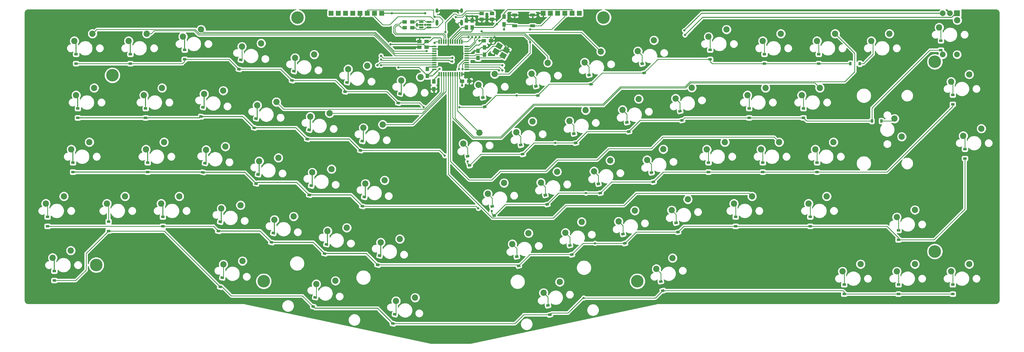
<source format=gbl>
G04 #@! TF.GenerationSoftware,KiCad,Pcbnew,(5.1.5-0-10_14)*
G04 #@! TF.CreationDate,2020-08-30T20:07:43+03:00*
G04 #@! TF.ProjectId,arisu,61726973-752e-46b6-9963-61645f706362,1.1*
G04 #@! TF.SameCoordinates,Original*
G04 #@! TF.FileFunction,Copper,L2,Bot*
G04 #@! TF.FilePolarity,Positive*
%FSLAX46Y46*%
G04 Gerber Fmt 4.6, Leading zero omitted, Abs format (unit mm)*
G04 Created by KiCad (PCBNEW (5.1.5-0-10_14)) date 2020-08-30 20:07:43*
%MOMM*%
%LPD*%
G04 APERTURE LIST*
%ADD10C,2.000000*%
%ADD11R,2.000000X2.000000*%
%ADD12C,2.200000*%
%ADD13C,4.400000*%
%ADD14R,1.250000X1.500000*%
%ADD15R,1.500000X1.250000*%
%ADD16R,1.200000X0.900000*%
%ADD17C,0.100000*%
%ADD18R,0.900000X1.200000*%
%ADD19R,1.700000X1.700000*%
%ADD20R,1.500000X1.300000*%
%ADD21R,1.300000X1.500000*%
%ADD22R,1.700000X1.000000*%
%ADD23R,1.560000X0.650000*%
%ADD24R,0.550000X1.500000*%
%ADD25R,1.500000X0.550000*%
%ADD26R,1.600000X1.200000*%
%ADD27O,1.000000X2.100000*%
%ADD28O,1.000000X1.600000*%
%ADD29C,0.800000*%
%ADD30C,0.375000*%
%ADD31C,0.250000*%
%ADD32C,0.254000*%
G04 APERTURE END LIST*
D10*
X348270000Y-40960000D03*
X353270000Y-40960000D03*
X348270000Y-26460000D03*
X350770000Y-26460000D03*
D11*
X353270000Y-26460000D03*
D12*
X333861250Y-69835000D03*
X331321250Y-63485000D03*
X42446250Y-74280000D03*
X48796250Y-71740000D03*
D13*
X241060266Y-120608720D03*
X345449949Y-110157503D03*
D14*
X185166000Y-39644000D03*
X185166000Y-42144000D03*
X187452000Y-41001000D03*
X187452000Y-38501000D03*
X183134000Y-31476000D03*
X183134000Y-28976000D03*
X181102000Y-31476000D03*
X181102000Y-28976000D03*
D15*
X167132000Y-36322000D03*
X164632000Y-36322000D03*
X167132000Y-38354000D03*
X164632000Y-38354000D03*
X179598000Y-50292000D03*
X182098000Y-50292000D03*
D14*
X167386000Y-48494000D03*
X167386000Y-45994000D03*
D15*
X187198000Y-36068000D03*
X189698000Y-36068000D03*
D16*
X44115000Y-44145000D03*
X44115000Y-40845000D03*
X44715000Y-63195000D03*
X44715000Y-59895000D03*
X43031250Y-82245000D03*
X43031250Y-78945000D03*
X34093750Y-101295000D03*
X34093750Y-97995000D03*
X36485000Y-120345000D03*
X36485000Y-117045000D03*
X63165000Y-44145000D03*
X63165000Y-40845000D03*
X68525000Y-63195000D03*
X68525000Y-59895000D03*
X69225000Y-82245000D03*
X69225000Y-78945000D03*
X74575000Y-101295000D03*
X74575000Y-97995000D03*
X82215000Y-42644615D03*
X82215000Y-39344615D03*
G04 #@! TA.AperFunction,SMDPad,CuDef*
D17*
G36*
X88466125Y-63295481D02*
G01*
X87292348Y-63045987D01*
X87479469Y-62165655D01*
X88653246Y-62415149D01*
X88466125Y-63295481D01*
G37*
G04 #@! TD.AperFunction*
G04 #@! TA.AperFunction,SMDPad,CuDef*
G36*
X89152233Y-60067593D02*
G01*
X87978456Y-59818099D01*
X88165577Y-58937767D01*
X89339354Y-59187261D01*
X89152233Y-60067593D01*
G37*
G04 #@! TD.AperFunction*
G04 #@! TA.AperFunction,SMDPad,CuDef*
G36*
X89163792Y-82919374D02*
G01*
X87990015Y-82669880D01*
X88177136Y-81789548D01*
X89350913Y-82039042D01*
X89163792Y-82919374D01*
G37*
G04 #@! TD.AperFunction*
G04 #@! TA.AperFunction,SMDPad,CuDef*
G36*
X89849900Y-79691486D02*
G01*
X88676123Y-79441992D01*
X88863244Y-78561660D01*
X90037021Y-78811154D01*
X89849900Y-79691486D01*
G37*
G04 #@! TD.AperFunction*
G04 #@! TA.AperFunction,SMDPad,CuDef*
G36*
X94519874Y-103533443D02*
G01*
X93346097Y-103283949D01*
X93533218Y-102403617D01*
X94706995Y-102653111D01*
X94519874Y-103533443D01*
G37*
G04 #@! TD.AperFunction*
G04 #@! TA.AperFunction,SMDPad,CuDef*
G36*
X95205982Y-100305555D02*
G01*
X94032205Y-100056061D01*
X94219326Y-99175729D01*
X95393103Y-99425223D01*
X95205982Y-100305555D01*
G37*
G04 #@! TD.AperFunction*
G04 #@! TA.AperFunction,SMDPad,CuDef*
G36*
X95217575Y-123157331D02*
G01*
X94043798Y-122907837D01*
X94230919Y-122027505D01*
X95404696Y-122276999D01*
X95217575Y-123157331D01*
G37*
G04 #@! TD.AperFunction*
G04 #@! TA.AperFunction,SMDPad,CuDef*
G36*
X95903683Y-119929443D02*
G01*
X94729906Y-119679949D01*
X94917027Y-118799617D01*
X96090804Y-119049111D01*
X95903683Y-119929443D01*
G37*
G04 #@! TD.AperFunction*
G04 #@! TA.AperFunction,SMDPad,CuDef*
G36*
X101743783Y-46642138D02*
G01*
X100570006Y-46392644D01*
X100757127Y-45512312D01*
X101930904Y-45761806D01*
X101743783Y-46642138D01*
G37*
G04 #@! TD.AperFunction*
G04 #@! TA.AperFunction,SMDPad,CuDef*
G36*
X102429891Y-43414250D02*
G01*
X101256114Y-43164756D01*
X101443235Y-42284424D01*
X102617012Y-42533918D01*
X102429891Y-43414250D01*
G37*
G04 #@! TD.AperFunction*
G04 #@! TA.AperFunction,SMDPad,CuDef*
G36*
X107099835Y-67256207D02*
G01*
X105926058Y-67006713D01*
X106113179Y-66126381D01*
X107286956Y-66375875D01*
X107099835Y-67256207D01*
G37*
G04 #@! TD.AperFunction*
G04 #@! TA.AperFunction,SMDPad,CuDef*
G36*
X107785943Y-64028319D02*
G01*
X106612166Y-63778825D01*
X106799287Y-62898493D01*
X107973064Y-63147987D01*
X107785943Y-64028319D01*
G37*
G04 #@! TD.AperFunction*
G04 #@! TA.AperFunction,SMDPad,CuDef*
G36*
X107797502Y-86880101D02*
G01*
X106623725Y-86630607D01*
X106810846Y-85750275D01*
X107984623Y-85999769D01*
X107797502Y-86880101D01*
G37*
G04 #@! TD.AperFunction*
G04 #@! TA.AperFunction,SMDPad,CuDef*
G36*
X108483610Y-83652213D02*
G01*
X107309833Y-83402719D01*
X107496954Y-82522387D01*
X108670731Y-82771881D01*
X108483610Y-83652213D01*
G37*
G04 #@! TD.AperFunction*
G04 #@! TA.AperFunction,SMDPad,CuDef*
G36*
X113153584Y-107494169D02*
G01*
X111979807Y-107244675D01*
X112166928Y-106364343D01*
X113340705Y-106613837D01*
X113153584Y-107494169D01*
G37*
G04 #@! TD.AperFunction*
G04 #@! TA.AperFunction,SMDPad,CuDef*
G36*
X113839692Y-104266281D02*
G01*
X112665915Y-104016787D01*
X112853036Y-103136455D01*
X114026813Y-103385949D01*
X113839692Y-104266281D01*
G37*
G04 #@! TD.AperFunction*
G04 #@! TA.AperFunction,SMDPad,CuDef*
G36*
X120377494Y-50602856D02*
G01*
X119203717Y-50353362D01*
X119390838Y-49473030D01*
X120564615Y-49722524D01*
X120377494Y-50602856D01*
G37*
G04 #@! TD.AperFunction*
G04 #@! TA.AperFunction,SMDPad,CuDef*
G36*
X121063602Y-47374968D02*
G01*
X119889825Y-47125474D01*
X120076946Y-46245142D01*
X121250723Y-46494636D01*
X121063602Y-47374968D01*
G37*
G04 #@! TD.AperFunction*
G04 #@! TA.AperFunction,SMDPad,CuDef*
G36*
X125733545Y-71216934D02*
G01*
X124559768Y-70967440D01*
X124746889Y-70087108D01*
X125920666Y-70336602D01*
X125733545Y-71216934D01*
G37*
G04 #@! TD.AperFunction*
G04 #@! TA.AperFunction,SMDPad,CuDef*
G36*
X126419653Y-67989046D02*
G01*
X125245876Y-67739552D01*
X125432997Y-66859220D01*
X126606774Y-67108714D01*
X126419653Y-67989046D01*
G37*
G04 #@! TD.AperFunction*
G04 #@! TA.AperFunction,SMDPad,CuDef*
G36*
X126431212Y-90840828D02*
G01*
X125257435Y-90591334D01*
X125444556Y-89711002D01*
X126618333Y-89960496D01*
X126431212Y-90840828D01*
G37*
G04 #@! TD.AperFunction*
G04 #@! TA.AperFunction,SMDPad,CuDef*
G36*
X127117320Y-87612940D02*
G01*
X125943543Y-87363446D01*
X126130664Y-86483114D01*
X127304441Y-86732608D01*
X127117320Y-87612940D01*
G37*
G04 #@! TD.AperFunction*
G04 #@! TA.AperFunction,SMDPad,CuDef*
G36*
X131787293Y-111454896D02*
G01*
X130613516Y-111205402D01*
X130800637Y-110325070D01*
X131974414Y-110574564D01*
X131787293Y-111454896D01*
G37*
G04 #@! TD.AperFunction*
G04 #@! TA.AperFunction,SMDPad,CuDef*
G36*
X132473401Y-108227008D02*
G01*
X131299624Y-107977514D01*
X131486745Y-107097182D01*
X132660522Y-107346676D01*
X132473401Y-108227008D01*
G37*
G04 #@! TD.AperFunction*
G04 #@! TA.AperFunction,SMDPad,CuDef*
G36*
X127826567Y-130088606D02*
G01*
X126652790Y-129839112D01*
X126839911Y-128958780D01*
X128013688Y-129208274D01*
X127826567Y-130088606D01*
G37*
G04 #@! TD.AperFunction*
G04 #@! TA.AperFunction,SMDPad,CuDef*
G36*
X128512675Y-126860718D02*
G01*
X127338898Y-126611224D01*
X127526019Y-125730892D01*
X128699796Y-125980386D01*
X128512675Y-126860718D01*
G37*
G04 #@! TD.AperFunction*
G04 #@! TA.AperFunction,SMDPad,CuDef*
G36*
X139011206Y-54563574D02*
G01*
X137837429Y-54314080D01*
X138024550Y-53433748D01*
X139198327Y-53683242D01*
X139011206Y-54563574D01*
G37*
G04 #@! TD.AperFunction*
G04 #@! TA.AperFunction,SMDPad,CuDef*
G36*
X139697314Y-51335686D02*
G01*
X138523537Y-51086192D01*
X138710658Y-50205860D01*
X139884435Y-50455354D01*
X139697314Y-51335686D01*
G37*
G04 #@! TD.AperFunction*
G04 #@! TA.AperFunction,SMDPad,CuDef*
G36*
X144367255Y-75177661D02*
G01*
X143193478Y-74928167D01*
X143380599Y-74047835D01*
X144554376Y-74297329D01*
X144367255Y-75177661D01*
G37*
G04 #@! TD.AperFunction*
G04 #@! TA.AperFunction,SMDPad,CuDef*
G36*
X145053363Y-71949773D02*
G01*
X143879586Y-71700279D01*
X144066707Y-70819947D01*
X145240484Y-71069441D01*
X145053363Y-71949773D01*
G37*
G04 #@! TD.AperFunction*
G04 #@! TA.AperFunction,SMDPad,CuDef*
G36*
X145064922Y-94801555D02*
G01*
X143891145Y-94552061D01*
X144078266Y-93671729D01*
X145252043Y-93921223D01*
X145064922Y-94801555D01*
G37*
G04 #@! TD.AperFunction*
G04 #@! TA.AperFunction,SMDPad,CuDef*
G36*
X145751030Y-91573667D02*
G01*
X144577253Y-91324173D01*
X144764374Y-90443841D01*
X145938151Y-90693335D01*
X145751030Y-91573667D01*
G37*
G04 #@! TD.AperFunction*
G04 #@! TA.AperFunction,SMDPad,CuDef*
G36*
X150421003Y-115415623D02*
G01*
X149247226Y-115166129D01*
X149434347Y-114285797D01*
X150608124Y-114535291D01*
X150421003Y-115415623D01*
G37*
G04 #@! TD.AperFunction*
G04 #@! TA.AperFunction,SMDPad,CuDef*
G36*
X151107111Y-112187735D02*
G01*
X149933334Y-111938241D01*
X150120455Y-111057909D01*
X151294232Y-111307403D01*
X151107111Y-112187735D01*
G37*
G04 #@! TD.AperFunction*
G04 #@! TA.AperFunction,SMDPad,CuDef*
G36*
X155777140Y-136029652D02*
G01*
X154603363Y-135780158D01*
X154790484Y-134899826D01*
X155964261Y-135149320D01*
X155777140Y-136029652D01*
G37*
G04 #@! TD.AperFunction*
G04 #@! TA.AperFunction,SMDPad,CuDef*
G36*
X156463248Y-132801764D02*
G01*
X155289471Y-132552270D01*
X155476592Y-131671938D01*
X156650369Y-131921432D01*
X156463248Y-132801764D01*
G37*
G04 #@! TD.AperFunction*
G04 #@! TA.AperFunction,SMDPad,CuDef*
G36*
X157644918Y-58524291D02*
G01*
X156471141Y-58274797D01*
X156658262Y-57394465D01*
X157832039Y-57643959D01*
X157644918Y-58524291D01*
G37*
G04 #@! TD.AperFunction*
G04 #@! TA.AperFunction,SMDPad,CuDef*
G36*
X158331026Y-55296403D02*
G01*
X157157249Y-55046909D01*
X157344370Y-54166577D01*
X158518147Y-54416071D01*
X158331026Y-55296403D01*
G37*
G04 #@! TD.AperFunction*
G04 #@! TA.AperFunction,SMDPad,CuDef*
G36*
X182886926Y-80228890D02*
G01*
X181713149Y-80478384D01*
X181526028Y-79598052D01*
X182699805Y-79348558D01*
X182886926Y-80228890D01*
G37*
G04 #@! TD.AperFunction*
G04 #@! TA.AperFunction,SMDPad,CuDef*
G36*
X182200818Y-77001002D02*
G01*
X181027041Y-77250496D01*
X180839920Y-76370164D01*
X182013697Y-76120670D01*
X182200818Y-77001002D01*
G37*
G04 #@! TD.AperFunction*
G04 #@! TA.AperFunction,SMDPad,CuDef*
G36*
X191506047Y-97872442D02*
G01*
X190332270Y-98121936D01*
X190145149Y-97241604D01*
X191318926Y-96992110D01*
X191506047Y-97872442D01*
G37*
G04 #@! TD.AperFunction*
G04 #@! TA.AperFunction,SMDPad,CuDef*
G36*
X190819939Y-94644554D02*
G01*
X189646162Y-94894048D01*
X189459041Y-94013716D01*
X190632818Y-93764222D01*
X190819939Y-94644554D01*
G37*
G04 #@! TD.AperFunction*
G04 #@! TA.AperFunction,SMDPad,CuDef*
G36*
X200125168Y-115515994D02*
G01*
X198951391Y-115765488D01*
X198764270Y-114885156D01*
X199938047Y-114635662D01*
X200125168Y-115515994D01*
G37*
G04 #@! TD.AperFunction*
G04 #@! TA.AperFunction,SMDPad,CuDef*
G36*
X199439060Y-112288106D02*
G01*
X198265283Y-112537600D01*
X198078162Y-111657268D01*
X199251939Y-111407774D01*
X199439060Y-112288106D01*
G37*
G04 #@! TD.AperFunction*
G04 #@! TA.AperFunction,SMDPad,CuDef*
G36*
X188243153Y-59614791D02*
G01*
X187069376Y-59864285D01*
X186882255Y-58983953D01*
X188056032Y-58734459D01*
X188243153Y-59614791D01*
G37*
G04 #@! TD.AperFunction*
G04 #@! TA.AperFunction,SMDPad,CuDef*
G36*
X187557045Y-56386903D02*
G01*
X186383268Y-56636397D01*
X186196147Y-55756065D01*
X187369924Y-55506571D01*
X187557045Y-56386903D01*
G37*
G04 #@! TD.AperFunction*
G04 #@! TA.AperFunction,SMDPad,CuDef*
G36*
X201520637Y-76268172D02*
G01*
X200346860Y-76517666D01*
X200159739Y-75637334D01*
X201333516Y-75387840D01*
X201520637Y-76268172D01*
G37*
G04 #@! TD.AperFunction*
G04 #@! TA.AperFunction,SMDPad,CuDef*
G36*
X200834529Y-73040284D02*
G01*
X199660752Y-73289778D01*
X199473631Y-72409446D01*
X200647408Y-72159952D01*
X200834529Y-73040284D01*
G37*
G04 #@! TD.AperFunction*
G04 #@! TA.AperFunction,SMDPad,CuDef*
G36*
X210139758Y-93911724D02*
G01*
X208965981Y-94161218D01*
X208778860Y-93280886D01*
X209952637Y-93031392D01*
X210139758Y-93911724D01*
G37*
G04 #@! TD.AperFunction*
G04 #@! TA.AperFunction,SMDPad,CuDef*
G36*
X209453650Y-90683836D02*
G01*
X208279873Y-90933330D01*
X208092752Y-90052998D01*
X209266529Y-89803504D01*
X209453650Y-90683836D01*
G37*
G04 #@! TD.AperFunction*
G04 #@! TA.AperFunction,SMDPad,CuDef*
G36*
X218758880Y-111555276D02*
G01*
X217585103Y-111804770D01*
X217397982Y-110924438D01*
X218571759Y-110674944D01*
X218758880Y-111555276D01*
G37*
G04 #@! TD.AperFunction*
G04 #@! TA.AperFunction,SMDPad,CuDef*
G36*
X218072772Y-108327388D02*
G01*
X216898995Y-108576882D01*
X216711874Y-107696550D01*
X217885651Y-107447056D01*
X218072772Y-108327388D01*
G37*
G04 #@! TD.AperFunction*
G04 #@! TA.AperFunction,SMDPad,CuDef*
G36*
X211073569Y-132664401D02*
G01*
X209899792Y-132913895D01*
X209712671Y-132033563D01*
X210886448Y-131784069D01*
X211073569Y-132664401D01*
G37*
G04 #@! TD.AperFunction*
G04 #@! TA.AperFunction,SMDPad,CuDef*
G36*
X210387461Y-129436513D02*
G01*
X209213684Y-129686007D01*
X209026563Y-128805675D01*
X210200340Y-128556181D01*
X210387461Y-129436513D01*
G37*
G04 #@! TD.AperFunction*
G04 #@! TA.AperFunction,SMDPad,CuDef*
G36*
X206876865Y-55654073D02*
G01*
X205703088Y-55903567D01*
X205515967Y-55023235D01*
X206689744Y-54773741D01*
X206876865Y-55654073D01*
G37*
G04 #@! TD.AperFunction*
G04 #@! TA.AperFunction,SMDPad,CuDef*
G36*
X206190757Y-52426185D02*
G01*
X205016980Y-52675679D01*
X204829859Y-51795347D01*
X206003636Y-51545853D01*
X206190757Y-52426185D01*
G37*
G04 #@! TD.AperFunction*
G04 #@! TA.AperFunction,SMDPad,CuDef*
G36*
X220154349Y-72307455D02*
G01*
X218980572Y-72556949D01*
X218793451Y-71676617D01*
X219967228Y-71427123D01*
X220154349Y-72307455D01*
G37*
G04 #@! TD.AperFunction*
G04 #@! TA.AperFunction,SMDPad,CuDef*
G36*
X219468241Y-69079567D02*
G01*
X218294464Y-69329061D01*
X218107343Y-68448729D01*
X219281120Y-68199235D01*
X219468241Y-69079567D01*
G37*
G04 #@! TD.AperFunction*
G04 #@! TA.AperFunction,SMDPad,CuDef*
G36*
X228773470Y-89951007D02*
G01*
X227599693Y-90200501D01*
X227412572Y-89320169D01*
X228586349Y-89070675D01*
X228773470Y-89951007D01*
G37*
G04 #@! TD.AperFunction*
G04 #@! TA.AperFunction,SMDPad,CuDef*
G36*
X228087362Y-86723119D02*
G01*
X226913585Y-86972613D01*
X226726464Y-86092281D01*
X227900241Y-85842787D01*
X228087362Y-86723119D01*
G37*
G04 #@! TD.AperFunction*
G04 #@! TA.AperFunction,SMDPad,CuDef*
G36*
X237392591Y-107594559D02*
G01*
X236218814Y-107844053D01*
X236031693Y-106963721D01*
X237205470Y-106714227D01*
X237392591Y-107594559D01*
G37*
G04 #@! TD.AperFunction*
G04 #@! TA.AperFunction,SMDPad,CuDef*
G36*
X236706483Y-104366671D02*
G01*
X235532706Y-104616165D01*
X235345585Y-103735833D01*
X236519362Y-103486339D01*
X236706483Y-104366671D01*
G37*
G04 #@! TD.AperFunction*
G04 #@! TA.AperFunction,SMDPad,CuDef*
G36*
X225510577Y-51693356D02*
G01*
X224336800Y-51942850D01*
X224149679Y-51062518D01*
X225323456Y-50813024D01*
X225510577Y-51693356D01*
G37*
G04 #@! TD.AperFunction*
G04 #@! TA.AperFunction,SMDPad,CuDef*
G36*
X224824469Y-48465468D02*
G01*
X223650692Y-48714962D01*
X223463571Y-47834630D01*
X224637348Y-47585136D01*
X224824469Y-48465468D01*
G37*
G04 #@! TD.AperFunction*
G04 #@! TA.AperFunction,SMDPad,CuDef*
G36*
X238788061Y-68346737D02*
G01*
X237614284Y-68596231D01*
X237427163Y-67715899D01*
X238600940Y-67466405D01*
X238788061Y-68346737D01*
G37*
G04 #@! TD.AperFunction*
G04 #@! TA.AperFunction,SMDPad,CuDef*
G36*
X238101953Y-65118849D02*
G01*
X236928176Y-65368343D01*
X236741055Y-64488011D01*
X237914832Y-64238517D01*
X238101953Y-65118849D01*
G37*
G04 #@! TD.AperFunction*
G04 #@! TA.AperFunction,SMDPad,CuDef*
G36*
X247407182Y-85990289D02*
G01*
X246233405Y-86239783D01*
X246046284Y-85359451D01*
X247220061Y-85109957D01*
X247407182Y-85990289D01*
G37*
G04 #@! TD.AperFunction*
G04 #@! TA.AperFunction,SMDPad,CuDef*
G36*
X246721074Y-82762401D02*
G01*
X245547297Y-83011895D01*
X245360176Y-82131563D01*
X246533953Y-81882069D01*
X246721074Y-82762401D01*
G37*
G04 #@! TD.AperFunction*
G04 #@! TA.AperFunction,SMDPad,CuDef*
G36*
X256026303Y-103633841D02*
G01*
X254852526Y-103883335D01*
X254665405Y-103003003D01*
X255839182Y-102753509D01*
X256026303Y-103633841D01*
G37*
G04 #@! TD.AperFunction*
G04 #@! TA.AperFunction,SMDPad,CuDef*
G36*
X255340195Y-100405953D02*
G01*
X254166418Y-100655447D01*
X253979297Y-99775115D01*
X255153074Y-99525621D01*
X255340195Y-100405953D01*
G37*
G04 #@! TD.AperFunction*
G04 #@! TA.AperFunction,SMDPad,CuDef*
G36*
X250670205Y-124247889D02*
G01*
X249496428Y-124497383D01*
X249309307Y-123617051D01*
X250483084Y-123367557D01*
X250670205Y-124247889D01*
G37*
G04 #@! TD.AperFunction*
G04 #@! TA.AperFunction,SMDPad,CuDef*
G36*
X249984097Y-121020001D02*
G01*
X248810320Y-121269495D01*
X248623199Y-120389163D01*
X249796976Y-120139669D01*
X249984097Y-121020001D01*
G37*
G04 #@! TD.AperFunction*
G04 #@! TA.AperFunction,SMDPad,CuDef*
G36*
X244144288Y-47732638D02*
G01*
X242970511Y-47982132D01*
X242783390Y-47101800D01*
X243957167Y-46852306D01*
X244144288Y-47732638D01*
G37*
G04 #@! TD.AperFunction*
G04 #@! TA.AperFunction,SMDPad,CuDef*
G36*
X243458180Y-44504750D02*
G01*
X242284403Y-44754244D01*
X242097282Y-43873912D01*
X243271059Y-43624418D01*
X243458180Y-44504750D01*
G37*
G04 #@! TD.AperFunction*
G04 #@! TA.AperFunction,SMDPad,CuDef*
G36*
X257421773Y-64386019D02*
G01*
X256247996Y-64635513D01*
X256060875Y-63755181D01*
X257234652Y-63505687D01*
X257421773Y-64386019D01*
G37*
G04 #@! TD.AperFunction*
G04 #@! TA.AperFunction,SMDPad,CuDef*
G36*
X256735665Y-61158131D02*
G01*
X255561888Y-61407625D01*
X255374767Y-60527293D01*
X256548544Y-60277799D01*
X256735665Y-61158131D01*
G37*
G04 #@! TD.AperFunction*
D16*
X266025000Y-82245000D03*
X266025000Y-78945000D03*
X275550019Y-101294998D03*
X275550019Y-97994998D03*
X266615000Y-42644615D03*
X266615000Y-39344615D03*
X280305000Y-63195000D03*
X280305000Y-59895000D03*
X285075000Y-82245000D03*
X285075000Y-78945000D03*
X301743769Y-101294998D03*
X301743769Y-97994998D03*
X285665000Y-44145000D03*
X285665000Y-40845000D03*
X299355000Y-63195000D03*
X299355000Y-59895000D03*
X304125000Y-82245000D03*
X304125000Y-78945000D03*
X313649949Y-125107503D03*
X313649949Y-121807503D03*
X304715000Y-44145000D03*
X304715000Y-40845000D03*
D18*
X323390625Y-64293750D03*
X326690625Y-64293750D03*
D16*
X332699949Y-106057503D03*
X332699949Y-102757503D03*
X332699949Y-125107503D03*
X332699949Y-121807503D03*
D18*
X315821250Y-44145000D03*
X319121250Y-44145000D03*
D16*
X347577542Y-39382509D03*
X347577542Y-36082509D03*
X351750000Y-58432516D03*
X351750000Y-55132516D03*
X356019949Y-77482519D03*
X356019949Y-74182519D03*
X351749949Y-125107503D03*
X351749949Y-121807503D03*
D19*
X220726000Y-26416000D03*
X218186000Y-26416000D03*
X215646000Y-26416000D03*
X213106000Y-26416000D03*
X210566000Y-26416000D03*
X208026000Y-26416000D03*
X141224000Y-26416000D03*
X138684000Y-26416000D03*
X136144000Y-26416000D03*
X133604000Y-26416000D03*
D20*
X162132000Y-31496000D03*
X159432000Y-31496000D03*
X159432000Y-29464000D03*
X162132000Y-29464000D03*
D21*
X194310000Y-27606000D03*
X194310000Y-30306000D03*
X169672000Y-50386000D03*
X169672000Y-53086000D03*
D12*
X49880000Y-33640000D03*
X43530000Y-36180000D03*
X44130000Y-55230000D03*
X50480000Y-52690000D03*
X35900000Y-112380000D03*
X42250000Y-109840000D03*
X68930000Y-33640000D03*
X62580000Y-36180000D03*
X74290000Y-52690000D03*
X67940000Y-55230000D03*
X74990000Y-71740000D03*
X68640000Y-74280000D03*
X80340000Y-90790000D03*
X73990000Y-93330000D03*
X87980000Y-32139615D03*
X81630000Y-34679615D03*
X95793034Y-53652945D03*
X89053701Y-54817200D03*
X96490701Y-73276838D03*
X89751368Y-74441093D03*
X101846783Y-93890907D03*
X95107450Y-95055162D03*
X95805151Y-114679051D03*
X102544484Y-113514795D03*
X109070692Y-36999602D03*
X102331359Y-38163857D03*
X114426744Y-57613671D03*
X107687411Y-58777926D03*
X115124411Y-77237565D03*
X108385078Y-78401820D03*
X120480493Y-97851633D03*
X113741160Y-99015888D03*
X127704403Y-40960320D03*
X120965070Y-42124575D03*
X133060454Y-61574398D03*
X126321121Y-62738653D03*
X133758121Y-81198292D03*
X127018788Y-82362547D03*
X139114202Y-101812360D03*
X132374869Y-102976615D03*
X128414142Y-121610303D03*
X135153475Y-120446047D03*
X146338115Y-44921038D03*
X139598782Y-46085293D03*
X151694164Y-65535125D03*
X144954831Y-66699380D03*
X152391831Y-85159019D03*
X145652498Y-86323274D03*
X157747912Y-105773087D03*
X151008579Y-106937342D03*
X163104049Y-126387116D03*
X156364716Y-127551371D03*
X164971827Y-48881755D03*
X158232494Y-50046010D03*
X185660941Y-68438939D03*
X179977800Y-72243673D03*
X194280062Y-86082491D03*
X188596921Y-89887225D03*
X202899183Y-103726043D03*
X197216042Y-107530777D03*
X191017168Y-47824840D03*
X185334027Y-51629574D03*
X204294652Y-64478221D03*
X198611511Y-68282955D03*
X212913773Y-82121773D03*
X207230632Y-85926507D03*
X221532895Y-99765325D03*
X215849754Y-103570059D03*
X208164428Y-124679187D03*
X213847569Y-120874453D03*
X209650880Y-43864122D03*
X203967739Y-47668856D03*
X222928364Y-60517504D03*
X217245223Y-64322238D03*
X231547485Y-78161056D03*
X225864344Y-81965790D03*
X240166606Y-95804608D03*
X234483465Y-99609342D03*
X228284592Y-39903405D03*
X222601451Y-43708139D03*
X241562076Y-56556786D03*
X235878935Y-60361520D03*
X250181197Y-74200338D03*
X244498056Y-78005072D03*
X258800318Y-91843890D03*
X253117177Y-95648624D03*
X247761064Y-116262674D03*
X253444205Y-112457940D03*
X246918303Y-35942687D03*
X241235162Y-39747421D03*
X260195788Y-52596068D03*
X254512647Y-56400802D03*
X271790000Y-71740000D03*
X265440000Y-74280000D03*
X281315019Y-90789998D03*
X274965019Y-93329998D03*
X272380000Y-32139615D03*
X266030000Y-34679615D03*
X286070000Y-52690000D03*
X279720000Y-55230000D03*
X290840000Y-71740000D03*
X284490000Y-74280000D03*
X301158769Y-93329998D03*
X307508769Y-90789998D03*
X291430000Y-33640000D03*
X285080000Y-36180000D03*
X305120000Y-52690000D03*
X298770000Y-55230000D03*
X319414949Y-114602503D03*
X313064949Y-117142503D03*
X310480000Y-33640000D03*
X304130000Y-36180000D03*
X338464949Y-95552503D03*
X332114949Y-98092503D03*
X338464949Y-114602503D03*
X332114949Y-117142503D03*
X329530000Y-33640000D03*
X323180000Y-36180000D03*
X353342542Y-28877509D03*
X346992542Y-31417509D03*
X357515000Y-47927516D03*
X351165000Y-50467516D03*
X361784949Y-66977519D03*
X355434949Y-69517519D03*
X357514949Y-114602503D03*
X351164949Y-117142503D03*
D22*
X204318000Y-27056000D03*
X198018000Y-27056000D03*
X204318000Y-30856000D03*
X198018000Y-30856000D03*
G04 #@! TA.AperFunction,SMDPad,CuDef*
D17*
G36*
X195359064Y-41047205D02*
G01*
X194459064Y-42606051D01*
X192640410Y-41556051D01*
X193540410Y-39997205D01*
X195359064Y-41047205D01*
G37*
G04 #@! TD.AperFunction*
G04 #@! TA.AperFunction,SMDPad,CuDef*
G36*
X192847590Y-39597205D02*
G01*
X191947590Y-41156051D01*
X190128936Y-40106051D01*
X191028936Y-38547205D01*
X192847590Y-39597205D01*
G37*
G04 #@! TD.AperFunction*
G04 #@! TA.AperFunction,SMDPad,CuDef*
G36*
X193947590Y-37691949D02*
G01*
X193047590Y-39250795D01*
X191228936Y-38200795D01*
X192128936Y-36641949D01*
X193947590Y-37691949D01*
G37*
G04 #@! TD.AperFunction*
G04 #@! TA.AperFunction,SMDPad,CuDef*
G36*
X196459064Y-39141949D02*
G01*
X195559064Y-40700795D01*
X193740410Y-39650795D01*
X194640410Y-38091949D01*
X196459064Y-39141949D01*
G37*
G04 #@! TD.AperFunction*
D23*
X167974000Y-30480000D03*
X167974000Y-31430000D03*
X167974000Y-29530000D03*
X165274000Y-29530000D03*
X165274000Y-30480000D03*
X165274000Y-31430000D03*
D24*
X171514000Y-36464000D03*
X172314000Y-36464000D03*
X173114000Y-36464000D03*
X173914000Y-36464000D03*
X174714000Y-36464000D03*
X175514000Y-36464000D03*
X176314000Y-36464000D03*
X177114000Y-36464000D03*
X177914000Y-36464000D03*
X178714000Y-36464000D03*
X179514000Y-36464000D03*
D25*
X181214000Y-38164000D03*
X181214000Y-38964000D03*
X181214000Y-39764000D03*
X181214000Y-40564000D03*
X181214000Y-41364000D03*
X181214000Y-42164000D03*
X181214000Y-42964000D03*
X181214000Y-43764000D03*
X181214000Y-44564000D03*
X181214000Y-45364000D03*
X181214000Y-46164000D03*
D24*
X179514000Y-47864000D03*
X178714000Y-47864000D03*
X177914000Y-47864000D03*
X177114000Y-47864000D03*
X176314000Y-47864000D03*
X175514000Y-47864000D03*
X174714000Y-47864000D03*
X173914000Y-47864000D03*
X173114000Y-47864000D03*
X172314000Y-47864000D03*
X171514000Y-47864000D03*
D25*
X169814000Y-46164000D03*
X169814000Y-45364000D03*
X169814000Y-44564000D03*
X169814000Y-43764000D03*
X169814000Y-42964000D03*
X169814000Y-42164000D03*
X169814000Y-41364000D03*
X169814000Y-40564000D03*
X169814000Y-39764000D03*
X169814000Y-38964000D03*
X169814000Y-38164000D03*
D19*
X151384000Y-26416000D03*
X146304000Y-26416000D03*
X148844000Y-26416000D03*
X143764000Y-26416000D03*
D13*
X56865000Y-48245000D03*
X51197500Y-114920000D03*
X121827220Y-27932509D03*
X109959436Y-120609368D03*
X229192785Y-27932509D03*
X345450000Y-43482516D03*
D16*
X55525000Y-102945000D03*
X55525000Y-99645000D03*
D12*
X61290000Y-90790000D03*
X54940000Y-93330000D03*
X39858750Y-90790000D03*
X33508750Y-93330000D03*
X303540000Y-74280000D03*
X309890000Y-71740000D03*
D26*
X186460000Y-26550000D03*
X186460000Y-28550000D03*
X190080000Y-26560000D03*
X190080000Y-28560000D03*
D27*
X170750000Y-29720000D03*
D28*
X170750000Y-25540000D03*
X179390000Y-25540000D03*
D27*
X179390000Y-29720000D03*
D29*
X197866000Y-28448000D03*
X183134000Y-27432000D03*
X181102000Y-27432000D03*
X163830000Y-30480000D03*
X169672000Y-54864000D03*
X163068000Y-36322000D03*
X163068000Y-38354000D03*
X183642000Y-50292000D03*
X171704000Y-39116000D03*
X183134000Y-40386000D03*
X191008000Y-34798000D03*
X171704000Y-44196000D03*
X154432000Y-37338000D03*
X154940000Y-26416000D03*
X166654002Y-30480000D03*
X166624000Y-26416000D03*
X157226000Y-45466000D03*
X191770000Y-30235979D03*
X185674000Y-36068000D03*
X171704000Y-45974000D03*
X179578000Y-51816000D03*
X198750000Y-55338654D03*
X178435000Y-46101000D03*
X166116000Y-59424397D03*
X178639000Y-59436000D03*
X212250000Y-71992036D03*
X173500000Y-76500000D03*
X181500000Y-78500000D03*
X179705000Y-46101000D03*
X193750000Y-44750000D03*
X223000000Y-89635588D03*
X185250000Y-95000000D03*
X190000000Y-96000000D03*
X193750000Y-46500000D03*
X226250000Y-107279140D03*
X192500000Y-46500000D03*
X222250000Y-126490348D03*
X183134000Y-34798000D03*
X203454000Y-32135990D03*
X203454000Y-36576000D03*
X181864000Y-34798000D03*
X194310000Y-32135990D03*
X185674000Y-34798000D03*
X151130000Y-41402000D03*
X176160000Y-42090000D03*
X257590000Y-32490000D03*
X151130000Y-42672000D03*
X257770000Y-34060000D03*
X176110000Y-43380000D03*
X149860000Y-44704000D03*
X151130000Y-44704000D03*
X169926000Y-36830000D03*
X167132000Y-39751000D03*
X184404000Y-34798000D03*
X186436000Y-32766000D03*
X169962500Y-27730000D03*
X177370000Y-27760000D03*
X173718549Y-33014825D03*
D30*
X168016000Y-45364000D02*
X169814000Y-45364000D01*
X167386000Y-45994000D02*
X168016000Y-45364000D01*
X182098000Y-49798000D02*
X182098000Y-50292000D01*
X180164000Y-47864000D02*
X182098000Y-49798000D01*
X179514000Y-47864000D02*
X180164000Y-47864000D01*
X198018000Y-27056000D02*
X204318000Y-27056000D01*
X198018000Y-27056000D02*
X198018000Y-28296000D01*
X198018000Y-28296000D02*
X197866000Y-28448000D01*
X183134000Y-28976000D02*
X183134000Y-27432000D01*
X181102000Y-28976000D02*
X181102000Y-27432000D01*
X165274000Y-30480000D02*
X163830000Y-30480000D01*
X169672000Y-53086000D02*
X169672000Y-54864000D01*
X164632000Y-36322000D02*
X163068000Y-36322000D01*
X164632000Y-38354000D02*
X163068000Y-38354000D01*
X182098000Y-50292000D02*
X183642000Y-50292000D01*
X169814000Y-38964000D02*
X171552000Y-38964000D01*
X171552000Y-38964000D02*
X171704000Y-39116000D01*
X186309000Y-38501000D02*
X185166000Y-39644000D01*
X187452000Y-38501000D02*
X186309000Y-38501000D01*
X192994779Y-39851628D02*
X191488263Y-39851628D01*
X193450035Y-39396372D02*
X192994779Y-39851628D01*
X195099737Y-39396372D02*
X193450035Y-39396372D01*
X181214000Y-40564000D02*
X182956000Y-40564000D01*
X182956000Y-40564000D02*
X183134000Y-40386000D01*
X183876000Y-39644000D02*
X183134000Y-40386000D01*
X185166000Y-39644000D02*
X183876000Y-39644000D01*
X189698000Y-36068000D02*
X189738000Y-36068000D01*
X189738000Y-36068000D02*
X191008000Y-34798000D01*
X171704000Y-44599000D02*
X171704000Y-44196000D01*
X169814000Y-45364000D02*
X170939000Y-45364000D01*
X170939000Y-45364000D02*
X171704000Y-44599000D01*
X187452000Y-38501000D02*
X188452000Y-38501000D01*
X188452000Y-38501000D02*
X189615000Y-37338000D01*
X189615000Y-37338000D02*
X190754000Y-37338000D01*
X191837561Y-36254439D02*
X190754000Y-37338000D01*
X193097034Y-36254439D02*
X191837561Y-36254439D01*
X195099737Y-38257142D02*
X193097034Y-36254439D01*
X195099737Y-39396372D02*
X195099737Y-38257142D01*
X174714000Y-35541498D02*
X174714000Y-36464000D01*
X174714000Y-33521000D02*
X174714000Y-35541498D01*
X178515000Y-29720000D02*
X174714000Y-33521000D01*
X179390000Y-29720000D02*
X178515000Y-29720000D01*
X173187000Y-39116000D02*
X172269685Y-39116000D01*
X174714000Y-37589000D02*
X173187000Y-39116000D01*
X172269685Y-39116000D02*
X171704000Y-39116000D01*
X174714000Y-36464000D02*
X174714000Y-37589000D01*
D31*
X185146000Y-42164000D02*
X185166000Y-42144000D01*
X181214000Y-42164000D02*
X185146000Y-42164000D01*
X193157365Y-42144000D02*
X193999737Y-41301628D01*
X185166000Y-42144000D02*
X193157365Y-42144000D01*
X183985998Y-41364000D02*
X184455998Y-40894000D01*
X181214000Y-41364000D02*
X183985998Y-41364000D01*
X186470000Y-40894000D02*
X184455998Y-40894000D01*
X186577000Y-41001000D02*
X186470000Y-40894000D01*
X187452000Y-41001000D02*
X186577000Y-41001000D01*
X190381628Y-37946372D02*
X192588263Y-37946372D01*
X187452000Y-40876000D02*
X190381628Y-37946372D01*
X187452000Y-41001000D02*
X187452000Y-40876000D01*
D30*
X167322000Y-38164000D02*
X169814000Y-38164000D01*
X167132000Y-38354000D02*
X167322000Y-38164000D01*
X168257000Y-36322000D02*
X169527000Y-35052000D01*
X167132000Y-36322000D02*
X168257000Y-36322000D01*
X172314000Y-35339000D02*
X172314000Y-36464000D01*
X172027000Y-35052000D02*
X172314000Y-35339000D01*
X169527000Y-35052000D02*
X172027000Y-35052000D01*
X182715000Y-33020000D02*
X178861870Y-33020000D01*
X183134000Y-31476000D02*
X183134000Y-32601000D01*
X183134000Y-32601000D02*
X182715000Y-33020000D01*
X176314000Y-35567870D02*
X176314000Y-36464000D01*
X178861870Y-33020000D02*
X176314000Y-35567870D01*
X167007000Y-36322000D02*
X167132000Y-36322000D01*
X165994499Y-37334501D02*
X167007000Y-36322000D01*
X167007000Y-38354000D02*
X167132000Y-38354000D01*
X165994499Y-37341499D02*
X167007000Y-38354000D01*
X165994499Y-37334501D02*
X165994499Y-37341499D01*
X178714000Y-49408000D02*
X178714000Y-47864000D01*
X179598000Y-50292000D02*
X178714000Y-49408000D01*
X169716000Y-46164000D02*
X167386000Y-48494000D01*
X169814000Y-46164000D02*
X169716000Y-46164000D01*
X154435499Y-37334501D02*
X154432000Y-37338000D01*
X165994499Y-37334501D02*
X154435499Y-37334501D01*
X154940000Y-26416000D02*
X151384000Y-26416000D01*
X194310000Y-27706000D02*
X194310000Y-27606000D01*
X183134000Y-31476000D02*
X190540000Y-31476000D01*
X190540000Y-31476000D02*
X191770000Y-30235979D01*
X191770000Y-30235979D02*
X194310000Y-27706000D01*
X218186000Y-25191000D02*
X218186000Y-26416000D01*
X218173499Y-25178499D02*
X218186000Y-25191000D01*
X195612501Y-25178499D02*
X218173499Y-25178499D01*
X194310000Y-26481000D02*
X195612501Y-25178499D01*
X194310000Y-27606000D02*
X194310000Y-26481000D01*
X167974000Y-30480000D02*
X166654002Y-30480000D01*
X166624000Y-26416000D02*
X154940000Y-26416000D01*
X167386000Y-48369000D02*
X167386000Y-48494000D01*
X164483000Y-45466000D02*
X167386000Y-48369000D01*
X157226000Y-45466000D02*
X164483000Y-45466000D01*
X185674000Y-36068000D02*
X187198000Y-36068000D01*
X182339000Y-39764000D02*
X184511000Y-37592000D01*
X181214000Y-39764000D02*
X182339000Y-39764000D01*
X185549000Y-37592000D02*
X184511000Y-37592000D01*
X187073000Y-36068000D02*
X185549000Y-37592000D01*
X187198000Y-36068000D02*
X187073000Y-36068000D01*
X167386000Y-48494000D02*
X169184000Y-48494000D01*
X169184000Y-48494000D02*
X171704000Y-45974000D01*
X179598000Y-50292000D02*
X179598000Y-51796000D01*
X179598000Y-51796000D02*
X179578000Y-51816000D01*
X179592684Y-31476000D02*
X181102000Y-31476000D01*
X175514000Y-35554684D02*
X179592684Y-31476000D01*
X175514000Y-36464000D02*
X175514000Y-35554684D01*
X44115000Y-36765000D02*
X43530000Y-36180000D01*
X44115000Y-40845000D02*
X44115000Y-36765000D01*
D31*
X82215000Y-43344615D02*
X82215000Y-42644615D01*
X81414615Y-44145000D02*
X82215000Y-43344615D01*
X44115000Y-44145000D02*
X81414615Y-44145000D01*
X97817845Y-42644615D02*
X101250455Y-46077225D01*
X82215000Y-42644615D02*
X97817845Y-42644615D01*
X115923448Y-46077225D02*
X119884166Y-50037943D01*
X101250455Y-46077225D02*
X115923448Y-46077225D01*
X135117212Y-50037943D02*
X119884166Y-50037943D01*
X138517878Y-53438609D02*
X135117212Y-50037943D01*
X138517878Y-53998661D02*
X138517878Y-53438609D01*
X153190873Y-53998661D02*
X157151590Y-57959378D01*
X138517878Y-53998661D02*
X153190873Y-53998661D01*
X191523422Y-55338654D02*
X187562704Y-59299372D01*
X210157133Y-51377937D02*
X206196416Y-55338654D01*
X224830128Y-51377937D02*
X210157133Y-51377937D01*
X228790846Y-47417219D02*
X224830128Y-51377937D01*
X243463839Y-47417219D02*
X228790846Y-47417219D01*
X248236443Y-42644615D02*
X243463839Y-47417219D01*
X262345000Y-42644615D02*
X248236443Y-42644615D01*
X206196416Y-55338654D02*
X198750000Y-55338654D01*
X198750000Y-55338654D02*
X191523422Y-55338654D01*
X187112076Y-59750000D02*
X187562704Y-59299372D01*
X178435000Y-44743000D02*
X178435000Y-46101000D01*
X181214000Y-42964000D02*
X180214000Y-42964000D01*
X180214000Y-42964000D02*
X178435000Y-44743000D01*
X157151590Y-57959378D02*
X164650981Y-57959378D01*
X164650981Y-57959378D02*
X166116000Y-59424397D01*
X187426076Y-59436000D02*
X187562704Y-59299372D01*
X178639000Y-59436000D02*
X187426076Y-59436000D01*
X262345000Y-42644615D02*
X266615000Y-42644615D01*
X267415385Y-44145000D02*
X266615000Y-43344615D01*
X266615000Y-43344615D02*
X266615000Y-42644615D01*
X303724000Y-44145000D02*
X304715000Y-44145000D01*
X267415385Y-44145000D02*
X303724000Y-44145000D01*
X304715000Y-44145000D02*
X315821250Y-44145000D01*
D30*
X87508365Y-63195000D02*
X87972797Y-62730568D01*
X44715000Y-63195000D02*
X87508365Y-63195000D01*
X102645781Y-62730568D02*
X106606507Y-66691294D01*
X87972797Y-62730568D02*
X102645781Y-62730568D01*
X121279490Y-66691294D02*
X125240217Y-70652021D01*
X106606507Y-66691294D02*
X121279490Y-66691294D01*
X139913200Y-70652021D02*
X143873927Y-74612748D01*
X125240217Y-70652021D02*
X139913200Y-70652021D01*
D31*
X186167195Y-75952753D02*
X182206477Y-79913471D01*
X200840188Y-75952753D02*
X186167195Y-75952753D01*
X257616924Y-63195000D02*
X256741324Y-64070600D01*
X242068330Y-64070600D02*
X238107612Y-68031318D01*
X256741324Y-64070600D02*
X242068330Y-64070600D01*
X223434618Y-68031318D02*
X219473900Y-71992036D01*
X238107612Y-68031318D02*
X223434618Y-68031318D01*
X204800905Y-71992036D02*
X200840188Y-75952753D01*
X219473900Y-71992036D02*
X212250000Y-71992036D01*
X212250000Y-71992036D02*
X204800905Y-71992036D01*
X143873927Y-74612748D02*
X171612748Y-74612748D01*
X171612748Y-74612748D02*
X173500000Y-76500000D01*
X181500000Y-79206994D02*
X182206477Y-79913471D01*
X181500000Y-78500000D02*
X181500000Y-79206994D01*
X179705000Y-44273000D02*
X179705000Y-46101000D01*
X181214000Y-43764000D02*
X180214000Y-43764000D01*
X180214000Y-43764000D02*
X179705000Y-44273000D01*
X299355000Y-63195000D02*
X257616924Y-63195000D01*
X300453750Y-64293750D02*
X299355000Y-63195000D01*
X323390625Y-64293750D02*
X300453750Y-64293750D01*
X343715248Y-39382509D02*
X347577542Y-39382509D01*
X323390625Y-64293750D02*
X323390625Y-59707132D01*
X323390625Y-59707132D02*
X343715248Y-39382509D01*
X348270000Y-40074967D02*
X347577542Y-39382509D01*
X348270000Y-40990000D02*
X348270000Y-40074967D01*
D30*
X44715000Y-55815000D02*
X44130000Y-55230000D01*
X44715000Y-59895000D02*
X44715000Y-55815000D01*
X43031250Y-74865000D02*
X42446250Y-74280000D01*
X43031250Y-78945000D02*
X43031250Y-74865000D01*
X88561003Y-82245000D02*
X88670464Y-82354461D01*
X43031250Y-82245000D02*
X88561003Y-82245000D01*
X103343447Y-82354461D02*
X107304174Y-86315188D01*
X88670464Y-82354461D02*
X103343447Y-82354461D01*
X121527040Y-85865071D02*
X125937884Y-90275915D01*
X107754291Y-85865071D02*
X121527040Y-85865071D01*
X107304174Y-86315188D02*
X107754291Y-85865071D01*
X140610867Y-90275915D02*
X144571594Y-94236642D01*
X125937884Y-90275915D02*
X140610867Y-90275915D01*
D31*
X328637516Y-82245000D02*
X351750000Y-59132516D01*
X285075000Y-82245000D02*
X266025000Y-82245000D01*
X250156603Y-82245000D02*
X246726733Y-85674870D01*
X266025000Y-82245000D02*
X250156603Y-82245000D01*
X232053739Y-85674870D02*
X228093021Y-89635588D01*
X246726733Y-85674870D02*
X232053739Y-85674870D01*
X213420026Y-89635588D02*
X209459309Y-93596305D01*
X194786316Y-93596305D02*
X190825598Y-97557023D01*
X209459309Y-93596305D02*
X194786316Y-93596305D01*
X181214000Y-44564000D02*
X193564000Y-44564000D01*
X193564000Y-44564000D02*
X193750000Y-44750000D01*
X223000000Y-89635588D02*
X213420026Y-89635588D01*
X228093021Y-89635588D02*
X223000000Y-89635588D01*
X144571594Y-94236642D02*
X184486642Y-94236642D01*
X184486642Y-94236642D02*
X185250000Y-95000000D01*
X190000000Y-96731425D02*
X190825598Y-97557023D01*
X190000000Y-96000000D02*
X190000000Y-96731425D01*
X316031250Y-82245000D02*
X328637516Y-82245000D01*
X351750000Y-59132516D02*
X351750000Y-58432516D01*
X285075000Y-82245000D02*
X304125000Y-82245000D01*
X316031250Y-82245000D02*
X304125000Y-82245000D01*
D30*
X92353016Y-101295000D02*
X94026546Y-102968530D01*
X108699530Y-102968530D02*
X112660256Y-106929256D01*
X94026546Y-102968530D02*
X108699530Y-102968530D01*
X127333238Y-106929256D02*
X131293965Y-110889983D01*
X112660256Y-106929256D02*
X127333238Y-106929256D01*
X145966948Y-110889983D02*
X149927675Y-114850710D01*
X131293965Y-110889983D02*
X145966948Y-110889983D01*
D31*
X240672860Y-103318422D02*
X236712142Y-107279140D01*
X255345854Y-103318422D02*
X240672860Y-103318422D01*
X222039148Y-107279140D02*
X218078431Y-111239857D01*
X203405437Y-111239857D02*
X199444719Y-115200575D01*
X218078431Y-111239857D02*
X203405437Y-111239857D01*
X257369278Y-101294998D02*
X255345854Y-103318422D01*
X275550019Y-101294998D02*
X257369278Y-101294998D01*
X301743769Y-101294998D02*
X275550019Y-101294998D01*
X332699949Y-105357503D02*
X332699949Y-106057503D01*
X328637444Y-101294998D02*
X332699949Y-105357503D01*
X301743769Y-101294998D02*
X328637444Y-101294998D01*
X356019949Y-95250051D02*
X356019949Y-77482519D01*
X345212497Y-106057503D02*
X356019949Y-95250051D01*
X181214000Y-45364000D02*
X192614000Y-45364000D01*
X192614000Y-45364000D02*
X193750000Y-46500000D01*
X236712142Y-107279140D02*
X226250000Y-107279140D01*
X226250000Y-107279140D02*
X222039148Y-107279140D01*
X199094854Y-114850710D02*
X199444719Y-115200575D01*
X149927675Y-114850710D02*
X199094854Y-114850710D01*
X332699949Y-106057503D02*
X345212497Y-106057503D01*
X54676875Y-101295000D02*
X34093750Y-101295000D01*
X92353016Y-101295000D02*
X54676875Y-101295000D01*
X54676875Y-101295000D02*
X54768750Y-101203125D01*
X34093750Y-93915000D02*
X33508750Y-93330000D01*
X34093750Y-97995000D02*
X34093750Y-93915000D01*
D30*
X36485000Y-112965000D02*
X35900000Y-112380000D01*
X36485000Y-117045000D02*
X36485000Y-112965000D01*
X149919352Y-130100279D02*
X155283812Y-135464739D01*
X127909825Y-130100279D02*
X149919352Y-130100279D01*
X127333239Y-129523693D02*
X127909825Y-130100279D01*
D31*
X201235757Y-132348982D02*
X198120000Y-135464739D01*
X210393120Y-132348982D02*
X201235757Y-132348982D01*
X155283812Y-135464739D02*
X198120000Y-135464739D01*
X249989756Y-123932470D02*
X247431878Y-126490348D01*
X216713952Y-131772396D02*
X221996000Y-126490348D01*
X210969706Y-131772396D02*
X216713952Y-131772396D01*
X210393120Y-132348982D02*
X210969706Y-131772396D01*
X313649949Y-124407503D02*
X313649949Y-125107503D01*
X313174916Y-123932470D02*
X313649949Y-124407503D01*
X249989756Y-123932470D02*
X313174916Y-123932470D01*
X351749949Y-125107503D02*
X313649949Y-125107503D01*
X181214000Y-46164000D02*
X192164000Y-46164000D01*
X192164000Y-46164000D02*
X192500000Y-46500000D01*
X247431878Y-126490348D02*
X222250000Y-126490348D01*
X222250000Y-126490348D02*
X221996000Y-126490348D01*
X95437651Y-122592418D02*
X98575233Y-125730000D01*
X94724247Y-122592418D02*
X95437651Y-122592418D01*
X123539546Y-125730000D02*
X127333239Y-129523693D01*
X98575233Y-125730000D02*
X123539546Y-125730000D01*
X75076829Y-102945000D02*
X94724247Y-122592418D01*
X55525000Y-102945000D02*
X75076829Y-102945000D01*
X47625000Y-116681250D02*
X43961250Y-120345000D01*
X55525000Y-102945000D02*
X47625000Y-110845000D01*
X43961250Y-120345000D02*
X36485000Y-120345000D01*
X47625000Y-110845000D02*
X47625000Y-116681250D01*
D30*
X63165000Y-36765000D02*
X62580000Y-36180000D01*
X63165000Y-40845000D02*
X63165000Y-36765000D01*
X68525000Y-55815000D02*
X67940000Y-55230000D01*
X68525000Y-59895000D02*
X68525000Y-55815000D01*
X69225000Y-74865000D02*
X68640000Y-74280000D01*
X69225000Y-78945000D02*
X69225000Y-74865000D01*
X74575000Y-93915000D02*
X73990000Y-93330000D01*
X74575000Y-97995000D02*
X74575000Y-93915000D01*
X82215000Y-35264615D02*
X81630000Y-34679615D01*
X82215000Y-39344615D02*
X82215000Y-35264615D01*
X89053701Y-59107884D02*
X88658905Y-59502680D01*
X89053701Y-54817200D02*
X89053701Y-59107884D01*
X89751368Y-78731777D02*
X89356572Y-79126573D01*
X89751368Y-74441093D02*
X89751368Y-78731777D01*
X95107450Y-99345846D02*
X94712654Y-99740642D01*
X95107450Y-95055162D02*
X95107450Y-99345846D01*
D31*
X95805151Y-118969734D02*
X95410355Y-119364530D01*
X95805151Y-114679051D02*
X95805151Y-118969734D01*
X102331359Y-42454541D02*
X101936563Y-42849337D01*
X102331359Y-38163857D02*
X102331359Y-42454541D01*
D30*
X107687411Y-63068610D02*
X107292615Y-63463406D01*
X107687411Y-58777926D02*
X107687411Y-63068610D01*
X108385078Y-82692504D02*
X107990282Y-83087300D01*
X108385078Y-78401820D02*
X108385078Y-82692504D01*
X113741160Y-103306572D02*
X113346364Y-103701368D01*
X113741160Y-99015888D02*
X113741160Y-103306572D01*
X120965070Y-46415259D02*
X120570274Y-46810055D01*
X120965070Y-42124575D02*
X120965070Y-46415259D01*
X126321121Y-67029337D02*
X125926325Y-67424133D01*
X126321121Y-62738653D02*
X126321121Y-67029337D01*
X127018788Y-86653231D02*
X126623992Y-87048027D01*
X127018788Y-82362547D02*
X127018788Y-86653231D01*
X132374869Y-107267299D02*
X131980073Y-107662095D01*
X132374869Y-102976615D02*
X132374869Y-107267299D01*
D31*
X128414142Y-125901010D02*
X128019347Y-126295805D01*
X128414142Y-121610303D02*
X128414142Y-125901010D01*
D30*
X139598782Y-50375977D02*
X139203986Y-50770773D01*
X139598782Y-46085293D02*
X139598782Y-50375977D01*
X144954831Y-70990064D02*
X144560035Y-71384860D01*
X144954831Y-66699380D02*
X144954831Y-70990064D01*
X145652498Y-90613958D02*
X145257702Y-91008754D01*
X145652498Y-86323274D02*
X145652498Y-90613958D01*
X151008579Y-111228026D02*
X150613783Y-111622822D01*
X151008579Y-106937342D02*
X151008579Y-111228026D01*
D31*
X156364716Y-131842055D02*
X155969920Y-132236851D01*
X156364716Y-127551371D02*
X156364716Y-131842055D01*
D30*
X158232494Y-54336694D02*
X157837698Y-54731490D01*
X158232494Y-50046010D02*
X158232494Y-54336694D01*
D31*
X181520369Y-73786242D02*
X179977800Y-72243673D01*
X181520369Y-76685583D02*
X181520369Y-73786242D01*
X190139490Y-91429794D02*
X188596921Y-89887225D01*
X190139490Y-94329135D02*
X190139490Y-91429794D01*
X198758611Y-109073346D02*
X197216042Y-107530777D01*
X198758611Y-111972687D02*
X198758611Y-109073346D01*
X186876596Y-53172143D02*
X185334027Y-51629574D01*
X186876596Y-56071484D02*
X186876596Y-53172143D01*
X200154080Y-69825524D02*
X198611511Y-68282955D01*
X200154080Y-72724865D02*
X200154080Y-69825524D01*
X208773201Y-87469076D02*
X207230632Y-85926507D01*
X208773201Y-90368417D02*
X208773201Y-87469076D01*
X217392323Y-105112628D02*
X215849754Y-103570059D01*
X217392323Y-108011969D02*
X217392323Y-105112628D01*
X209707012Y-126221771D02*
X208164428Y-124679187D01*
X209707012Y-129121094D02*
X209707012Y-126221771D01*
X205510308Y-49211425D02*
X203967739Y-47668856D01*
X205510308Y-52110766D02*
X205510308Y-49211425D01*
X218787792Y-65864807D02*
X217245223Y-64322238D01*
X218787792Y-68764148D02*
X218787792Y-65864807D01*
X227406913Y-83508359D02*
X225864344Y-81965790D01*
X227406913Y-86407700D02*
X227406913Y-83508359D01*
X236026034Y-101151911D02*
X234483465Y-99609342D01*
X236026034Y-104051252D02*
X236026034Y-101151911D01*
X224144020Y-45250708D02*
X222601451Y-43708139D01*
X224144020Y-48150049D02*
X224144020Y-45250708D01*
X237421504Y-61904089D02*
X235878935Y-60361520D01*
X237421504Y-64803430D02*
X237421504Y-61904089D01*
X246040625Y-79547641D02*
X244498056Y-78005072D01*
X246040625Y-82446982D02*
X246040625Y-79547641D01*
X254659746Y-97191193D02*
X253117177Y-95648624D01*
X254659746Y-100090534D02*
X254659746Y-97191193D01*
X249303648Y-117805258D02*
X247761064Y-116262674D01*
X249303648Y-120704582D02*
X249303648Y-117805258D01*
X242777731Y-41289990D02*
X241235162Y-39747421D01*
X242777731Y-44189331D02*
X242777731Y-41289990D01*
X256055216Y-57943371D02*
X254512647Y-56400802D01*
X256055216Y-60842712D02*
X256055216Y-57943371D01*
X266025000Y-74865000D02*
X265440000Y-74280000D01*
X266025000Y-78945000D02*
X266025000Y-74865000D01*
X275550019Y-93914998D02*
X274965019Y-93329998D01*
X275550019Y-97994998D02*
X275550019Y-93914998D01*
X266615000Y-35264615D02*
X266030000Y-34679615D01*
X266615000Y-39344615D02*
X266615000Y-35264615D01*
X280305000Y-55815000D02*
X279720000Y-55230000D01*
X280305000Y-59895000D02*
X280305000Y-55815000D01*
X285075000Y-74865000D02*
X284490000Y-74280000D01*
X285075000Y-78945000D02*
X285075000Y-74865000D01*
X301743769Y-93914998D02*
X301158769Y-93329998D01*
X301743769Y-97994998D02*
X301743769Y-93914998D01*
X285665000Y-36765000D02*
X285080000Y-36180000D01*
X285665000Y-40845000D02*
X285665000Y-36765000D01*
X299355000Y-55815000D02*
X298770000Y-55230000D01*
X299355000Y-59895000D02*
X299355000Y-55815000D01*
X304125000Y-74865000D02*
X303540000Y-74280000D01*
X304125000Y-78945000D02*
X304125000Y-74865000D01*
X313649949Y-117727503D02*
X313064949Y-117142503D01*
X313649949Y-121807503D02*
X313649949Y-117727503D01*
X304715000Y-36765000D02*
X304130000Y-36180000D01*
X304715000Y-40845000D02*
X304715000Y-36765000D01*
X330512500Y-64293750D02*
X331321250Y-63485000D01*
X326690625Y-64293750D02*
X330512500Y-64293750D01*
X332699949Y-98677503D02*
X332114949Y-98092503D01*
X332699949Y-102757503D02*
X332699949Y-98677503D01*
X332699949Y-117727503D02*
X332114949Y-117142503D01*
X332699949Y-121807503D02*
X332699949Y-117727503D01*
X323765000Y-36765000D02*
X323180000Y-36180000D01*
X323765000Y-40845000D02*
X323765000Y-36765000D01*
X320465000Y-44145000D02*
X323765000Y-40845000D01*
X319121250Y-44145000D02*
X320465000Y-44145000D01*
X347577542Y-32002509D02*
X346992542Y-31417509D01*
X347577542Y-36082509D02*
X347577542Y-32002509D01*
X351750000Y-51052516D02*
X351165000Y-50467516D01*
X351750000Y-55132516D02*
X351750000Y-51052516D01*
X356019949Y-70102519D02*
X355434949Y-69517519D01*
X356019949Y-74182519D02*
X356019949Y-70102519D01*
X351749949Y-117727503D02*
X351164949Y-117142503D01*
X351749949Y-121807503D02*
X351749949Y-117727503D01*
X166944000Y-31430000D02*
X167974000Y-31430000D01*
X166293999Y-32080001D02*
X166944000Y-31430000D01*
X163716001Y-32080001D02*
X166293999Y-32080001D01*
X163132000Y-31496000D02*
X163716001Y-32080001D01*
X162132000Y-31496000D02*
X163132000Y-31496000D01*
X146304000Y-25316000D02*
X146304000Y-26416000D01*
X169584693Y-25240999D02*
X146379001Y-25240999D01*
X146379001Y-25240999D02*
X146304000Y-25316000D01*
X166944000Y-29530000D02*
X167974000Y-29530000D01*
X166293999Y-28879999D02*
X166944000Y-29530000D01*
X163716001Y-28879999D02*
X166293999Y-28879999D01*
X163132000Y-29464000D02*
X163716001Y-28879999D01*
X162132000Y-29464000D02*
X163132000Y-29464000D01*
X179514000Y-36464000D02*
X181468000Y-36464000D01*
X181468000Y-36464000D02*
X183134000Y-34798000D01*
X177914000Y-35653998D02*
X179531998Y-34036000D01*
X179531998Y-34036000D02*
X201422000Y-34036000D01*
X201422000Y-34036000D02*
X203454000Y-36068000D01*
X196015160Y-47824840D02*
X191017168Y-47824840D01*
X177914000Y-36464000D02*
X177914000Y-35653998D01*
X203454000Y-40386000D02*
X196015160Y-47824840D01*
X215646000Y-26416000D02*
X215646000Y-27516000D01*
X215646000Y-27516000D02*
X211026010Y-32135990D01*
X203454000Y-36068000D02*
X203454000Y-36576000D01*
X203454000Y-36576000D02*
X203454000Y-40386000D01*
X203454000Y-32135990D02*
X211026010Y-32135990D01*
X178714000Y-35653998D02*
X179569998Y-34798000D01*
X178714000Y-36464000D02*
X178714000Y-35653998D01*
X179569998Y-34798000D02*
X181864000Y-34798000D01*
X197468000Y-30306000D02*
X198018000Y-30856000D01*
X194310000Y-30306000D02*
X197468000Y-30306000D01*
X198018000Y-30856000D02*
X204318000Y-30856000D01*
X210566000Y-27516000D02*
X210566000Y-26416000D01*
X207226000Y-30856000D02*
X210566000Y-27516000D01*
X204318000Y-30856000D02*
X207226000Y-30856000D01*
X194310000Y-30306000D02*
X194310000Y-32135990D01*
X182050410Y-38964000D02*
X184346010Y-36668400D01*
X181214000Y-38964000D02*
X182050410Y-38964000D01*
X184346010Y-36668400D02*
X184346010Y-36125990D01*
X184346010Y-36125990D02*
X185674000Y-34798000D01*
X169814000Y-42164000D02*
X151892000Y-42164000D01*
X151892000Y-42164000D02*
X151130000Y-41402000D01*
D30*
X176086000Y-42164000D02*
X176160000Y-42090000D01*
X169814000Y-42164000D02*
X176086000Y-42164000D01*
X263620000Y-26460000D02*
X348270000Y-26460000D01*
X257590000Y-32490000D02*
X263620000Y-26460000D01*
D31*
X169814000Y-42964000D02*
X151422000Y-42964000D01*
X151422000Y-42964000D02*
X151130000Y-42672000D01*
D30*
X263982499Y-27847501D02*
X257770000Y-34060000D01*
X351436001Y-27847501D02*
X263982499Y-27847501D01*
X353270000Y-26013502D02*
X351436001Y-27847501D01*
X353270000Y-26460000D02*
X353270000Y-26013502D01*
X170939000Y-42964000D02*
X169814000Y-42964000D01*
X175128315Y-42964000D02*
X170939000Y-42964000D01*
X175544315Y-43380000D02*
X175128315Y-42964000D01*
X176110000Y-43380000D02*
X175544315Y-43380000D01*
D31*
X150800000Y-43764000D02*
X149860000Y-44704000D01*
X169814000Y-43764000D02*
X150800000Y-43764000D01*
X151270000Y-44564000D02*
X151130000Y-44704000D01*
X169814000Y-44564000D02*
X151270000Y-44564000D01*
X173764000Y-34160446D02*
X173123134Y-33519580D01*
X156623554Y-30730000D02*
X157540999Y-30730000D01*
X173914000Y-35338999D02*
X173764000Y-35188999D01*
X156623134Y-33519580D02*
X156000000Y-32896446D01*
X173123134Y-33519580D02*
X156623134Y-33519580D01*
X158306999Y-31496000D02*
X159432000Y-31496000D01*
X156000000Y-32896446D02*
X156000000Y-31353554D01*
X156000000Y-31353554D02*
X156623554Y-30730000D01*
X157540999Y-30730000D02*
X158306999Y-31496000D01*
X173764000Y-35188999D02*
X173764000Y-34160446D01*
X173914000Y-36464000D02*
X173914000Y-35338999D01*
X158306999Y-29464000D02*
X159432000Y-29464000D01*
X157540999Y-30230000D02*
X158306999Y-29464000D01*
X155500000Y-31146446D02*
X156416446Y-30230000D01*
X155500000Y-33103554D02*
X155500000Y-31146446D01*
X156416026Y-34019580D02*
X155500000Y-33103554D01*
X173114000Y-36464000D02*
X173114000Y-35338999D01*
X173114000Y-35338999D02*
X173264000Y-35188999D01*
X173264000Y-35188999D02*
X173264000Y-34367554D01*
X173264000Y-34367554D02*
X172916026Y-34019580D01*
X156416446Y-30230000D02*
X157540999Y-30230000D01*
X172916026Y-34019580D02*
X156416026Y-34019580D01*
D30*
X169672000Y-49706000D02*
X171514000Y-47864000D01*
X169672000Y-50386000D02*
X169672000Y-49706000D01*
D31*
X169814000Y-40564000D02*
X155948588Y-40564000D01*
X148949204Y-33564616D02*
X155948588Y-40564000D01*
X49880000Y-33640000D02*
X51399383Y-32120617D01*
X51399383Y-32120617D02*
X85852000Y-32120617D01*
X85852000Y-32120617D02*
X87295999Y-33564616D01*
X87295999Y-33564616D02*
X148949204Y-33564616D01*
X156112178Y-41364000D02*
X169814000Y-41364000D01*
X148784178Y-34036000D02*
X156112178Y-41364000D01*
X68930000Y-33640000D02*
X70485634Y-33640000D01*
X70485634Y-33640000D02*
X71555007Y-32570627D01*
X87130973Y-34036000D02*
X148784178Y-34036000D01*
X71555007Y-32570627D02*
X85665600Y-32570627D01*
X85665600Y-32570627D02*
X87130973Y-34036000D01*
X171514000Y-36464000D02*
X170292000Y-36464000D01*
X170292000Y-36464000D02*
X169926000Y-36830000D01*
X167083153Y-39702153D02*
X155723151Y-39702153D01*
X87980000Y-32139615D02*
X87980000Y-32354000D01*
X149135604Y-33114606D02*
X155723151Y-39702153D01*
X88740606Y-33114606D02*
X149135604Y-33114606D01*
X87980000Y-32354000D02*
X88740606Y-33114606D01*
X167083153Y-39702153D02*
X167132000Y-39751000D01*
X116962470Y-60149397D02*
X114426744Y-57613671D01*
X166418603Y-60149397D02*
X116962470Y-60149397D01*
X172314000Y-47864000D02*
X172314000Y-54254000D01*
X172314000Y-54254000D02*
X166418603Y-60149397D01*
X165630012Y-61574398D02*
X133060454Y-61574398D01*
X173114000Y-54090410D02*
X165630012Y-61574398D01*
X173114000Y-47864000D02*
X173114000Y-54090410D01*
X162305695Y-65535125D02*
X151694164Y-65535125D01*
X173914000Y-53926820D02*
X162305695Y-65535125D01*
X173914000Y-47864000D02*
X173914000Y-53926820D01*
X177914000Y-60691998D02*
X185660941Y-68438939D01*
X177914000Y-47864000D02*
X177914000Y-60691998D01*
X177114000Y-35653998D02*
X177114000Y-36464000D01*
X179182008Y-33585990D02*
X177114000Y-35653998D01*
X201608400Y-33585990D02*
X179182008Y-33585990D01*
X209650880Y-41628470D02*
X201608400Y-33585990D01*
X209650880Y-43864122D02*
X209650880Y-41628470D01*
X182214000Y-38164000D02*
X183896000Y-36482000D01*
X184404000Y-34798000D02*
X183896000Y-35306000D01*
X183896000Y-35306000D02*
X183896000Y-36482000D01*
X181214000Y-38164000D02*
X182214000Y-38164000D01*
X186805980Y-33135980D02*
X186436000Y-32766000D01*
X228284592Y-39903405D02*
X221517167Y-33135980D01*
X221517167Y-33135980D02*
X186805980Y-33135980D01*
X280215020Y-89689999D02*
X281315019Y-90789998D01*
X174714000Y-47864000D02*
X174714000Y-82963301D01*
X174714000Y-82963301D02*
X190197645Y-98446946D01*
X190197645Y-98446946D02*
X211553054Y-98446946D01*
X211553054Y-98446946D02*
X216000000Y-94000000D01*
X236379998Y-94000000D02*
X240689999Y-89689999D01*
X216000000Y-94000000D02*
X236379998Y-94000000D01*
X240689999Y-89689999D02*
X280215020Y-89689999D01*
X289100000Y-70000000D02*
X290840000Y-71740000D01*
X250000000Y-70000000D02*
X289100000Y-70000000D01*
X231000000Y-74000000D02*
X246000000Y-74000000D01*
X227000000Y-78000000D02*
X231000000Y-74000000D01*
X246000000Y-74000000D02*
X250000000Y-70000000D01*
X175514000Y-78514000D02*
X182000000Y-85000000D01*
X175514000Y-47864000D02*
X175514000Y-78514000D01*
X182000000Y-85000000D02*
X190000000Y-85000000D01*
X213000000Y-78000000D02*
X227000000Y-78000000D01*
X190000000Y-85000000D02*
X193000000Y-82000000D01*
X193000000Y-82000000D02*
X209000000Y-82000000D01*
X209000000Y-82000000D02*
X213000000Y-78000000D01*
X176314000Y-63212794D02*
X176314000Y-47864000D01*
X183415156Y-70313950D02*
X176314000Y-63212794D01*
X204813492Y-58813492D02*
X193313034Y-70313950D01*
X229186508Y-58813492D02*
X204813492Y-58813492D01*
X305120000Y-52690000D02*
X303380010Y-50950010D01*
X193313034Y-70313950D02*
X183415156Y-70313950D01*
X259732844Y-50950010D02*
X257964984Y-52717870D01*
X235282130Y-52717870D02*
X229186508Y-58813492D01*
X303380010Y-50950010D02*
X259732844Y-50950010D01*
X257964984Y-52717870D02*
X235282130Y-52717870D01*
X193126634Y-69863940D02*
X204627091Y-58363483D01*
X235095729Y-52267861D02*
X257778584Y-52267860D01*
X183601556Y-69863940D02*
X193126634Y-69863940D01*
X257778584Y-52267860D02*
X259546444Y-50500000D01*
X204627091Y-58363483D02*
X229000108Y-58363482D01*
X259546444Y-50500000D02*
X313831250Y-50500000D01*
X317301829Y-40461829D02*
X310480000Y-33640000D01*
X177114000Y-47864000D02*
X177114000Y-63376384D01*
X313831250Y-50500000D02*
X317301829Y-47029421D01*
X177114000Y-63376384D02*
X183601556Y-69863940D01*
X229000108Y-58363482D02*
X235095729Y-52267861D01*
X317301829Y-47029421D02*
X317301829Y-40461829D01*
X55525000Y-93915000D02*
X54940000Y-93330000D01*
X55525000Y-99645000D02*
X55525000Y-93915000D01*
X169584693Y-27352193D02*
X169962500Y-27730000D01*
X169584693Y-25240999D02*
X169584693Y-27352193D01*
X170528185Y-27730000D02*
X169962500Y-27730000D01*
X171682002Y-27730000D02*
X170528185Y-27730000D01*
X172830001Y-28877999D02*
X171682002Y-27730000D01*
X170902002Y-31430000D02*
X172830001Y-29502001D01*
X172830001Y-29502001D02*
X172830001Y-28877999D01*
X167974000Y-31430000D02*
X170902002Y-31430000D01*
X169590000Y-29380000D02*
X169440000Y-29530000D01*
X169590000Y-28660000D02*
X169590000Y-29380000D01*
X168521001Y-27591001D02*
X169590000Y-28660000D01*
X154178000Y-30480000D02*
X157066999Y-27591001D01*
X151808000Y-30480000D02*
X154178000Y-30480000D01*
X169440000Y-29530000D02*
X167974000Y-29530000D01*
X148844000Y-26416000D02*
X148844000Y-27516000D01*
X157066999Y-27591001D02*
X168521001Y-27591001D01*
X148844000Y-27516000D02*
X151808000Y-30480000D01*
X169590000Y-29380000D02*
X169590000Y-29163260D01*
X178636740Y-27760000D02*
X177370000Y-27760000D01*
X179710000Y-27760000D02*
X178636740Y-27760000D01*
X180920000Y-26550000D02*
X179710000Y-27760000D01*
X186460000Y-26550000D02*
X180920000Y-26550000D01*
X173718549Y-29685701D02*
X173718549Y-33014825D01*
X176739240Y-26665010D02*
X173718549Y-29685701D01*
X177843002Y-27160000D02*
X177348012Y-26665010D01*
X190080000Y-26560000D02*
X190080000Y-25710000D01*
X189994999Y-25624999D02*
X181125001Y-25624999D01*
X181125001Y-25624999D02*
X179590000Y-27160000D01*
X177348012Y-26665010D02*
X176739240Y-26665010D01*
X190080000Y-25710000D02*
X189994999Y-25624999D01*
X179590000Y-27160000D02*
X177843002Y-27160000D01*
D32*
G36*
X197739000Y-37143483D02*
G01*
X197739000Y-42358517D01*
X196296020Y-43561000D01*
X182602072Y-43561000D01*
X182602072Y-43489000D01*
X182589812Y-43364518D01*
X182589655Y-43364000D01*
X182589812Y-43363482D01*
X182602072Y-43239000D01*
X182602072Y-42924000D01*
X183905883Y-42924000D01*
X183915188Y-43018482D01*
X183951498Y-43138180D01*
X184010463Y-43248494D01*
X184089815Y-43345185D01*
X184186506Y-43424537D01*
X184296820Y-43483502D01*
X184416518Y-43519812D01*
X184541000Y-43532072D01*
X185791000Y-43532072D01*
X185915482Y-43519812D01*
X186035180Y-43483502D01*
X186145494Y-43424537D01*
X186242185Y-43345185D01*
X186321537Y-43248494D01*
X186380502Y-43138180D01*
X186416812Y-43018482D01*
X186428087Y-42904000D01*
X193120043Y-42904000D01*
X193157365Y-42907676D01*
X193194687Y-42904000D01*
X193194698Y-42904000D01*
X193306351Y-42893003D01*
X193449612Y-42849546D01*
X193530125Y-42806510D01*
X194140028Y-43158638D01*
X194253963Y-43210261D01*
X194375779Y-43238664D01*
X194500796Y-43242757D01*
X194624209Y-43222381D01*
X194741276Y-43178320D01*
X194847498Y-43112268D01*
X194938792Y-43026761D01*
X195011651Y-42925087D01*
X195911651Y-41366241D01*
X195963274Y-41252306D01*
X195981194Y-41175452D01*
X196038792Y-41121505D01*
X196111650Y-41019831D01*
X196416115Y-40486339D01*
X196358008Y-40269482D01*
X195146222Y-39569857D01*
X195136222Y-39587178D01*
X194916252Y-39460178D01*
X194926252Y-39442857D01*
X194908931Y-39432857D01*
X194956833Y-39349887D01*
X195273222Y-39349887D01*
X196485008Y-40049512D01*
X196701865Y-39991405D01*
X197011650Y-39460985D01*
X197063274Y-39347051D01*
X197091677Y-39225234D01*
X197095769Y-39100217D01*
X197075394Y-38976804D01*
X197031333Y-38859738D01*
X196965281Y-38753515D01*
X196879774Y-38662221D01*
X196778100Y-38589363D01*
X196114704Y-38209898D01*
X195897847Y-38268005D01*
X195273222Y-39349887D01*
X194956833Y-39349887D01*
X195035931Y-39212887D01*
X195053252Y-39222887D01*
X195677877Y-38141005D01*
X195619770Y-37924148D01*
X194959446Y-37539363D01*
X194845512Y-37487739D01*
X194723695Y-37459335D01*
X194598678Y-37455244D01*
X194540596Y-37464833D01*
X194519859Y-37409737D01*
X194453806Y-37303515D01*
X194368300Y-37212221D01*
X194266626Y-37139362D01*
X192447972Y-36089362D01*
X192334037Y-36037739D01*
X192212221Y-36009336D01*
X192087204Y-36005243D01*
X191963791Y-36025619D01*
X191846724Y-36069680D01*
X191740502Y-36135732D01*
X191649208Y-36221239D01*
X191576349Y-36322913D01*
X191077831Y-37186372D01*
X190847780Y-37186372D01*
X190899185Y-37144185D01*
X190978537Y-37047494D01*
X191037502Y-36937180D01*
X191073812Y-36817482D01*
X191086072Y-36693000D01*
X191085933Y-36677673D01*
X191822606Y-35941000D01*
X196296020Y-35941000D01*
X197739000Y-37143483D01*
G37*
X197739000Y-37143483D02*
X197739000Y-42358517D01*
X196296020Y-43561000D01*
X182602072Y-43561000D01*
X182602072Y-43489000D01*
X182589812Y-43364518D01*
X182589655Y-43364000D01*
X182589812Y-43363482D01*
X182602072Y-43239000D01*
X182602072Y-42924000D01*
X183905883Y-42924000D01*
X183915188Y-43018482D01*
X183951498Y-43138180D01*
X184010463Y-43248494D01*
X184089815Y-43345185D01*
X184186506Y-43424537D01*
X184296820Y-43483502D01*
X184416518Y-43519812D01*
X184541000Y-43532072D01*
X185791000Y-43532072D01*
X185915482Y-43519812D01*
X186035180Y-43483502D01*
X186145494Y-43424537D01*
X186242185Y-43345185D01*
X186321537Y-43248494D01*
X186380502Y-43138180D01*
X186416812Y-43018482D01*
X186428087Y-42904000D01*
X193120043Y-42904000D01*
X193157365Y-42907676D01*
X193194687Y-42904000D01*
X193194698Y-42904000D01*
X193306351Y-42893003D01*
X193449612Y-42849546D01*
X193530125Y-42806510D01*
X194140028Y-43158638D01*
X194253963Y-43210261D01*
X194375779Y-43238664D01*
X194500796Y-43242757D01*
X194624209Y-43222381D01*
X194741276Y-43178320D01*
X194847498Y-43112268D01*
X194938792Y-43026761D01*
X195011651Y-42925087D01*
X195911651Y-41366241D01*
X195963274Y-41252306D01*
X195981194Y-41175452D01*
X196038792Y-41121505D01*
X196111650Y-41019831D01*
X196416115Y-40486339D01*
X196358008Y-40269482D01*
X195146222Y-39569857D01*
X195136222Y-39587178D01*
X194916252Y-39460178D01*
X194926252Y-39442857D01*
X194908931Y-39432857D01*
X194956833Y-39349887D01*
X195273222Y-39349887D01*
X196485008Y-40049512D01*
X196701865Y-39991405D01*
X197011650Y-39460985D01*
X197063274Y-39347051D01*
X197091677Y-39225234D01*
X197095769Y-39100217D01*
X197075394Y-38976804D01*
X197031333Y-38859738D01*
X196965281Y-38753515D01*
X196879774Y-38662221D01*
X196778100Y-38589363D01*
X196114704Y-38209898D01*
X195897847Y-38268005D01*
X195273222Y-39349887D01*
X194956833Y-39349887D01*
X195035931Y-39212887D01*
X195053252Y-39222887D01*
X195677877Y-38141005D01*
X195619770Y-37924148D01*
X194959446Y-37539363D01*
X194845512Y-37487739D01*
X194723695Y-37459335D01*
X194598678Y-37455244D01*
X194540596Y-37464833D01*
X194519859Y-37409737D01*
X194453806Y-37303515D01*
X194368300Y-37212221D01*
X194266626Y-37139362D01*
X192447972Y-36089362D01*
X192334037Y-36037739D01*
X192212221Y-36009336D01*
X192087204Y-36005243D01*
X191963791Y-36025619D01*
X191846724Y-36069680D01*
X191740502Y-36135732D01*
X191649208Y-36221239D01*
X191576349Y-36322913D01*
X191077831Y-37186372D01*
X190847780Y-37186372D01*
X190899185Y-37144185D01*
X190978537Y-37047494D01*
X191037502Y-36937180D01*
X191073812Y-36817482D01*
X191086072Y-36693000D01*
X191085933Y-36677673D01*
X191822606Y-35941000D01*
X196296020Y-35941000D01*
X197739000Y-37143483D01*
G36*
X191671748Y-39787822D02*
G01*
X191661748Y-39805143D01*
X191679069Y-39815143D01*
X191552069Y-40035113D01*
X191534748Y-40025113D01*
X190910123Y-41106995D01*
X190968230Y-41323852D01*
X191071449Y-41384000D01*
X188715072Y-41384000D01*
X188715072Y-40687729D01*
X189543677Y-39859125D01*
X189524726Y-39900949D01*
X189496323Y-40022766D01*
X189492231Y-40147783D01*
X189512606Y-40271196D01*
X189556667Y-40388262D01*
X189622719Y-40494485D01*
X189708226Y-40585779D01*
X189809900Y-40658637D01*
X190473296Y-41038102D01*
X190690153Y-40979995D01*
X191314778Y-39898113D01*
X191297457Y-39888113D01*
X191424457Y-39668143D01*
X191441778Y-39678143D01*
X191451778Y-39660822D01*
X191671748Y-39787822D01*
G37*
X191671748Y-39787822D02*
X191661748Y-39805143D01*
X191679069Y-39815143D01*
X191552069Y-40035113D01*
X191534748Y-40025113D01*
X190910123Y-41106995D01*
X190968230Y-41323852D01*
X191071449Y-41384000D01*
X188715072Y-41384000D01*
X188715072Y-40687729D01*
X189543677Y-39859125D01*
X189524726Y-39900949D01*
X189496323Y-40022766D01*
X189492231Y-40147783D01*
X189512606Y-40271196D01*
X189556667Y-40388262D01*
X189622719Y-40494485D01*
X189708226Y-40585779D01*
X189809900Y-40658637D01*
X190473296Y-41038102D01*
X190690153Y-40979995D01*
X191314778Y-39898113D01*
X191297457Y-39888113D01*
X191424457Y-39668143D01*
X191441778Y-39678143D01*
X191451778Y-39660822D01*
X191671748Y-39787822D01*
G36*
X184064750Y-39517000D02*
G01*
X185039000Y-39517000D01*
X185039000Y-39497000D01*
X185293000Y-39497000D01*
X185293000Y-39517000D01*
X185313000Y-39517000D01*
X185313000Y-39771000D01*
X185293000Y-39771000D01*
X185293000Y-39791000D01*
X185039000Y-39791000D01*
X185039000Y-39771000D01*
X184064750Y-39771000D01*
X183906000Y-39929750D01*
X183903089Y-40369728D01*
X183892198Y-40382998D01*
X183671197Y-40604000D01*
X182373981Y-40604000D01*
X182355523Y-40588852D01*
X182379398Y-40586500D01*
X182386719Y-40585779D01*
X182500238Y-40574598D01*
X182523713Y-40567477D01*
X182655280Y-40527567D01*
X182798167Y-40451192D01*
X182923409Y-40348409D01*
X182949165Y-40317025D01*
X183906970Y-39359220D01*
X184064750Y-39517000D01*
G37*
X184064750Y-39517000D02*
X185039000Y-39517000D01*
X185039000Y-39497000D01*
X185293000Y-39497000D01*
X185293000Y-39517000D01*
X185313000Y-39517000D01*
X185313000Y-39771000D01*
X185293000Y-39771000D01*
X185293000Y-39791000D01*
X185039000Y-39791000D01*
X185039000Y-39771000D01*
X184064750Y-39771000D01*
X183906000Y-39929750D01*
X183903089Y-40369728D01*
X183892198Y-40382998D01*
X183671197Y-40604000D01*
X182373981Y-40604000D01*
X182355523Y-40588852D01*
X182379398Y-40586500D01*
X182386719Y-40585779D01*
X182500238Y-40574598D01*
X182523713Y-40567477D01*
X182655280Y-40527567D01*
X182798167Y-40451192D01*
X182923409Y-40348409D01*
X182949165Y-40317025D01*
X183906970Y-39359220D01*
X184064750Y-39517000D01*
G36*
X189825000Y-37169250D02*
G01*
X189963736Y-37307986D01*
X189957352Y-37311398D01*
X189841627Y-37406371D01*
X189817829Y-37435369D01*
X188589224Y-38663974D01*
X188553250Y-38628000D01*
X187579000Y-38628000D01*
X187579000Y-38648000D01*
X187325000Y-38648000D01*
X187325000Y-38628000D01*
X187305000Y-38628000D01*
X187305000Y-38374000D01*
X187325000Y-38374000D01*
X187325000Y-38354000D01*
X187579000Y-38354000D01*
X187579000Y-38374000D01*
X188553250Y-38374000D01*
X188712000Y-38215250D01*
X188715072Y-37751000D01*
X188702812Y-37626518D01*
X188666502Y-37506820D01*
X188607537Y-37396506D01*
X188528185Y-37299815D01*
X188431494Y-37220463D01*
X188355643Y-37179919D01*
X188399185Y-37144185D01*
X188448000Y-37084704D01*
X188496815Y-37144185D01*
X188593506Y-37223537D01*
X188703820Y-37282502D01*
X188823518Y-37318812D01*
X188948000Y-37331072D01*
X189412250Y-37328000D01*
X189571000Y-37169250D01*
X189571000Y-36957000D01*
X189825000Y-36957000D01*
X189825000Y-37169250D01*
G37*
X189825000Y-37169250D02*
X189963736Y-37307986D01*
X189957352Y-37311398D01*
X189841627Y-37406371D01*
X189817829Y-37435369D01*
X188589224Y-38663974D01*
X188553250Y-38628000D01*
X187579000Y-38628000D01*
X187579000Y-38648000D01*
X187325000Y-38648000D01*
X187325000Y-38628000D01*
X187305000Y-38628000D01*
X187305000Y-38374000D01*
X187325000Y-38374000D01*
X187325000Y-38354000D01*
X187579000Y-38354000D01*
X187579000Y-38374000D01*
X188553250Y-38374000D01*
X188712000Y-38215250D01*
X188715072Y-37751000D01*
X188702812Y-37626518D01*
X188666502Y-37506820D01*
X188607537Y-37396506D01*
X188528185Y-37299815D01*
X188431494Y-37220463D01*
X188355643Y-37179919D01*
X188399185Y-37144185D01*
X188448000Y-37084704D01*
X188496815Y-37144185D01*
X188593506Y-37223537D01*
X188703820Y-37282502D01*
X188823518Y-37318812D01*
X188948000Y-37331072D01*
X189412250Y-37328000D01*
X189571000Y-37169250D01*
X189571000Y-36957000D01*
X189825000Y-36957000D01*
X189825000Y-37169250D01*
G36*
X121000281Y-25206457D02*
G01*
X120484344Y-25420165D01*
X120020013Y-25730421D01*
X119625132Y-26125302D01*
X119314876Y-26589633D01*
X119101168Y-27105570D01*
X118992220Y-27653286D01*
X118992220Y-28211732D01*
X119101168Y-28759448D01*
X119314876Y-29275385D01*
X119625132Y-29739716D01*
X120020013Y-30134597D01*
X120484344Y-30444853D01*
X121000281Y-30658561D01*
X121547997Y-30767509D01*
X122106443Y-30767509D01*
X122654159Y-30658561D01*
X123170096Y-30444853D01*
X123634427Y-30134597D01*
X124029308Y-29739716D01*
X124339564Y-29275385D01*
X124553272Y-28759448D01*
X124662220Y-28211732D01*
X124662220Y-27653286D01*
X124553272Y-27105570D01*
X124339564Y-26589633D01*
X124029308Y-26125302D01*
X123634427Y-25730421D01*
X123170096Y-25420165D01*
X122654159Y-25206457D01*
X122332672Y-25142509D01*
X132280087Y-25142509D01*
X132223463Y-25211506D01*
X132164498Y-25321820D01*
X132128188Y-25441518D01*
X132115928Y-25566000D01*
X132115928Y-27266000D01*
X132128188Y-27390482D01*
X132164498Y-27510180D01*
X132223463Y-27620494D01*
X132302815Y-27717185D01*
X132399506Y-27796537D01*
X132509820Y-27855502D01*
X132629518Y-27891812D01*
X132754000Y-27904072D01*
X134454000Y-27904072D01*
X134578482Y-27891812D01*
X134698180Y-27855502D01*
X134808494Y-27796537D01*
X134874000Y-27742778D01*
X134939506Y-27796537D01*
X135049820Y-27855502D01*
X135169518Y-27891812D01*
X135294000Y-27904072D01*
X136994000Y-27904072D01*
X137118482Y-27891812D01*
X137238180Y-27855502D01*
X137348494Y-27796537D01*
X137414000Y-27742778D01*
X137479506Y-27796537D01*
X137589820Y-27855502D01*
X137709518Y-27891812D01*
X137834000Y-27904072D01*
X139534000Y-27904072D01*
X139658482Y-27891812D01*
X139778180Y-27855502D01*
X139888494Y-27796537D01*
X139954000Y-27742778D01*
X140019506Y-27796537D01*
X140129820Y-27855502D01*
X140249518Y-27891812D01*
X140374000Y-27904072D01*
X142074000Y-27904072D01*
X142198482Y-27891812D01*
X142318180Y-27855502D01*
X142428494Y-27796537D01*
X142494000Y-27742778D01*
X142559506Y-27796537D01*
X142669820Y-27855502D01*
X142789518Y-27891812D01*
X142914000Y-27904072D01*
X143478250Y-27901000D01*
X143637000Y-27742250D01*
X143637000Y-26543000D01*
X143617000Y-26543000D01*
X143617000Y-26289000D01*
X143637000Y-26289000D01*
X143637000Y-26269000D01*
X143891000Y-26269000D01*
X143891000Y-26289000D01*
X143911000Y-26289000D01*
X143911000Y-26543000D01*
X143891000Y-26543000D01*
X143891000Y-27742250D01*
X144049750Y-27901000D01*
X144614000Y-27904072D01*
X144738482Y-27891812D01*
X144858180Y-27855502D01*
X144968494Y-27796537D01*
X145034000Y-27742778D01*
X145099506Y-27796537D01*
X145209820Y-27855502D01*
X145329518Y-27891812D01*
X145454000Y-27904072D01*
X147154000Y-27904072D01*
X147278482Y-27891812D01*
X147398180Y-27855502D01*
X147508494Y-27796537D01*
X147574000Y-27742778D01*
X147639506Y-27796537D01*
X147749820Y-27855502D01*
X147869518Y-27891812D01*
X147994000Y-27904072D01*
X148189674Y-27904072D01*
X148209026Y-27940276D01*
X148276298Y-28022246D01*
X148304000Y-28056001D01*
X148332998Y-28079799D01*
X151244201Y-30991003D01*
X151267999Y-31020001D01*
X151296997Y-31043799D01*
X151383723Y-31114974D01*
X151506279Y-31180482D01*
X151515753Y-31185546D01*
X151659014Y-31229003D01*
X151770667Y-31240000D01*
X151770677Y-31240000D01*
X151808000Y-31243676D01*
X151845322Y-31240000D01*
X154140678Y-31240000D01*
X154178000Y-31243676D01*
X154215322Y-31240000D01*
X154215333Y-31240000D01*
X154326986Y-31229003D01*
X154470247Y-31185546D01*
X154602276Y-31114974D01*
X154718001Y-31020001D01*
X154741804Y-30990997D01*
X154757815Y-30974986D01*
X154750998Y-30997460D01*
X154744596Y-31062456D01*
X154736324Y-31146446D01*
X154740001Y-31183778D01*
X154740000Y-33066231D01*
X154736324Y-33103554D01*
X154740000Y-33140876D01*
X154740000Y-33140886D01*
X154750997Y-33252539D01*
X154779880Y-33347754D01*
X154794454Y-33395800D01*
X154865026Y-33527830D01*
X154891638Y-33560256D01*
X154959999Y-33643555D01*
X154989002Y-33667357D01*
X155852231Y-34530588D01*
X155876025Y-34559581D01*
X155905018Y-34583375D01*
X155905022Y-34583379D01*
X155955982Y-34625200D01*
X155991750Y-34654554D01*
X156123779Y-34725126D01*
X156267040Y-34768583D01*
X156378693Y-34779580D01*
X156378702Y-34779580D01*
X156416025Y-34783256D01*
X156453348Y-34779580D01*
X168636230Y-34779580D01*
X168243553Y-35172257D01*
X168236494Y-35166463D01*
X168126180Y-35107498D01*
X168006482Y-35071188D01*
X167882000Y-35058928D01*
X166382000Y-35058928D01*
X166257518Y-35071188D01*
X166137820Y-35107498D01*
X166027506Y-35166463D01*
X165930815Y-35245815D01*
X165882000Y-35305296D01*
X165833185Y-35245815D01*
X165736494Y-35166463D01*
X165626180Y-35107498D01*
X165506482Y-35071188D01*
X165382000Y-35058928D01*
X164917750Y-35062000D01*
X164759000Y-35220750D01*
X164759000Y-36195000D01*
X164779000Y-36195000D01*
X164779000Y-36449000D01*
X164759000Y-36449000D01*
X164759000Y-36469000D01*
X164505000Y-36469000D01*
X164505000Y-36449000D01*
X163405750Y-36449000D01*
X163342749Y-36512001D01*
X155058756Y-36512001D01*
X154922256Y-36420795D01*
X154733898Y-36342774D01*
X154533939Y-36303000D01*
X154330061Y-36303000D01*
X154130102Y-36342774D01*
X153941744Y-36420795D01*
X153772226Y-36534063D01*
X153701044Y-36605245D01*
X152792799Y-35697000D01*
X163243928Y-35697000D01*
X163247000Y-36036250D01*
X163405750Y-36195000D01*
X164505000Y-36195000D01*
X164505000Y-35220750D01*
X164346250Y-35062000D01*
X163882000Y-35058928D01*
X163757518Y-35071188D01*
X163637820Y-35107498D01*
X163527506Y-35166463D01*
X163430815Y-35245815D01*
X163351463Y-35342506D01*
X163292498Y-35452820D01*
X163256188Y-35572518D01*
X163243928Y-35697000D01*
X152792799Y-35697000D01*
X149699408Y-32603609D01*
X149675605Y-32574605D01*
X149559880Y-32479632D01*
X149427851Y-32409060D01*
X149284590Y-32365603D01*
X149172937Y-32354606D01*
X149172926Y-32354606D01*
X149135604Y-32350930D01*
X149098282Y-32354606D01*
X89706226Y-32354606D01*
X89715000Y-32310498D01*
X89715000Y-31968732D01*
X89648325Y-31633534D01*
X89517537Y-31317784D01*
X89327663Y-31033617D01*
X89085998Y-30791952D01*
X88801831Y-30602078D01*
X88486081Y-30471290D01*
X88150883Y-30404615D01*
X87809117Y-30404615D01*
X87473919Y-30471290D01*
X87158169Y-30602078D01*
X86874002Y-30791952D01*
X86632337Y-31033617D01*
X86442463Y-31317784D01*
X86348412Y-31544843D01*
X86276276Y-31485643D01*
X86144247Y-31415071D01*
X86000986Y-31371614D01*
X85889333Y-31360617D01*
X85889322Y-31360617D01*
X85852000Y-31356941D01*
X85814678Y-31360617D01*
X51436705Y-31360617D01*
X51399382Y-31356941D01*
X51362059Y-31360617D01*
X51362050Y-31360617D01*
X51250397Y-31371614D01*
X51122225Y-31410494D01*
X51107136Y-31415071D01*
X50975106Y-31485643D01*
X50939335Y-31515000D01*
X50859382Y-31580616D01*
X50835584Y-31609614D01*
X50447912Y-31997286D01*
X50386081Y-31971675D01*
X50050883Y-31905000D01*
X49709117Y-31905000D01*
X49373919Y-31971675D01*
X49058169Y-32102463D01*
X48774002Y-32292337D01*
X48532337Y-32534002D01*
X48342463Y-32818169D01*
X48211675Y-33133919D01*
X48145000Y-33469117D01*
X48145000Y-33810883D01*
X48211675Y-34146081D01*
X48342463Y-34461831D01*
X48532337Y-34745998D01*
X48774002Y-34987663D01*
X49058169Y-35177537D01*
X49373919Y-35308325D01*
X49709117Y-35375000D01*
X50050883Y-35375000D01*
X50386081Y-35308325D01*
X50701831Y-35177537D01*
X50985998Y-34987663D01*
X51227663Y-34745998D01*
X51417537Y-34461831D01*
X51548325Y-34146081D01*
X51615000Y-33810883D01*
X51615000Y-33469117D01*
X51548325Y-33133919D01*
X51522714Y-33072088D01*
X51714185Y-32880617D01*
X67366596Y-32880617D01*
X67261675Y-33133919D01*
X67195000Y-33469117D01*
X67195000Y-33810883D01*
X67261675Y-34146081D01*
X67392463Y-34461831D01*
X67582337Y-34745998D01*
X67824002Y-34987663D01*
X68108169Y-35177537D01*
X68423919Y-35308325D01*
X68759117Y-35375000D01*
X69100883Y-35375000D01*
X69436081Y-35308325D01*
X69751831Y-35177537D01*
X70035998Y-34987663D01*
X70277663Y-34745998D01*
X70467537Y-34461831D01*
X70491880Y-34403061D01*
X70522956Y-34400000D01*
X70522967Y-34400000D01*
X70634620Y-34389003D01*
X70777881Y-34345546D01*
X70909910Y-34274974D01*
X71025635Y-34180001D01*
X71049438Y-34150998D01*
X71869809Y-33330627D01*
X80525985Y-33330627D01*
X80524002Y-33331952D01*
X80282337Y-33573617D01*
X80092463Y-33857784D01*
X79961675Y-34173534D01*
X79895000Y-34508732D01*
X79895000Y-34850498D01*
X79961675Y-35185696D01*
X80092463Y-35501446D01*
X80248261Y-35734615D01*
X80213740Y-35734615D01*
X79926842Y-35791683D01*
X79656589Y-35903625D01*
X79413368Y-36066140D01*
X79206525Y-36272983D01*
X79044010Y-36516204D01*
X78932068Y-36786457D01*
X78875000Y-37073355D01*
X78875000Y-37365875D01*
X78932068Y-37652773D01*
X79044010Y-37923026D01*
X79206525Y-38166247D01*
X79413368Y-38373090D01*
X79656589Y-38535605D01*
X79926842Y-38647547D01*
X80213740Y-38704615D01*
X80506260Y-38704615D01*
X80793158Y-38647547D01*
X81063411Y-38535605D01*
X81118229Y-38498977D01*
X81084463Y-38540121D01*
X81025498Y-38650435D01*
X80989188Y-38770133D01*
X80976928Y-38894615D01*
X80976928Y-39794615D01*
X80989188Y-39919097D01*
X81025498Y-40038795D01*
X81084463Y-40149109D01*
X81163815Y-40245800D01*
X81260506Y-40325152D01*
X81370820Y-40384117D01*
X81490518Y-40420427D01*
X81615000Y-40432687D01*
X82815000Y-40432687D01*
X82939482Y-40420427D01*
X83059180Y-40384117D01*
X83169494Y-40325152D01*
X83266185Y-40245800D01*
X83272550Y-40238044D01*
X99076016Y-40238044D01*
X99076016Y-40530564D01*
X99133084Y-40817462D01*
X99245026Y-41087715D01*
X99407541Y-41330936D01*
X99614384Y-41537779D01*
X99857605Y-41700294D01*
X100127858Y-41812236D01*
X100414756Y-41869304D01*
X100707276Y-41869304D01*
X100994174Y-41812236D01*
X101041442Y-41792657D01*
X100997995Y-41827371D01*
X100917383Y-41923016D01*
X100856980Y-42032549D01*
X100819106Y-42151761D01*
X100631985Y-43032093D01*
X100618097Y-43156404D01*
X100628727Y-43281035D01*
X100663467Y-43401198D01*
X100720982Y-43512275D01*
X100799062Y-43609997D01*
X100894706Y-43690608D01*
X101004239Y-43751011D01*
X101123451Y-43788885D01*
X102297228Y-44038379D01*
X102421538Y-44052267D01*
X102546170Y-44041638D01*
X102666333Y-44006898D01*
X102777410Y-43949382D01*
X102875131Y-43871303D01*
X102955743Y-43775658D01*
X103016146Y-43666125D01*
X103054020Y-43546913D01*
X103226424Y-42735818D01*
X103483268Y-43120211D01*
X103850291Y-43487234D01*
X104281865Y-43775603D01*
X104761405Y-43974235D01*
X105270481Y-44075496D01*
X105789531Y-44075496D01*
X106298607Y-43974235D01*
X106778147Y-43775603D01*
X107209721Y-43487234D01*
X107576744Y-43120211D01*
X107865113Y-42688637D01*
X108005204Y-42350427D01*
X109013996Y-42350427D01*
X109013996Y-42642947D01*
X109071064Y-42929845D01*
X109183006Y-43200098D01*
X109345521Y-43443319D01*
X109552364Y-43650162D01*
X109795585Y-43812677D01*
X110065838Y-43924619D01*
X110352736Y-43981687D01*
X110645256Y-43981687D01*
X110932154Y-43924619D01*
X111202407Y-43812677D01*
X111445628Y-43650162D01*
X111652471Y-43443319D01*
X111814986Y-43200098D01*
X111926928Y-42929845D01*
X111983996Y-42642947D01*
X111983996Y-42350427D01*
X111926928Y-42063529D01*
X111814986Y-41793276D01*
X111652471Y-41550055D01*
X111445628Y-41343212D01*
X111202407Y-41180697D01*
X110932154Y-41068755D01*
X110645256Y-41011687D01*
X110352736Y-41011687D01*
X110065838Y-41068755D01*
X109795585Y-41180697D01*
X109552364Y-41343212D01*
X109345521Y-41550055D01*
X109183006Y-41793276D01*
X109071064Y-42063529D01*
X109013996Y-42350427D01*
X108005204Y-42350427D01*
X108063745Y-42209097D01*
X108165006Y-41700021D01*
X108165006Y-41180971D01*
X108063745Y-40671895D01*
X107865113Y-40192355D01*
X107576744Y-39760781D01*
X107209721Y-39393758D01*
X106778147Y-39105389D01*
X106298607Y-38906757D01*
X105789531Y-38805496D01*
X105270481Y-38805496D01*
X104761405Y-38906757D01*
X104281865Y-39105389D01*
X103850291Y-39393758D01*
X103483268Y-39760781D01*
X103194899Y-40192355D01*
X103091359Y-40442323D01*
X103091359Y-39727005D01*
X103153190Y-39701394D01*
X103437357Y-39511520D01*
X103679022Y-39269855D01*
X103868896Y-38985688D01*
X103999684Y-38669938D01*
X104066359Y-38334740D01*
X104066359Y-37992974D01*
X103999684Y-37657776D01*
X103868896Y-37342026D01*
X103679022Y-37057859D01*
X103449882Y-36828719D01*
X107335692Y-36828719D01*
X107335692Y-37170485D01*
X107402367Y-37505683D01*
X107533155Y-37821433D01*
X107723029Y-38105600D01*
X107964694Y-38347265D01*
X108248861Y-38537139D01*
X108564611Y-38667927D01*
X108899809Y-38734602D01*
X109241575Y-38734602D01*
X109576773Y-38667927D01*
X109892523Y-38537139D01*
X110176690Y-38347265D01*
X110418355Y-38105600D01*
X110608229Y-37821433D01*
X110739017Y-37505683D01*
X110805692Y-37170485D01*
X110805692Y-36828719D01*
X110739017Y-36493521D01*
X110608229Y-36177771D01*
X110418355Y-35893604D01*
X110176690Y-35651939D01*
X109892523Y-35462065D01*
X109576773Y-35331277D01*
X109241575Y-35264602D01*
X108899809Y-35264602D01*
X108564611Y-35331277D01*
X108248861Y-35462065D01*
X107964694Y-35651939D01*
X107723029Y-35893604D01*
X107533155Y-36177771D01*
X107402367Y-36493521D01*
X107335692Y-36828719D01*
X103449882Y-36828719D01*
X103437357Y-36816194D01*
X103153190Y-36626320D01*
X102837440Y-36495532D01*
X102502242Y-36428857D01*
X102160476Y-36428857D01*
X101825278Y-36495532D01*
X101509528Y-36626320D01*
X101225361Y-36816194D01*
X100983696Y-37057859D01*
X100793822Y-37342026D01*
X100663034Y-37657776D01*
X100596359Y-37992974D01*
X100596359Y-38334740D01*
X100663034Y-38669938D01*
X100762599Y-38910308D01*
X100707276Y-38899304D01*
X100414756Y-38899304D01*
X100127858Y-38956372D01*
X99857605Y-39068314D01*
X99614384Y-39230829D01*
X99407541Y-39437672D01*
X99245026Y-39680893D01*
X99133084Y-39951146D01*
X99076016Y-40238044D01*
X83272550Y-40238044D01*
X83345537Y-40149109D01*
X83404502Y-40038795D01*
X83440812Y-39919097D01*
X83453072Y-39794615D01*
X83453072Y-38959140D01*
X83760285Y-39266353D01*
X84191859Y-39554722D01*
X84671399Y-39753354D01*
X85180475Y-39854615D01*
X85699525Y-39854615D01*
X86208601Y-39753354D01*
X86688141Y-39554722D01*
X87119715Y-39266353D01*
X87486738Y-38899330D01*
X87775107Y-38467756D01*
X87973739Y-37988216D01*
X88075000Y-37479140D01*
X88075000Y-37073355D01*
X89035000Y-37073355D01*
X89035000Y-37365875D01*
X89092068Y-37652773D01*
X89204010Y-37923026D01*
X89366525Y-38166247D01*
X89573368Y-38373090D01*
X89816589Y-38535605D01*
X90086842Y-38647547D01*
X90373740Y-38704615D01*
X90666260Y-38704615D01*
X90953158Y-38647547D01*
X91223411Y-38535605D01*
X91466632Y-38373090D01*
X91673475Y-38166247D01*
X91835990Y-37923026D01*
X91947932Y-37652773D01*
X92005000Y-37365875D01*
X92005000Y-37073355D01*
X91947932Y-36786457D01*
X91835990Y-36516204D01*
X91673475Y-36272983D01*
X91466632Y-36066140D01*
X91223411Y-35903625D01*
X90953158Y-35791683D01*
X90666260Y-35734615D01*
X90373740Y-35734615D01*
X90086842Y-35791683D01*
X89816589Y-35903625D01*
X89573368Y-36066140D01*
X89366525Y-36272983D01*
X89204010Y-36516204D01*
X89092068Y-36786457D01*
X89035000Y-37073355D01*
X88075000Y-37073355D01*
X88075000Y-36960090D01*
X87973739Y-36451014D01*
X87775107Y-35971474D01*
X87486738Y-35539900D01*
X87119715Y-35172877D01*
X86688141Y-34884508D01*
X86208601Y-34685876D01*
X85699525Y-34584615D01*
X85180475Y-34584615D01*
X84671399Y-34685876D01*
X84191859Y-34884508D01*
X83760285Y-35172877D01*
X83393262Y-35539900D01*
X83104893Y-35971474D01*
X83037500Y-36134175D01*
X83037500Y-35696060D01*
X83167537Y-35501446D01*
X83298325Y-35185696D01*
X83365000Y-34850498D01*
X83365000Y-34508732D01*
X83298325Y-34173534D01*
X83167537Y-33857784D01*
X82977663Y-33573617D01*
X82735998Y-33331952D01*
X82734015Y-33330627D01*
X85350799Y-33330627D01*
X86567173Y-34547002D01*
X86590972Y-34576001D01*
X86706697Y-34670974D01*
X86838726Y-34741546D01*
X86981987Y-34785003D01*
X87093640Y-34796000D01*
X87093649Y-34796000D01*
X87130972Y-34799676D01*
X87168295Y-34796000D01*
X148469377Y-34796000D01*
X155077376Y-41404000D01*
X152206802Y-41404000D01*
X152165000Y-41362198D01*
X152165000Y-41300061D01*
X152125226Y-41100102D01*
X152047205Y-40911744D01*
X151933937Y-40742226D01*
X151789774Y-40598063D01*
X151620256Y-40484795D01*
X151431898Y-40406774D01*
X151231939Y-40367000D01*
X151028061Y-40367000D01*
X150828102Y-40406774D01*
X150639744Y-40484795D01*
X150470226Y-40598063D01*
X150326063Y-40742226D01*
X150212795Y-40911744D01*
X150134774Y-41100102D01*
X150095000Y-41300061D01*
X150095000Y-41503939D01*
X150134774Y-41703898D01*
X150212795Y-41892256D01*
X150309510Y-42037000D01*
X150212795Y-42181744D01*
X150134774Y-42370102D01*
X150095000Y-42570061D01*
X150095000Y-42773939D01*
X150134774Y-42973898D01*
X150212795Y-43162256D01*
X150256720Y-43227995D01*
X150236201Y-43252997D01*
X149820198Y-43669000D01*
X149758061Y-43669000D01*
X149558102Y-43708774D01*
X149369744Y-43786795D01*
X149200226Y-43900063D01*
X149056063Y-44044226D01*
X148942795Y-44213744D01*
X148864774Y-44402102D01*
X148825000Y-44602061D01*
X148825000Y-44805939D01*
X148864774Y-45005898D01*
X148942795Y-45194256D01*
X149056063Y-45363774D01*
X149200226Y-45507937D01*
X149369744Y-45621205D01*
X149558102Y-45699226D01*
X149758061Y-45739000D01*
X149961939Y-45739000D01*
X150161898Y-45699226D01*
X150350256Y-45621205D01*
X150495000Y-45524490D01*
X150639744Y-45621205D01*
X150828102Y-45699226D01*
X151028061Y-45739000D01*
X151231939Y-45739000D01*
X151431898Y-45699226D01*
X151620256Y-45621205D01*
X151789774Y-45507937D01*
X151933937Y-45363774D01*
X151960513Y-45324000D01*
X156198969Y-45324000D01*
X156191000Y-45364061D01*
X156191000Y-45567939D01*
X156230774Y-45767898D01*
X156308795Y-45956256D01*
X156422063Y-46125774D01*
X156566226Y-46269937D01*
X156735744Y-46383205D01*
X156924102Y-46461226D01*
X157124061Y-46501000D01*
X157327939Y-46501000D01*
X157527898Y-46461226D01*
X157716256Y-46383205D01*
X157857992Y-46288500D01*
X164142310Y-46288500D01*
X165000565Y-47146755D01*
X164800944Y-47146755D01*
X164465746Y-47213430D01*
X164149996Y-47344218D01*
X163865829Y-47534092D01*
X163624164Y-47775757D01*
X163434290Y-48059924D01*
X163303502Y-48375674D01*
X163236827Y-48710872D01*
X163236827Y-49052638D01*
X163303502Y-49387836D01*
X163434290Y-49703586D01*
X163624164Y-49987753D01*
X163865829Y-50229418D01*
X164149996Y-50419292D01*
X164465746Y-50550080D01*
X164800944Y-50616755D01*
X165142710Y-50616755D01*
X165477908Y-50550080D01*
X165793658Y-50419292D01*
X166077825Y-50229418D01*
X166319490Y-49987753D01*
X166447364Y-49796376D01*
X166516820Y-49833502D01*
X166636518Y-49869812D01*
X166761000Y-49882072D01*
X168011000Y-49882072D01*
X168135482Y-49869812D01*
X168255180Y-49833502D01*
X168365494Y-49774537D01*
X168383928Y-49759409D01*
X168383928Y-51136000D01*
X168396188Y-51260482D01*
X168432498Y-51380180D01*
X168491463Y-51490494D01*
X168570815Y-51587185D01*
X168667506Y-51666537D01*
X168777820Y-51725502D01*
X168812427Y-51736000D01*
X168777820Y-51746498D01*
X168667506Y-51805463D01*
X168570815Y-51884815D01*
X168491463Y-51981506D01*
X168432498Y-52091820D01*
X168396188Y-52211518D01*
X168383928Y-52336000D01*
X168387000Y-52800250D01*
X168545750Y-52959000D01*
X169545000Y-52959000D01*
X169545000Y-52939000D01*
X169799000Y-52939000D01*
X169799000Y-52959000D01*
X170798250Y-52959000D01*
X170957000Y-52800250D01*
X170960072Y-52336000D01*
X170947812Y-52211518D01*
X170911502Y-52091820D01*
X170852537Y-51981506D01*
X170773185Y-51884815D01*
X170676494Y-51805463D01*
X170566180Y-51746498D01*
X170531573Y-51736000D01*
X170566180Y-51725502D01*
X170676494Y-51666537D01*
X170773185Y-51587185D01*
X170852537Y-51490494D01*
X170911502Y-51380180D01*
X170947812Y-51260482D01*
X170960072Y-51136000D01*
X170960072Y-49636000D01*
X170955151Y-49586039D01*
X171289118Y-49252072D01*
X171554000Y-49252072D01*
X171554001Y-53939196D01*
X166824256Y-58668942D01*
X166775774Y-58620460D01*
X166606256Y-58507192D01*
X166417898Y-58429171D01*
X166217939Y-58389397D01*
X166155802Y-58389397D01*
X165214785Y-57448381D01*
X165190982Y-57419377D01*
X165075257Y-57324404D01*
X164943228Y-57253832D01*
X164799967Y-57210375D01*
X164688314Y-57199378D01*
X164688303Y-57199378D01*
X164650981Y-57195702D01*
X164613659Y-57199378D01*
X158289618Y-57199378D01*
X158289091Y-57198718D01*
X158193447Y-57118107D01*
X158083914Y-57057704D01*
X157964702Y-57019830D01*
X157103868Y-56836854D01*
X153754677Y-53487664D01*
X153730874Y-53458660D01*
X153615149Y-53363687D01*
X153483120Y-53293115D01*
X153339859Y-53249658D01*
X153228206Y-53238661D01*
X153228195Y-53238661D01*
X153190873Y-53234985D01*
X153153551Y-53238661D01*
X139655906Y-53238661D01*
X139655379Y-53238001D01*
X139559735Y-53157390D01*
X139450202Y-53096987D01*
X139330990Y-53059113D01*
X139157023Y-53022135D01*
X139152852Y-53014332D01*
X139081677Y-52927606D01*
X139057879Y-52898608D01*
X139028881Y-52874810D01*
X138274268Y-52120197D01*
X154977151Y-52120197D01*
X154977151Y-52412717D01*
X155034219Y-52699615D01*
X155146161Y-52969868D01*
X155308676Y-53213089D01*
X155515519Y-53419932D01*
X155758740Y-53582447D01*
X156028993Y-53694389D01*
X156315891Y-53751457D01*
X156608411Y-53751457D01*
X156895309Y-53694389D01*
X156942577Y-53674810D01*
X156899130Y-53709524D01*
X156818518Y-53805169D01*
X156758115Y-53914702D01*
X156720241Y-54033914D01*
X156533120Y-54914246D01*
X156519232Y-55038557D01*
X156529862Y-55163188D01*
X156564602Y-55283351D01*
X156622117Y-55394428D01*
X156700197Y-55492150D01*
X156795841Y-55572761D01*
X156905374Y-55633164D01*
X157024586Y-55671038D01*
X158198363Y-55920532D01*
X158322673Y-55934420D01*
X158447305Y-55923791D01*
X158567468Y-55889051D01*
X158678545Y-55831535D01*
X158776266Y-55753456D01*
X158856878Y-55657811D01*
X158917281Y-55548278D01*
X158955155Y-55429066D01*
X159127559Y-54617971D01*
X159384403Y-55002364D01*
X159751426Y-55369387D01*
X160183000Y-55657756D01*
X160662540Y-55856388D01*
X161171616Y-55957649D01*
X161690666Y-55957649D01*
X162199742Y-55856388D01*
X162679282Y-55657756D01*
X163110856Y-55369387D01*
X163477879Y-55002364D01*
X163766248Y-54570790D01*
X163906339Y-54232580D01*
X164915131Y-54232580D01*
X164915131Y-54525100D01*
X164972199Y-54811998D01*
X165084141Y-55082251D01*
X165246656Y-55325472D01*
X165453499Y-55532315D01*
X165696720Y-55694830D01*
X165966973Y-55806772D01*
X166253871Y-55863840D01*
X166546391Y-55863840D01*
X166833289Y-55806772D01*
X167103542Y-55694830D01*
X167346763Y-55532315D01*
X167553606Y-55325472D01*
X167716121Y-55082251D01*
X167828063Y-54811998D01*
X167885131Y-54525100D01*
X167885131Y-54232580D01*
X167828063Y-53945682D01*
X167782632Y-53836000D01*
X168383928Y-53836000D01*
X168396188Y-53960482D01*
X168432498Y-54080180D01*
X168491463Y-54190494D01*
X168570815Y-54287185D01*
X168667506Y-54366537D01*
X168777820Y-54425502D01*
X168897518Y-54461812D01*
X169022000Y-54474072D01*
X169386250Y-54471000D01*
X169545000Y-54312250D01*
X169545000Y-53213000D01*
X169799000Y-53213000D01*
X169799000Y-54312250D01*
X169957750Y-54471000D01*
X170322000Y-54474072D01*
X170446482Y-54461812D01*
X170566180Y-54425502D01*
X170676494Y-54366537D01*
X170773185Y-54287185D01*
X170852537Y-54190494D01*
X170911502Y-54080180D01*
X170947812Y-53960482D01*
X170960072Y-53836000D01*
X170957000Y-53371750D01*
X170798250Y-53213000D01*
X169799000Y-53213000D01*
X169545000Y-53213000D01*
X168545750Y-53213000D01*
X168387000Y-53371750D01*
X168383928Y-53836000D01*
X167782632Y-53836000D01*
X167716121Y-53675429D01*
X167553606Y-53432208D01*
X167346763Y-53225365D01*
X167103542Y-53062850D01*
X166833289Y-52950908D01*
X166546391Y-52893840D01*
X166253871Y-52893840D01*
X165966973Y-52950908D01*
X165696720Y-53062850D01*
X165453499Y-53225365D01*
X165246656Y-53432208D01*
X165084141Y-53675429D01*
X164972199Y-53945682D01*
X164915131Y-54232580D01*
X163906339Y-54232580D01*
X163964880Y-54091250D01*
X164066141Y-53582174D01*
X164066141Y-53063124D01*
X163964880Y-52554048D01*
X163766248Y-52074508D01*
X163477879Y-51642934D01*
X163110856Y-51275911D01*
X162679282Y-50987542D01*
X162199742Y-50788910D01*
X161690666Y-50687649D01*
X161171616Y-50687649D01*
X160662540Y-50788910D01*
X160183000Y-50987542D01*
X159751426Y-51275911D01*
X159384403Y-51642934D01*
X159096034Y-52074508D01*
X159054994Y-52173587D01*
X159054994Y-51583100D01*
X159338492Y-51393673D01*
X159580157Y-51152008D01*
X159770031Y-50867841D01*
X159900819Y-50552091D01*
X159967494Y-50216893D01*
X159967494Y-49875127D01*
X159900819Y-49539929D01*
X159770031Y-49224179D01*
X159580157Y-48940012D01*
X159338492Y-48698347D01*
X159054325Y-48508473D01*
X158738575Y-48377685D01*
X158403377Y-48311010D01*
X158061611Y-48311010D01*
X157726413Y-48377685D01*
X157410663Y-48508473D01*
X157126496Y-48698347D01*
X156884831Y-48940012D01*
X156694957Y-49224179D01*
X156564169Y-49539929D01*
X156497494Y-49875127D01*
X156497494Y-50216893D01*
X156564169Y-50552091D01*
X156663734Y-50792461D01*
X156608411Y-50781457D01*
X156315891Y-50781457D01*
X156028993Y-50838525D01*
X155758740Y-50950467D01*
X155515519Y-51112982D01*
X155308676Y-51319825D01*
X155146161Y-51563046D01*
X155034219Y-51833299D01*
X154977151Y-52120197D01*
X138274268Y-52120197D01*
X135681016Y-49526946D01*
X135657213Y-49497942D01*
X135541488Y-49402969D01*
X135409459Y-49332397D01*
X135266198Y-49288940D01*
X135154545Y-49277943D01*
X135154534Y-49277943D01*
X135117212Y-49274267D01*
X135079890Y-49277943D01*
X121022194Y-49277943D01*
X121021667Y-49277283D01*
X120926023Y-49196672D01*
X120816490Y-49136269D01*
X120697278Y-49098395D01*
X119836444Y-48915419D01*
X119080505Y-48159480D01*
X136343439Y-48159480D01*
X136343439Y-48452000D01*
X136400507Y-48738898D01*
X136512449Y-49009151D01*
X136674964Y-49252372D01*
X136881807Y-49459215D01*
X137125028Y-49621730D01*
X137395281Y-49733672D01*
X137682179Y-49790740D01*
X137974699Y-49790740D01*
X138261597Y-49733672D01*
X138308865Y-49714093D01*
X138265418Y-49748807D01*
X138184806Y-49844452D01*
X138124403Y-49953985D01*
X138086529Y-50073197D01*
X137899408Y-50953529D01*
X137885520Y-51077840D01*
X137896150Y-51202471D01*
X137930890Y-51322634D01*
X137988405Y-51433711D01*
X138066485Y-51531433D01*
X138162129Y-51612044D01*
X138271662Y-51672447D01*
X138390874Y-51710321D01*
X139564651Y-51959815D01*
X139688961Y-51973703D01*
X139813593Y-51963074D01*
X139933756Y-51928334D01*
X140044833Y-51870818D01*
X140142554Y-51792739D01*
X140223166Y-51697094D01*
X140283569Y-51587561D01*
X140321443Y-51468349D01*
X140493847Y-50657254D01*
X140750691Y-51041647D01*
X141117714Y-51408670D01*
X141549288Y-51697039D01*
X142028828Y-51895671D01*
X142537904Y-51996932D01*
X143056954Y-51996932D01*
X143566030Y-51895671D01*
X144045570Y-51697039D01*
X144477144Y-51408670D01*
X144844167Y-51041647D01*
X145132536Y-50610073D01*
X145272627Y-50271863D01*
X146281419Y-50271863D01*
X146281419Y-50564383D01*
X146338487Y-50851281D01*
X146450429Y-51121534D01*
X146612944Y-51364755D01*
X146819787Y-51571598D01*
X147063008Y-51734113D01*
X147333261Y-51846055D01*
X147620159Y-51903123D01*
X147912679Y-51903123D01*
X148199577Y-51846055D01*
X148469830Y-51734113D01*
X148713051Y-51571598D01*
X148919894Y-51364755D01*
X149082409Y-51121534D01*
X149194351Y-50851281D01*
X149251419Y-50564383D01*
X149251419Y-50271863D01*
X149194351Y-49984965D01*
X149082409Y-49714712D01*
X148919894Y-49471491D01*
X148713051Y-49264648D01*
X148469830Y-49102133D01*
X148199577Y-48990191D01*
X147912679Y-48933123D01*
X147620159Y-48933123D01*
X147333261Y-48990191D01*
X147063008Y-49102133D01*
X146819787Y-49264648D01*
X146612944Y-49471491D01*
X146450429Y-49714712D01*
X146338487Y-49984965D01*
X146281419Y-50271863D01*
X145272627Y-50271863D01*
X145331168Y-50130533D01*
X145432429Y-49621457D01*
X145432429Y-49102407D01*
X145331168Y-48593331D01*
X145132536Y-48113791D01*
X144844167Y-47682217D01*
X144477144Y-47315194D01*
X144045570Y-47026825D01*
X143566030Y-46828193D01*
X143056954Y-46726932D01*
X142537904Y-46726932D01*
X142028828Y-46828193D01*
X141549288Y-47026825D01*
X141117714Y-47315194D01*
X140750691Y-47682217D01*
X140462322Y-48113791D01*
X140421282Y-48212870D01*
X140421282Y-47622383D01*
X140704780Y-47432956D01*
X140946445Y-47191291D01*
X141136319Y-46907124D01*
X141267107Y-46591374D01*
X141333782Y-46256176D01*
X141333782Y-45914410D01*
X141267107Y-45579212D01*
X141136319Y-45263462D01*
X140946445Y-44979295D01*
X140717305Y-44750155D01*
X144603115Y-44750155D01*
X144603115Y-45091921D01*
X144669790Y-45427119D01*
X144800578Y-45742869D01*
X144990452Y-46027036D01*
X145232117Y-46268701D01*
X145516284Y-46458575D01*
X145832034Y-46589363D01*
X146167232Y-46656038D01*
X146508998Y-46656038D01*
X146844196Y-46589363D01*
X147159946Y-46458575D01*
X147444113Y-46268701D01*
X147685778Y-46027036D01*
X147875652Y-45742869D01*
X148006440Y-45427119D01*
X148073115Y-45091921D01*
X148073115Y-44750155D01*
X148006440Y-44414957D01*
X147875652Y-44099207D01*
X147685778Y-43815040D01*
X147444113Y-43573375D01*
X147159946Y-43383501D01*
X146844196Y-43252713D01*
X146508998Y-43186038D01*
X146167232Y-43186038D01*
X145832034Y-43252713D01*
X145516284Y-43383501D01*
X145232117Y-43573375D01*
X144990452Y-43815040D01*
X144800578Y-44099207D01*
X144669790Y-44414957D01*
X144603115Y-44750155D01*
X140717305Y-44750155D01*
X140704780Y-44737630D01*
X140420613Y-44547756D01*
X140104863Y-44416968D01*
X139769665Y-44350293D01*
X139427899Y-44350293D01*
X139092701Y-44416968D01*
X138776951Y-44547756D01*
X138492784Y-44737630D01*
X138251119Y-44979295D01*
X138061245Y-45263462D01*
X137930457Y-45579212D01*
X137863782Y-45914410D01*
X137863782Y-46256176D01*
X137930457Y-46591374D01*
X138030022Y-46831744D01*
X137974699Y-46820740D01*
X137682179Y-46820740D01*
X137395281Y-46877808D01*
X137125028Y-46989750D01*
X136881807Y-47152265D01*
X136674964Y-47359108D01*
X136512449Y-47602329D01*
X136400507Y-47872582D01*
X136343439Y-48159480D01*
X119080505Y-48159480D01*
X116487252Y-45566228D01*
X116463449Y-45537224D01*
X116347724Y-45442251D01*
X116215695Y-45371679D01*
X116072434Y-45328222D01*
X115960781Y-45317225D01*
X115960770Y-45317225D01*
X115923448Y-45313549D01*
X115886126Y-45317225D01*
X102388483Y-45317225D01*
X102387956Y-45316565D01*
X102292312Y-45235954D01*
X102182779Y-45175551D01*
X102063567Y-45137677D01*
X101202733Y-44954701D01*
X100446794Y-44198762D01*
X117709727Y-44198762D01*
X117709727Y-44491282D01*
X117766795Y-44778180D01*
X117878737Y-45048433D01*
X118041252Y-45291654D01*
X118248095Y-45498497D01*
X118491316Y-45661012D01*
X118761569Y-45772954D01*
X119048467Y-45830022D01*
X119340987Y-45830022D01*
X119627885Y-45772954D01*
X119675153Y-45753375D01*
X119631706Y-45788089D01*
X119551094Y-45883734D01*
X119490691Y-45993267D01*
X119452817Y-46112479D01*
X119265696Y-46992811D01*
X119251808Y-47117122D01*
X119262438Y-47241753D01*
X119297178Y-47361916D01*
X119354693Y-47472993D01*
X119432773Y-47570715D01*
X119528417Y-47651326D01*
X119637950Y-47711729D01*
X119757162Y-47749603D01*
X120930939Y-47999097D01*
X121055249Y-48012985D01*
X121179881Y-48002356D01*
X121300044Y-47967616D01*
X121411121Y-47910100D01*
X121508842Y-47832021D01*
X121589454Y-47736376D01*
X121649857Y-47626843D01*
X121687731Y-47507631D01*
X121860135Y-46696536D01*
X122116979Y-47080929D01*
X122484002Y-47447952D01*
X122915576Y-47736321D01*
X123395116Y-47934953D01*
X123904192Y-48036214D01*
X124423242Y-48036214D01*
X124932318Y-47934953D01*
X125411858Y-47736321D01*
X125843432Y-47447952D01*
X126210455Y-47080929D01*
X126498824Y-46649355D01*
X126638915Y-46311145D01*
X127647707Y-46311145D01*
X127647707Y-46603665D01*
X127704775Y-46890563D01*
X127816717Y-47160816D01*
X127979232Y-47404037D01*
X128186075Y-47610880D01*
X128429296Y-47773395D01*
X128699549Y-47885337D01*
X128986447Y-47942405D01*
X129278967Y-47942405D01*
X129565865Y-47885337D01*
X129836118Y-47773395D01*
X130079339Y-47610880D01*
X130286182Y-47404037D01*
X130448697Y-47160816D01*
X130560639Y-46890563D01*
X130617707Y-46603665D01*
X130617707Y-46311145D01*
X130560639Y-46024247D01*
X130448697Y-45753994D01*
X130286182Y-45510773D01*
X130079339Y-45303930D01*
X129836118Y-45141415D01*
X129565865Y-45029473D01*
X129278967Y-44972405D01*
X128986447Y-44972405D01*
X128699549Y-45029473D01*
X128429296Y-45141415D01*
X128186075Y-45303930D01*
X127979232Y-45510773D01*
X127816717Y-45753994D01*
X127704775Y-46024247D01*
X127647707Y-46311145D01*
X126638915Y-46311145D01*
X126697456Y-46169815D01*
X126798717Y-45660739D01*
X126798717Y-45141689D01*
X126697456Y-44632613D01*
X126498824Y-44153073D01*
X126210455Y-43721499D01*
X125843432Y-43354476D01*
X125411858Y-43066107D01*
X124932318Y-42867475D01*
X124423242Y-42766214D01*
X123904192Y-42766214D01*
X123395116Y-42867475D01*
X122915576Y-43066107D01*
X122484002Y-43354476D01*
X122116979Y-43721499D01*
X121828610Y-44153073D01*
X121787570Y-44252152D01*
X121787570Y-43661665D01*
X122071068Y-43472238D01*
X122312733Y-43230573D01*
X122502607Y-42946406D01*
X122633395Y-42630656D01*
X122700070Y-42295458D01*
X122700070Y-41953692D01*
X122633395Y-41618494D01*
X122502607Y-41302744D01*
X122312733Y-41018577D01*
X122083593Y-40789437D01*
X125969403Y-40789437D01*
X125969403Y-41131203D01*
X126036078Y-41466401D01*
X126166866Y-41782151D01*
X126356740Y-42066318D01*
X126598405Y-42307983D01*
X126882572Y-42497857D01*
X127198322Y-42628645D01*
X127533520Y-42695320D01*
X127875286Y-42695320D01*
X128210484Y-42628645D01*
X128526234Y-42497857D01*
X128810401Y-42307983D01*
X129052066Y-42066318D01*
X129241940Y-41782151D01*
X129372728Y-41466401D01*
X129439403Y-41131203D01*
X129439403Y-40789437D01*
X129372728Y-40454239D01*
X129241940Y-40138489D01*
X129052066Y-39854322D01*
X128810401Y-39612657D01*
X128526234Y-39422783D01*
X128210484Y-39291995D01*
X127875286Y-39225320D01*
X127533520Y-39225320D01*
X127198322Y-39291995D01*
X126882572Y-39422783D01*
X126598405Y-39612657D01*
X126356740Y-39854322D01*
X126166866Y-40138489D01*
X126036078Y-40454239D01*
X125969403Y-40789437D01*
X122083593Y-40789437D01*
X122071068Y-40776912D01*
X121786901Y-40587038D01*
X121471151Y-40456250D01*
X121135953Y-40389575D01*
X120794187Y-40389575D01*
X120458989Y-40456250D01*
X120143239Y-40587038D01*
X119859072Y-40776912D01*
X119617407Y-41018577D01*
X119427533Y-41302744D01*
X119296745Y-41618494D01*
X119230070Y-41953692D01*
X119230070Y-42295458D01*
X119296745Y-42630656D01*
X119396310Y-42871026D01*
X119340987Y-42860022D01*
X119048467Y-42860022D01*
X118761569Y-42917090D01*
X118491316Y-43029032D01*
X118248095Y-43191547D01*
X118041252Y-43398390D01*
X117878737Y-43641611D01*
X117766795Y-43911864D01*
X117709727Y-44198762D01*
X100446794Y-44198762D01*
X98381649Y-42133618D01*
X98357846Y-42104614D01*
X98242121Y-42009641D01*
X98110092Y-41939069D01*
X97966831Y-41895612D01*
X97855178Y-41884615D01*
X97855167Y-41884615D01*
X97817845Y-41880939D01*
X97780523Y-41884615D01*
X83369320Y-41884615D01*
X83345537Y-41840121D01*
X83266185Y-41743430D01*
X83169494Y-41664078D01*
X83059180Y-41605113D01*
X82939482Y-41568803D01*
X82815000Y-41556543D01*
X81615000Y-41556543D01*
X81490518Y-41568803D01*
X81370820Y-41605113D01*
X81260506Y-41664078D01*
X81163815Y-41743430D01*
X81084463Y-41840121D01*
X81025498Y-41950435D01*
X80989188Y-42070133D01*
X80976928Y-42194615D01*
X80976928Y-43094615D01*
X80989188Y-43219097D01*
X81025498Y-43338795D01*
X81050195Y-43385000D01*
X64319320Y-43385000D01*
X64295537Y-43340506D01*
X64216185Y-43243815D01*
X64119494Y-43164463D01*
X64009180Y-43105498D01*
X63889482Y-43069188D01*
X63765000Y-43056928D01*
X62565000Y-43056928D01*
X62440518Y-43069188D01*
X62320820Y-43105498D01*
X62210506Y-43164463D01*
X62113815Y-43243815D01*
X62034463Y-43340506D01*
X62010680Y-43385000D01*
X45269320Y-43385000D01*
X45245537Y-43340506D01*
X45166185Y-43243815D01*
X45069494Y-43164463D01*
X44959180Y-43105498D01*
X44839482Y-43069188D01*
X44715000Y-43056928D01*
X43515000Y-43056928D01*
X43390518Y-43069188D01*
X43270820Y-43105498D01*
X43160506Y-43164463D01*
X43063815Y-43243815D01*
X42984463Y-43340506D01*
X42925498Y-43450820D01*
X42889188Y-43570518D01*
X42876928Y-43695000D01*
X42876928Y-44595000D01*
X42889188Y-44719482D01*
X42925498Y-44839180D01*
X42984463Y-44949494D01*
X43063815Y-45046185D01*
X43160506Y-45125537D01*
X43270820Y-45184502D01*
X43390518Y-45220812D01*
X43515000Y-45233072D01*
X44715000Y-45233072D01*
X44839482Y-45220812D01*
X44959180Y-45184502D01*
X45069494Y-45125537D01*
X45166185Y-45046185D01*
X45245537Y-44949494D01*
X45269320Y-44905000D01*
X62010680Y-44905000D01*
X62034463Y-44949494D01*
X62113815Y-45046185D01*
X62210506Y-45125537D01*
X62320820Y-45184502D01*
X62440518Y-45220812D01*
X62565000Y-45233072D01*
X63765000Y-45233072D01*
X63889482Y-45220812D01*
X64009180Y-45184502D01*
X64119494Y-45125537D01*
X64216185Y-45046185D01*
X64295537Y-44949494D01*
X64319320Y-44905000D01*
X81377293Y-44905000D01*
X81414615Y-44908676D01*
X81451937Y-44905000D01*
X81451948Y-44905000D01*
X81563601Y-44894003D01*
X81706862Y-44850546D01*
X81838891Y-44779974D01*
X81954616Y-44685001D01*
X81978418Y-44655998D01*
X82726004Y-43908413D01*
X82755001Y-43884616D01*
X82849974Y-43768891D01*
X82872345Y-43727039D01*
X82939482Y-43720427D01*
X83059180Y-43684117D01*
X83169494Y-43625152D01*
X83266185Y-43545800D01*
X83345537Y-43449109D01*
X83369320Y-43404615D01*
X97503044Y-43404615D01*
X100018193Y-45919764D01*
X99945877Y-46259981D01*
X99931989Y-46384292D01*
X99942619Y-46508923D01*
X99977359Y-46629086D01*
X100034874Y-46740163D01*
X100112954Y-46837885D01*
X100208598Y-46918496D01*
X100318131Y-46978899D01*
X100437343Y-47016773D01*
X101611120Y-47266267D01*
X101735430Y-47280155D01*
X101860062Y-47269526D01*
X101980225Y-47234786D01*
X102091302Y-47177270D01*
X102189023Y-47099191D01*
X102269635Y-47003546D01*
X102330038Y-46894013D01*
X102348080Y-46837225D01*
X115608647Y-46837225D01*
X118651904Y-49880482D01*
X118579588Y-50220699D01*
X118565700Y-50345010D01*
X118576330Y-50469641D01*
X118611070Y-50589804D01*
X118668585Y-50700881D01*
X118746665Y-50798603D01*
X118842309Y-50879214D01*
X118951842Y-50939617D01*
X119071054Y-50977491D01*
X120244831Y-51226985D01*
X120369141Y-51240873D01*
X120493773Y-51230244D01*
X120613936Y-51195504D01*
X120725013Y-51137988D01*
X120822734Y-51059909D01*
X120903346Y-50964264D01*
X120963749Y-50854731D01*
X120981791Y-50797943D01*
X134802411Y-50797943D01*
X137383791Y-53379324D01*
X137213300Y-54181417D01*
X137199412Y-54305728D01*
X137210042Y-54430359D01*
X137244782Y-54550522D01*
X137302297Y-54661599D01*
X137380377Y-54759321D01*
X137476021Y-54839932D01*
X137585554Y-54900335D01*
X137704766Y-54938209D01*
X138878543Y-55187703D01*
X139002853Y-55201591D01*
X139127485Y-55190962D01*
X139247648Y-55156222D01*
X139358725Y-55098706D01*
X139456446Y-55020627D01*
X139537058Y-54924982D01*
X139597461Y-54815449D01*
X139615503Y-54758661D01*
X152876072Y-54758661D01*
X155919328Y-57801917D01*
X155847012Y-58142134D01*
X155833124Y-58266445D01*
X155843754Y-58391076D01*
X155878494Y-58511239D01*
X155936009Y-58622316D01*
X156014089Y-58720038D01*
X156109733Y-58800649D01*
X156219266Y-58861052D01*
X156338478Y-58898926D01*
X157512255Y-59148420D01*
X157636565Y-59162308D01*
X157761197Y-59151679D01*
X157881360Y-59116939D01*
X157992437Y-59059423D01*
X158090158Y-58981344D01*
X158170770Y-58885699D01*
X158231173Y-58776166D01*
X158249215Y-58719378D01*
X164336180Y-58719378D01*
X165006198Y-59389397D01*
X117277272Y-59389397D01*
X116069458Y-58181583D01*
X116095069Y-58119752D01*
X116161744Y-57784554D01*
X116161744Y-57442788D01*
X116095069Y-57107590D01*
X115964281Y-56791840D01*
X115774407Y-56507673D01*
X115532742Y-56266008D01*
X115248575Y-56076134D01*
X114932825Y-55945346D01*
X114597627Y-55878671D01*
X114255861Y-55878671D01*
X113920663Y-55945346D01*
X113604913Y-56076134D01*
X113320746Y-56266008D01*
X113079081Y-56507673D01*
X112889207Y-56791840D01*
X112758419Y-57107590D01*
X112691744Y-57442788D01*
X112691744Y-57784554D01*
X112758419Y-58119752D01*
X112889207Y-58435502D01*
X113079081Y-58719669D01*
X113320746Y-58961334D01*
X113604913Y-59151208D01*
X113920663Y-59281996D01*
X114255861Y-59348671D01*
X114597627Y-59348671D01*
X114932825Y-59281996D01*
X114994656Y-59256385D01*
X116398671Y-60660400D01*
X116422469Y-60689398D01*
X116451467Y-60713196D01*
X116538193Y-60784371D01*
X116670223Y-60854943D01*
X116813484Y-60898400D01*
X116925137Y-60909397D01*
X116925146Y-60909397D01*
X116962469Y-60913073D01*
X116999792Y-60909397D01*
X131457956Y-60909397D01*
X131392129Y-61068317D01*
X131325454Y-61403515D01*
X131325454Y-61745281D01*
X131392129Y-62080479D01*
X131522917Y-62396229D01*
X131712791Y-62680396D01*
X131954456Y-62922061D01*
X132238623Y-63111935D01*
X132554373Y-63242723D01*
X132889571Y-63309398D01*
X133231337Y-63309398D01*
X133566535Y-63242723D01*
X133882285Y-63111935D01*
X134166452Y-62922061D01*
X134408117Y-62680396D01*
X134597991Y-62396229D01*
X134623602Y-62334398D01*
X164431621Y-62334398D01*
X161990894Y-64775125D01*
X153257312Y-64775125D01*
X153231701Y-64713294D01*
X153041827Y-64429127D01*
X152800162Y-64187462D01*
X152515995Y-63997588D01*
X152200245Y-63866800D01*
X151865047Y-63800125D01*
X151523281Y-63800125D01*
X151188083Y-63866800D01*
X150872333Y-63997588D01*
X150588166Y-64187462D01*
X150346501Y-64429127D01*
X150156627Y-64713294D01*
X150025839Y-65029044D01*
X149959164Y-65364242D01*
X149959164Y-65706008D01*
X150025839Y-66041206D01*
X150156627Y-66356956D01*
X150346501Y-66641123D01*
X150588166Y-66882788D01*
X150872333Y-67072662D01*
X151188083Y-67203450D01*
X151523281Y-67270125D01*
X151865047Y-67270125D01*
X152200245Y-67203450D01*
X152515995Y-67072662D01*
X152800162Y-66882788D01*
X153041827Y-66641123D01*
X153231701Y-66356956D01*
X153257312Y-66295125D01*
X162268373Y-66295125D01*
X162305695Y-66298801D01*
X162343017Y-66295125D01*
X162343028Y-66295125D01*
X162454681Y-66284128D01*
X162597942Y-66240671D01*
X162729971Y-66170099D01*
X162845696Y-66075126D01*
X162869499Y-66046122D01*
X173954000Y-54961622D01*
X173954001Y-75567777D01*
X173801898Y-75504774D01*
X173601939Y-75465000D01*
X173539802Y-75465000D01*
X172176551Y-74101750D01*
X172152749Y-74072747D01*
X172037024Y-73977774D01*
X171904995Y-73907202D01*
X171761734Y-73863745D01*
X171650081Y-73852748D01*
X171650070Y-73852748D01*
X171612748Y-73849072D01*
X171575426Y-73852748D01*
X145011955Y-73852748D01*
X145011428Y-73852088D01*
X144915784Y-73771477D01*
X144806251Y-73711074D01*
X144687039Y-73673200D01*
X143938453Y-73514083D01*
X140523365Y-70098996D01*
X140497609Y-70067612D01*
X140372367Y-69964829D01*
X140229480Y-69888454D01*
X140074438Y-69841423D01*
X139913200Y-69825542D01*
X139872802Y-69829521D01*
X126304346Y-69829521D01*
X126282074Y-69810750D01*
X126172541Y-69750347D01*
X126053329Y-69712473D01*
X125304743Y-69553356D01*
X124524954Y-68773567D01*
X141699488Y-68773567D01*
X141699488Y-69066087D01*
X141756556Y-69352985D01*
X141868498Y-69623238D01*
X142031013Y-69866459D01*
X142237856Y-70073302D01*
X142481077Y-70235817D01*
X142751330Y-70347759D01*
X143038228Y-70404827D01*
X143330748Y-70404827D01*
X143617646Y-70347759D01*
X143664914Y-70328180D01*
X143621467Y-70362894D01*
X143540855Y-70458539D01*
X143480452Y-70568072D01*
X143442578Y-70687284D01*
X143255457Y-71567616D01*
X143241569Y-71691927D01*
X143252199Y-71816558D01*
X143286939Y-71936721D01*
X143344454Y-72047798D01*
X143422534Y-72145520D01*
X143518178Y-72226131D01*
X143627711Y-72286534D01*
X143746923Y-72324408D01*
X144920700Y-72573902D01*
X145045010Y-72587790D01*
X145169642Y-72577161D01*
X145289805Y-72542421D01*
X145400882Y-72484905D01*
X145498603Y-72406826D01*
X145579215Y-72311181D01*
X145639618Y-72201648D01*
X145677492Y-72082436D01*
X145849896Y-71271341D01*
X146106740Y-71655734D01*
X146473763Y-72022757D01*
X146905337Y-72311126D01*
X147384877Y-72509758D01*
X147893953Y-72611019D01*
X148413003Y-72611019D01*
X148922079Y-72509758D01*
X149401619Y-72311126D01*
X149833193Y-72022757D01*
X150200216Y-71655734D01*
X150488585Y-71224160D01*
X150628676Y-70885950D01*
X151637468Y-70885950D01*
X151637468Y-71178470D01*
X151694536Y-71465368D01*
X151806478Y-71735621D01*
X151968993Y-71978842D01*
X152175836Y-72185685D01*
X152419057Y-72348200D01*
X152689310Y-72460142D01*
X152976208Y-72517210D01*
X153268728Y-72517210D01*
X153555626Y-72460142D01*
X153825879Y-72348200D01*
X154069100Y-72185685D01*
X154275943Y-71978842D01*
X154438458Y-71735621D01*
X154550400Y-71465368D01*
X154607468Y-71178470D01*
X154607468Y-70885950D01*
X154550400Y-70599052D01*
X154438458Y-70328799D01*
X154275943Y-70085578D01*
X154069100Y-69878735D01*
X153825879Y-69716220D01*
X153555626Y-69604278D01*
X153268728Y-69547210D01*
X152976208Y-69547210D01*
X152689310Y-69604278D01*
X152419057Y-69716220D01*
X152175836Y-69878735D01*
X151968993Y-70085578D01*
X151806478Y-70328799D01*
X151694536Y-70599052D01*
X151637468Y-70885950D01*
X150628676Y-70885950D01*
X150687217Y-70744620D01*
X150788478Y-70235544D01*
X150788478Y-69716494D01*
X150687217Y-69207418D01*
X150488585Y-68727878D01*
X150200216Y-68296304D01*
X149833193Y-67929281D01*
X149401619Y-67640912D01*
X148922079Y-67442280D01*
X148413003Y-67341019D01*
X147893953Y-67341019D01*
X147384877Y-67442280D01*
X146905337Y-67640912D01*
X146473763Y-67929281D01*
X146106740Y-68296304D01*
X145818371Y-68727878D01*
X145777331Y-68826957D01*
X145777331Y-68236470D01*
X146060829Y-68047043D01*
X146302494Y-67805378D01*
X146492368Y-67521211D01*
X146623156Y-67205461D01*
X146689831Y-66870263D01*
X146689831Y-66528497D01*
X146623156Y-66193299D01*
X146492368Y-65877549D01*
X146302494Y-65593382D01*
X146060829Y-65351717D01*
X145776662Y-65161843D01*
X145460912Y-65031055D01*
X145125714Y-64964380D01*
X144783948Y-64964380D01*
X144448750Y-65031055D01*
X144133000Y-65161843D01*
X143848833Y-65351717D01*
X143607168Y-65593382D01*
X143417294Y-65877549D01*
X143286506Y-66193299D01*
X143219831Y-66528497D01*
X143219831Y-66870263D01*
X143286506Y-67205461D01*
X143386071Y-67445831D01*
X143330748Y-67434827D01*
X143038228Y-67434827D01*
X142751330Y-67491895D01*
X142481077Y-67603837D01*
X142237856Y-67766352D01*
X142031013Y-67973195D01*
X141868498Y-68216416D01*
X141756556Y-68486669D01*
X141699488Y-68773567D01*
X124524954Y-68773567D01*
X121889655Y-66138269D01*
X121863899Y-66106885D01*
X121738657Y-66004102D01*
X121595770Y-65927727D01*
X121440728Y-65880696D01*
X121408777Y-65877549D01*
X121279490Y-65864815D01*
X121239092Y-65868794D01*
X107670636Y-65868794D01*
X107648364Y-65850023D01*
X107538831Y-65789620D01*
X107419619Y-65751746D01*
X106671032Y-65592629D01*
X105891243Y-64812840D01*
X123065778Y-64812840D01*
X123065778Y-65105360D01*
X123122846Y-65392258D01*
X123234788Y-65662511D01*
X123397303Y-65905732D01*
X123604146Y-66112575D01*
X123847367Y-66275090D01*
X124117620Y-66387032D01*
X124404518Y-66444100D01*
X124697038Y-66444100D01*
X124983936Y-66387032D01*
X125031204Y-66367453D01*
X124987757Y-66402167D01*
X124907145Y-66497812D01*
X124846742Y-66607345D01*
X124808868Y-66726557D01*
X124621747Y-67606889D01*
X124607859Y-67731200D01*
X124618489Y-67855831D01*
X124653229Y-67975994D01*
X124710744Y-68087071D01*
X124788824Y-68184793D01*
X124884468Y-68265404D01*
X124994001Y-68325807D01*
X125113213Y-68363681D01*
X126286990Y-68613175D01*
X126411300Y-68627063D01*
X126535932Y-68616434D01*
X126656095Y-68581694D01*
X126767172Y-68524178D01*
X126864893Y-68446099D01*
X126945505Y-68350454D01*
X127005908Y-68240921D01*
X127043782Y-68121709D01*
X127216186Y-67310614D01*
X127473030Y-67695007D01*
X127840053Y-68062030D01*
X128271627Y-68350399D01*
X128751167Y-68549031D01*
X129260243Y-68650292D01*
X129779293Y-68650292D01*
X130288369Y-68549031D01*
X130767909Y-68350399D01*
X131199483Y-68062030D01*
X131566506Y-67695007D01*
X131854875Y-67263433D01*
X131994966Y-66925223D01*
X133003758Y-66925223D01*
X133003758Y-67217743D01*
X133060826Y-67504641D01*
X133172768Y-67774894D01*
X133335283Y-68018115D01*
X133542126Y-68224958D01*
X133785347Y-68387473D01*
X134055600Y-68499415D01*
X134342498Y-68556483D01*
X134635018Y-68556483D01*
X134921916Y-68499415D01*
X135192169Y-68387473D01*
X135435390Y-68224958D01*
X135642233Y-68018115D01*
X135804748Y-67774894D01*
X135916690Y-67504641D01*
X135973758Y-67217743D01*
X135973758Y-66925223D01*
X135916690Y-66638325D01*
X135804748Y-66368072D01*
X135642233Y-66124851D01*
X135435390Y-65918008D01*
X135192169Y-65755493D01*
X134921916Y-65643551D01*
X134635018Y-65586483D01*
X134342498Y-65586483D01*
X134055600Y-65643551D01*
X133785347Y-65755493D01*
X133542126Y-65918008D01*
X133335283Y-66124851D01*
X133172768Y-66368072D01*
X133060826Y-66638325D01*
X133003758Y-66925223D01*
X131994966Y-66925223D01*
X132053507Y-66783893D01*
X132154768Y-66274817D01*
X132154768Y-65755767D01*
X132053507Y-65246691D01*
X131854875Y-64767151D01*
X131566506Y-64335577D01*
X131199483Y-63968554D01*
X130767909Y-63680185D01*
X130288369Y-63481553D01*
X129779293Y-63380292D01*
X129260243Y-63380292D01*
X128751167Y-63481553D01*
X128271627Y-63680185D01*
X127840053Y-63968554D01*
X127473030Y-64335577D01*
X127184661Y-64767151D01*
X127143621Y-64866230D01*
X127143621Y-64275743D01*
X127427119Y-64086316D01*
X127668784Y-63844651D01*
X127858658Y-63560484D01*
X127989446Y-63244734D01*
X128056121Y-62909536D01*
X128056121Y-62567770D01*
X127989446Y-62232572D01*
X127858658Y-61916822D01*
X127668784Y-61632655D01*
X127427119Y-61390990D01*
X127142952Y-61201116D01*
X126827202Y-61070328D01*
X126492004Y-61003653D01*
X126150238Y-61003653D01*
X125815040Y-61070328D01*
X125499290Y-61201116D01*
X125215123Y-61390990D01*
X124973458Y-61632655D01*
X124783584Y-61916822D01*
X124652796Y-62232572D01*
X124586121Y-62567770D01*
X124586121Y-62909536D01*
X124652796Y-63244734D01*
X124752361Y-63485104D01*
X124697038Y-63474100D01*
X124404518Y-63474100D01*
X124117620Y-63531168D01*
X123847367Y-63643110D01*
X123604146Y-63805625D01*
X123397303Y-64012468D01*
X123234788Y-64255689D01*
X123122846Y-64525942D01*
X123065778Y-64812840D01*
X105891243Y-64812840D01*
X103255946Y-62177543D01*
X103230190Y-62146159D01*
X103104948Y-62043376D01*
X102962061Y-61967001D01*
X102807019Y-61919970D01*
X102775058Y-61916822D01*
X102645781Y-61904089D01*
X102605383Y-61908068D01*
X89036926Y-61908068D01*
X89014654Y-61889297D01*
X88905121Y-61828894D01*
X88785909Y-61791020D01*
X87612132Y-61541526D01*
X87487822Y-61527638D01*
X87363190Y-61538267D01*
X87243027Y-61573007D01*
X87131950Y-61630523D01*
X87034229Y-61708602D01*
X86953617Y-61804247D01*
X86893214Y-61913780D01*
X86855340Y-62032992D01*
X86783175Y-62372500D01*
X69640760Y-62372500D01*
X69576185Y-62293815D01*
X69479494Y-62214463D01*
X69369180Y-62155498D01*
X69249482Y-62119188D01*
X69125000Y-62106928D01*
X67925000Y-62106928D01*
X67800518Y-62119188D01*
X67680820Y-62155498D01*
X67570506Y-62214463D01*
X67473815Y-62293815D01*
X67409240Y-62372500D01*
X45830760Y-62372500D01*
X45766185Y-62293815D01*
X45669494Y-62214463D01*
X45559180Y-62155498D01*
X45439482Y-62119188D01*
X45315000Y-62106928D01*
X44115000Y-62106928D01*
X43990518Y-62119188D01*
X43870820Y-62155498D01*
X43760506Y-62214463D01*
X43663815Y-62293815D01*
X43584463Y-62390506D01*
X43525498Y-62500820D01*
X43489188Y-62620518D01*
X43476928Y-62745000D01*
X43476928Y-63645000D01*
X43489188Y-63769482D01*
X43525498Y-63889180D01*
X43584463Y-63999494D01*
X43663815Y-64096185D01*
X43760506Y-64175537D01*
X43870820Y-64234502D01*
X43990518Y-64270812D01*
X44115000Y-64283072D01*
X45315000Y-64283072D01*
X45439482Y-64270812D01*
X45559180Y-64234502D01*
X45669494Y-64175537D01*
X45766185Y-64096185D01*
X45830760Y-64017500D01*
X67409240Y-64017500D01*
X67473815Y-64096185D01*
X67570506Y-64175537D01*
X67680820Y-64234502D01*
X67800518Y-64270812D01*
X67925000Y-64283072D01*
X69125000Y-64283072D01*
X69249482Y-64270812D01*
X69369180Y-64234502D01*
X69479494Y-64175537D01*
X69576185Y-64096185D01*
X69640760Y-64017500D01*
X87467967Y-64017500D01*
X87508365Y-64021479D01*
X87548763Y-64017500D01*
X87571435Y-64015267D01*
X87669603Y-64005598D01*
X87683099Y-64001504D01*
X87824645Y-63958567D01*
X87967532Y-63882192D01*
X88006597Y-63850133D01*
X88333462Y-63919610D01*
X88457772Y-63933498D01*
X88582404Y-63922869D01*
X88702567Y-63888129D01*
X88813644Y-63830613D01*
X88911365Y-63752534D01*
X88991977Y-63656889D01*
X89049230Y-63553068D01*
X102305091Y-63553068D01*
X105358750Y-66606727D01*
X105301929Y-66874050D01*
X105288041Y-66998361D01*
X105298671Y-67122992D01*
X105333411Y-67243155D01*
X105390926Y-67354232D01*
X105469006Y-67451954D01*
X105564650Y-67532565D01*
X105674183Y-67592968D01*
X105793395Y-67630842D01*
X106967172Y-67880336D01*
X107091482Y-67894224D01*
X107216114Y-67883595D01*
X107336277Y-67848855D01*
X107447354Y-67791339D01*
X107545075Y-67713260D01*
X107625687Y-67617615D01*
X107682940Y-67513794D01*
X120938800Y-67513794D01*
X123992460Y-70567455D01*
X123935639Y-70834777D01*
X123921751Y-70959088D01*
X123932381Y-71083719D01*
X123967121Y-71203882D01*
X124024636Y-71314959D01*
X124102716Y-71412681D01*
X124198360Y-71493292D01*
X124307893Y-71553695D01*
X124427105Y-71591569D01*
X125600882Y-71841063D01*
X125725192Y-71854951D01*
X125849824Y-71844322D01*
X125969987Y-71809582D01*
X126081064Y-71752066D01*
X126178785Y-71673987D01*
X126259397Y-71578342D01*
X126316650Y-71474521D01*
X139572510Y-71474521D01*
X142626170Y-74528182D01*
X142569349Y-74795504D01*
X142555461Y-74919815D01*
X142566091Y-75044446D01*
X142600831Y-75164609D01*
X142658346Y-75275686D01*
X142736426Y-75373408D01*
X142832070Y-75454019D01*
X142941603Y-75514422D01*
X143060815Y-75552296D01*
X144234592Y-75801790D01*
X144358902Y-75815678D01*
X144483534Y-75805049D01*
X144603697Y-75770309D01*
X144714774Y-75712793D01*
X144812495Y-75634714D01*
X144893107Y-75539069D01*
X144953510Y-75429536D01*
X144971552Y-75372748D01*
X171297947Y-75372748D01*
X172465000Y-76539802D01*
X172465000Y-76601939D01*
X172504774Y-76801898D01*
X172582795Y-76990256D01*
X172696063Y-77159774D01*
X172840226Y-77303937D01*
X173009744Y-77417205D01*
X173198102Y-77495226D01*
X173398061Y-77535000D01*
X173601939Y-77535000D01*
X173801898Y-77495226D01*
X173954001Y-77432222D01*
X173954001Y-82925968D01*
X173950324Y-82963301D01*
X173954001Y-83000634D01*
X173964998Y-83112287D01*
X173976945Y-83151671D01*
X174008454Y-83255547D01*
X174079026Y-83387577D01*
X174146207Y-83469436D01*
X174174000Y-83503302D01*
X174202998Y-83527100D01*
X184152539Y-93476642D01*
X145709622Y-93476642D01*
X145709095Y-93475982D01*
X145613451Y-93395371D01*
X145503918Y-93334968D01*
X145384706Y-93297094D01*
X144636120Y-93137977D01*
X141221032Y-89722890D01*
X141195276Y-89691506D01*
X141070034Y-89588723D01*
X140927147Y-89512348D01*
X140772105Y-89465317D01*
X140748063Y-89462949D01*
X140610867Y-89449436D01*
X140570469Y-89453415D01*
X127002013Y-89453415D01*
X126979741Y-89434644D01*
X126870208Y-89374241D01*
X126750996Y-89336367D01*
X126002409Y-89177250D01*
X125222620Y-88397461D01*
X142397155Y-88397461D01*
X142397155Y-88689981D01*
X142454223Y-88976879D01*
X142566165Y-89247132D01*
X142728680Y-89490353D01*
X142935523Y-89697196D01*
X143178744Y-89859711D01*
X143448997Y-89971653D01*
X143735895Y-90028721D01*
X144028415Y-90028721D01*
X144315313Y-89971653D01*
X144362581Y-89952074D01*
X144319134Y-89986788D01*
X144238522Y-90082433D01*
X144178119Y-90191966D01*
X144140245Y-90311178D01*
X143953124Y-91191510D01*
X143939236Y-91315821D01*
X143949866Y-91440452D01*
X143984606Y-91560615D01*
X144042121Y-91671692D01*
X144120201Y-91769414D01*
X144215845Y-91850025D01*
X144325378Y-91910428D01*
X144444590Y-91948302D01*
X145618367Y-92197796D01*
X145742677Y-92211684D01*
X145867309Y-92201055D01*
X145987472Y-92166315D01*
X146098549Y-92108799D01*
X146196270Y-92030720D01*
X146276882Y-91935075D01*
X146337285Y-91825542D01*
X146375159Y-91706330D01*
X146547563Y-90895235D01*
X146804407Y-91279628D01*
X147171430Y-91646651D01*
X147603004Y-91935020D01*
X148082544Y-92133652D01*
X148591620Y-92234913D01*
X149110670Y-92234913D01*
X149619746Y-92133652D01*
X150099286Y-91935020D01*
X150530860Y-91646651D01*
X150897883Y-91279628D01*
X151186252Y-90848054D01*
X151326343Y-90509844D01*
X152335135Y-90509844D01*
X152335135Y-90802364D01*
X152392203Y-91089262D01*
X152504145Y-91359515D01*
X152666660Y-91602736D01*
X152873503Y-91809579D01*
X153116724Y-91972094D01*
X153386977Y-92084036D01*
X153673875Y-92141104D01*
X153966395Y-92141104D01*
X154253293Y-92084036D01*
X154523546Y-91972094D01*
X154766767Y-91809579D01*
X154973610Y-91602736D01*
X155136125Y-91359515D01*
X155248067Y-91089262D01*
X155305135Y-90802364D01*
X155305135Y-90509844D01*
X155248067Y-90222946D01*
X155136125Y-89952693D01*
X154973610Y-89709472D01*
X154766767Y-89502629D01*
X154523546Y-89340114D01*
X154253293Y-89228172D01*
X153966395Y-89171104D01*
X153673875Y-89171104D01*
X153386977Y-89228172D01*
X153116724Y-89340114D01*
X152873503Y-89502629D01*
X152666660Y-89709472D01*
X152504145Y-89952693D01*
X152392203Y-90222946D01*
X152335135Y-90509844D01*
X151326343Y-90509844D01*
X151384884Y-90368514D01*
X151486145Y-89859438D01*
X151486145Y-89340388D01*
X151384884Y-88831312D01*
X151186252Y-88351772D01*
X150897883Y-87920198D01*
X150530860Y-87553175D01*
X150099286Y-87264806D01*
X149619746Y-87066174D01*
X149110670Y-86964913D01*
X148591620Y-86964913D01*
X148082544Y-87066174D01*
X147603004Y-87264806D01*
X147171430Y-87553175D01*
X146804407Y-87920198D01*
X146516038Y-88351772D01*
X146474998Y-88450851D01*
X146474998Y-87860364D01*
X146758496Y-87670937D01*
X147000161Y-87429272D01*
X147190035Y-87145105D01*
X147320823Y-86829355D01*
X147387498Y-86494157D01*
X147387498Y-86152391D01*
X147320823Y-85817193D01*
X147190035Y-85501443D01*
X147000161Y-85217276D01*
X146771021Y-84988136D01*
X150656831Y-84988136D01*
X150656831Y-85329902D01*
X150723506Y-85665100D01*
X150854294Y-85980850D01*
X151044168Y-86265017D01*
X151285833Y-86506682D01*
X151570000Y-86696556D01*
X151885750Y-86827344D01*
X152220948Y-86894019D01*
X152562714Y-86894019D01*
X152897912Y-86827344D01*
X153213662Y-86696556D01*
X153497829Y-86506682D01*
X153739494Y-86265017D01*
X153929368Y-85980850D01*
X154060156Y-85665100D01*
X154126831Y-85329902D01*
X154126831Y-84988136D01*
X154060156Y-84652938D01*
X153929368Y-84337188D01*
X153739494Y-84053021D01*
X153497829Y-83811356D01*
X153213662Y-83621482D01*
X152897912Y-83490694D01*
X152562714Y-83424019D01*
X152220948Y-83424019D01*
X151885750Y-83490694D01*
X151570000Y-83621482D01*
X151285833Y-83811356D01*
X151044168Y-84053021D01*
X150854294Y-84337188D01*
X150723506Y-84652938D01*
X150656831Y-84988136D01*
X146771021Y-84988136D01*
X146758496Y-84975611D01*
X146474329Y-84785737D01*
X146158579Y-84654949D01*
X145823381Y-84588274D01*
X145481615Y-84588274D01*
X145146417Y-84654949D01*
X144830667Y-84785737D01*
X144546500Y-84975611D01*
X144304835Y-85217276D01*
X144114961Y-85501443D01*
X143984173Y-85817193D01*
X143917498Y-86152391D01*
X143917498Y-86494157D01*
X143984173Y-86829355D01*
X144083738Y-87069725D01*
X144028415Y-87058721D01*
X143735895Y-87058721D01*
X143448997Y-87115789D01*
X143178744Y-87227731D01*
X142935523Y-87390246D01*
X142728680Y-87597089D01*
X142566165Y-87840310D01*
X142454223Y-88110563D01*
X142397155Y-88397461D01*
X125222620Y-88397461D01*
X122137205Y-85312046D01*
X122111449Y-85280662D01*
X121986207Y-85177879D01*
X121843320Y-85101504D01*
X121688278Y-85054473D01*
X121567438Y-85042571D01*
X121527040Y-85038592D01*
X121486642Y-85042571D01*
X107794689Y-85042571D01*
X107754291Y-85038592D01*
X107713893Y-85042571D01*
X107593053Y-85054473D01*
X107438011Y-85101504D01*
X107317888Y-85165711D01*
X106588911Y-84436734D01*
X123763445Y-84436734D01*
X123763445Y-84729254D01*
X123820513Y-85016152D01*
X123932455Y-85286405D01*
X124094970Y-85529626D01*
X124301813Y-85736469D01*
X124545034Y-85898984D01*
X124815287Y-86010926D01*
X125102185Y-86067994D01*
X125394705Y-86067994D01*
X125681603Y-86010926D01*
X125728871Y-85991347D01*
X125685424Y-86026061D01*
X125604812Y-86121706D01*
X125544409Y-86231239D01*
X125506535Y-86350451D01*
X125319414Y-87230783D01*
X125305526Y-87355094D01*
X125316156Y-87479725D01*
X125350896Y-87599888D01*
X125408411Y-87710965D01*
X125486491Y-87808687D01*
X125582135Y-87889298D01*
X125691668Y-87949701D01*
X125810880Y-87987575D01*
X126984657Y-88237069D01*
X127108967Y-88250957D01*
X127233599Y-88240328D01*
X127353762Y-88205588D01*
X127464839Y-88148072D01*
X127562560Y-88069993D01*
X127643172Y-87974348D01*
X127703575Y-87864815D01*
X127741449Y-87745603D01*
X127913853Y-86934508D01*
X128170697Y-87318901D01*
X128537720Y-87685924D01*
X128969294Y-87974293D01*
X129448834Y-88172925D01*
X129957910Y-88274186D01*
X130476960Y-88274186D01*
X130986036Y-88172925D01*
X131465576Y-87974293D01*
X131897150Y-87685924D01*
X132264173Y-87318901D01*
X132552542Y-86887327D01*
X132692633Y-86549117D01*
X133701425Y-86549117D01*
X133701425Y-86841637D01*
X133758493Y-87128535D01*
X133870435Y-87398788D01*
X134032950Y-87642009D01*
X134239793Y-87848852D01*
X134483014Y-88011367D01*
X134753267Y-88123309D01*
X135040165Y-88180377D01*
X135332685Y-88180377D01*
X135619583Y-88123309D01*
X135889836Y-88011367D01*
X136133057Y-87848852D01*
X136339900Y-87642009D01*
X136502415Y-87398788D01*
X136614357Y-87128535D01*
X136671425Y-86841637D01*
X136671425Y-86549117D01*
X136614357Y-86262219D01*
X136502415Y-85991966D01*
X136339900Y-85748745D01*
X136133057Y-85541902D01*
X135889836Y-85379387D01*
X135619583Y-85267445D01*
X135332685Y-85210377D01*
X135040165Y-85210377D01*
X134753267Y-85267445D01*
X134483014Y-85379387D01*
X134239793Y-85541902D01*
X134032950Y-85748745D01*
X133870435Y-85991966D01*
X133758493Y-86262219D01*
X133701425Y-86549117D01*
X132692633Y-86549117D01*
X132751174Y-86407787D01*
X132852435Y-85898711D01*
X132852435Y-85379661D01*
X132751174Y-84870585D01*
X132552542Y-84391045D01*
X132264173Y-83959471D01*
X131897150Y-83592448D01*
X131465576Y-83304079D01*
X130986036Y-83105447D01*
X130476960Y-83004186D01*
X129957910Y-83004186D01*
X129448834Y-83105447D01*
X128969294Y-83304079D01*
X128537720Y-83592448D01*
X128170697Y-83959471D01*
X127882328Y-84391045D01*
X127841288Y-84490124D01*
X127841288Y-83899637D01*
X128124786Y-83710210D01*
X128366451Y-83468545D01*
X128556325Y-83184378D01*
X128687113Y-82868628D01*
X128753788Y-82533430D01*
X128753788Y-82191664D01*
X128687113Y-81856466D01*
X128556325Y-81540716D01*
X128366451Y-81256549D01*
X128137311Y-81027409D01*
X132023121Y-81027409D01*
X132023121Y-81369175D01*
X132089796Y-81704373D01*
X132220584Y-82020123D01*
X132410458Y-82304290D01*
X132652123Y-82545955D01*
X132936290Y-82735829D01*
X133252040Y-82866617D01*
X133587238Y-82933292D01*
X133929004Y-82933292D01*
X134264202Y-82866617D01*
X134579952Y-82735829D01*
X134864119Y-82545955D01*
X135105784Y-82304290D01*
X135295658Y-82020123D01*
X135426446Y-81704373D01*
X135493121Y-81369175D01*
X135493121Y-81027409D01*
X135426446Y-80692211D01*
X135295658Y-80376461D01*
X135105784Y-80092294D01*
X134864119Y-79850629D01*
X134579952Y-79660755D01*
X134264202Y-79529967D01*
X133929004Y-79463292D01*
X133587238Y-79463292D01*
X133252040Y-79529967D01*
X132936290Y-79660755D01*
X132652123Y-79850629D01*
X132410458Y-80092294D01*
X132220584Y-80376461D01*
X132089796Y-80692211D01*
X132023121Y-81027409D01*
X128137311Y-81027409D01*
X128124786Y-81014884D01*
X127840619Y-80825010D01*
X127524869Y-80694222D01*
X127189671Y-80627547D01*
X126847905Y-80627547D01*
X126512707Y-80694222D01*
X126196957Y-80825010D01*
X125912790Y-81014884D01*
X125671125Y-81256549D01*
X125481251Y-81540716D01*
X125350463Y-81856466D01*
X125283788Y-82191664D01*
X125283788Y-82533430D01*
X125350463Y-82868628D01*
X125450028Y-83108998D01*
X125394705Y-83097994D01*
X125102185Y-83097994D01*
X124815287Y-83155062D01*
X124545034Y-83267004D01*
X124301813Y-83429519D01*
X124094970Y-83636362D01*
X123932455Y-83879583D01*
X123820513Y-84149836D01*
X123763445Y-84436734D01*
X106588911Y-84436734D01*
X103953612Y-81801436D01*
X103927856Y-81770052D01*
X103802614Y-81667269D01*
X103659727Y-81590894D01*
X103504685Y-81543863D01*
X103459921Y-81539454D01*
X103343447Y-81527982D01*
X103303049Y-81531961D01*
X89734593Y-81531961D01*
X89712321Y-81513190D01*
X89602788Y-81452787D01*
X89483576Y-81414913D01*
X88309799Y-81165419D01*
X88185489Y-81151531D01*
X88060857Y-81162160D01*
X87940694Y-81196900D01*
X87829617Y-81254416D01*
X87731896Y-81332495D01*
X87656038Y-81422500D01*
X70340760Y-81422500D01*
X70276185Y-81343815D01*
X70179494Y-81264463D01*
X70069180Y-81205498D01*
X69949482Y-81169188D01*
X69825000Y-81156928D01*
X68625000Y-81156928D01*
X68500518Y-81169188D01*
X68380820Y-81205498D01*
X68270506Y-81264463D01*
X68173815Y-81343815D01*
X68109240Y-81422500D01*
X44147010Y-81422500D01*
X44082435Y-81343815D01*
X43985744Y-81264463D01*
X43875430Y-81205498D01*
X43755732Y-81169188D01*
X43631250Y-81156928D01*
X42431250Y-81156928D01*
X42306768Y-81169188D01*
X42187070Y-81205498D01*
X42076756Y-81264463D01*
X41980065Y-81343815D01*
X41900713Y-81440506D01*
X41841748Y-81550820D01*
X41805438Y-81670518D01*
X41793178Y-81795000D01*
X41793178Y-82695000D01*
X41805438Y-82819482D01*
X41841748Y-82939180D01*
X41900713Y-83049494D01*
X41980065Y-83146185D01*
X42076756Y-83225537D01*
X42187070Y-83284502D01*
X42306768Y-83320812D01*
X42431250Y-83333072D01*
X43631250Y-83333072D01*
X43755732Y-83320812D01*
X43875430Y-83284502D01*
X43985744Y-83225537D01*
X44082435Y-83146185D01*
X44147010Y-83067500D01*
X68109240Y-83067500D01*
X68173815Y-83146185D01*
X68270506Y-83225537D01*
X68380820Y-83284502D01*
X68500518Y-83320812D01*
X68625000Y-83333072D01*
X69825000Y-83333072D01*
X69949482Y-83320812D01*
X70069180Y-83284502D01*
X70179494Y-83225537D01*
X70276185Y-83146185D01*
X70340760Y-83067500D01*
X87494914Y-83067500D01*
X87532963Y-83115121D01*
X87628607Y-83195732D01*
X87738140Y-83256135D01*
X87857352Y-83294009D01*
X89031129Y-83543503D01*
X89155439Y-83557391D01*
X89280071Y-83546762D01*
X89400234Y-83512022D01*
X89511311Y-83454506D01*
X89609032Y-83376427D01*
X89689644Y-83280782D01*
X89746897Y-83176961D01*
X103002757Y-83176961D01*
X106056417Y-86230622D01*
X105999596Y-86497944D01*
X105985708Y-86622255D01*
X105996338Y-86746886D01*
X106031078Y-86867049D01*
X106088593Y-86978126D01*
X106166673Y-87075848D01*
X106262317Y-87156459D01*
X106371850Y-87216862D01*
X106491062Y-87254736D01*
X107664839Y-87504230D01*
X107789149Y-87518118D01*
X107913781Y-87507489D01*
X108033944Y-87472749D01*
X108145021Y-87415233D01*
X108242742Y-87337154D01*
X108323354Y-87241509D01*
X108383757Y-87131976D01*
X108421631Y-87012764D01*
X108490753Y-86687571D01*
X121186350Y-86687571D01*
X124690127Y-90191348D01*
X124633306Y-90458671D01*
X124619418Y-90582982D01*
X124630048Y-90707613D01*
X124664788Y-90827776D01*
X124722303Y-90938853D01*
X124800383Y-91036575D01*
X124896027Y-91117186D01*
X125005560Y-91177589D01*
X125124772Y-91215463D01*
X126298549Y-91464957D01*
X126422859Y-91478845D01*
X126547491Y-91468216D01*
X126667654Y-91433476D01*
X126778731Y-91375960D01*
X126876452Y-91297881D01*
X126957064Y-91202236D01*
X127014317Y-91098415D01*
X140270177Y-91098415D01*
X143323837Y-94152076D01*
X143267016Y-94419398D01*
X143253128Y-94543709D01*
X143263758Y-94668340D01*
X143298498Y-94788503D01*
X143356013Y-94899580D01*
X143434093Y-94997302D01*
X143529737Y-95077913D01*
X143639270Y-95138316D01*
X143758482Y-95176190D01*
X144932259Y-95425684D01*
X145056569Y-95439572D01*
X145181201Y-95428943D01*
X145301364Y-95394203D01*
X145412441Y-95336687D01*
X145510162Y-95258608D01*
X145590774Y-95162963D01*
X145651177Y-95053430D01*
X145669219Y-94996642D01*
X184171841Y-94996642D01*
X184215000Y-95039801D01*
X184215000Y-95101939D01*
X184254774Y-95301898D01*
X184332795Y-95490256D01*
X184446063Y-95659774D01*
X184590226Y-95803937D01*
X184759744Y-95917205D01*
X184948102Y-95995226D01*
X185148061Y-96035000D01*
X185351939Y-96035000D01*
X185551898Y-95995226D01*
X185740256Y-95917205D01*
X185909774Y-95803937D01*
X186053937Y-95659774D01*
X186166784Y-95490886D01*
X189633846Y-98957949D01*
X189657644Y-98986947D01*
X189773369Y-99081920D01*
X189905398Y-99152492D01*
X190048659Y-99195949D01*
X190160312Y-99206946D01*
X190160320Y-99206946D01*
X190197645Y-99210622D01*
X190234970Y-99206946D01*
X211515732Y-99206946D01*
X211553054Y-99210622D01*
X211590376Y-99206946D01*
X211590387Y-99206946D01*
X211702040Y-99195949D01*
X211845301Y-99152492D01*
X211977330Y-99081920D01*
X212093055Y-98986947D01*
X212116858Y-98957943D01*
X215441076Y-95633725D01*
X238431606Y-95633725D01*
X238431606Y-95975491D01*
X238498281Y-96310689D01*
X238629069Y-96626439D01*
X238818943Y-96910606D01*
X239060608Y-97152271D01*
X239344775Y-97342145D01*
X239660525Y-97472933D01*
X239995723Y-97539608D01*
X240337489Y-97539608D01*
X240672687Y-97472933D01*
X240988437Y-97342145D01*
X241272604Y-97152271D01*
X241514269Y-96910606D01*
X241704143Y-96626439D01*
X241834931Y-96310689D01*
X241901606Y-95975491D01*
X241901606Y-95633725D01*
X241834931Y-95298527D01*
X241704143Y-94982777D01*
X241514269Y-94698610D01*
X241272604Y-94456945D01*
X240988437Y-94267071D01*
X240672687Y-94136283D01*
X240337489Y-94069608D01*
X239995723Y-94069608D01*
X239660525Y-94136283D01*
X239344775Y-94267071D01*
X239060608Y-94456945D01*
X238818943Y-94698610D01*
X238629069Y-94982777D01*
X238498281Y-95298527D01*
X238431606Y-95633725D01*
X215441076Y-95633725D01*
X216314802Y-94760000D01*
X236342676Y-94760000D01*
X236379998Y-94763676D01*
X236417320Y-94760000D01*
X236417331Y-94760000D01*
X236528984Y-94749003D01*
X236672245Y-94705546D01*
X236804274Y-94634974D01*
X236919999Y-94540001D01*
X236943802Y-94510997D01*
X241004801Y-90449999D01*
X257763505Y-90449999D01*
X257694320Y-90496227D01*
X257452655Y-90737892D01*
X257262781Y-91022059D01*
X257131993Y-91337809D01*
X257065318Y-91673007D01*
X257065318Y-92014773D01*
X257131993Y-92349971D01*
X257262781Y-92665721D01*
X257452655Y-92949888D01*
X257694320Y-93191553D01*
X257978487Y-93381427D01*
X258294237Y-93512215D01*
X258629435Y-93578890D01*
X258971201Y-93578890D01*
X259306399Y-93512215D01*
X259622149Y-93381427D01*
X259906316Y-93191553D01*
X260147981Y-92949888D01*
X260337855Y-92665721D01*
X260468643Y-92349971D01*
X260535318Y-92014773D01*
X260535318Y-91673007D01*
X260468643Y-91337809D01*
X260337855Y-91022059D01*
X260147981Y-90737892D01*
X259906316Y-90496227D01*
X259837131Y-90449999D01*
X279613658Y-90449999D01*
X279580019Y-90619115D01*
X279580019Y-90960881D01*
X279646694Y-91296079D01*
X279777482Y-91611829D01*
X279967356Y-91895996D01*
X280209021Y-92137661D01*
X280493188Y-92327535D01*
X280808938Y-92458323D01*
X281144136Y-92524998D01*
X281485902Y-92524998D01*
X281821100Y-92458323D01*
X282136850Y-92327535D01*
X282421017Y-92137661D01*
X282662682Y-91895996D01*
X282852556Y-91611829D01*
X282983344Y-91296079D01*
X283050019Y-90960881D01*
X283050019Y-90619115D01*
X305773769Y-90619115D01*
X305773769Y-90960881D01*
X305840444Y-91296079D01*
X305971232Y-91611829D01*
X306161106Y-91895996D01*
X306402771Y-92137661D01*
X306686938Y-92327535D01*
X307002688Y-92458323D01*
X307337886Y-92524998D01*
X307679652Y-92524998D01*
X308014850Y-92458323D01*
X308330600Y-92327535D01*
X308614767Y-92137661D01*
X308856432Y-91895996D01*
X309046306Y-91611829D01*
X309177094Y-91296079D01*
X309243769Y-90960881D01*
X309243769Y-90619115D01*
X309177094Y-90283917D01*
X309046306Y-89968167D01*
X308856432Y-89684000D01*
X308614767Y-89442335D01*
X308330600Y-89252461D01*
X308014850Y-89121673D01*
X307679652Y-89054998D01*
X307337886Y-89054998D01*
X307002688Y-89121673D01*
X306686938Y-89252461D01*
X306402771Y-89442335D01*
X306161106Y-89684000D01*
X305971232Y-89968167D01*
X305840444Y-90283917D01*
X305773769Y-90619115D01*
X283050019Y-90619115D01*
X282983344Y-90283917D01*
X282852556Y-89968167D01*
X282662682Y-89684000D01*
X282421017Y-89442335D01*
X282136850Y-89252461D01*
X281821100Y-89121673D01*
X281485902Y-89054998D01*
X281144136Y-89054998D01*
X280808938Y-89121673D01*
X280750169Y-89146016D01*
X280639296Y-89055025D01*
X280507267Y-88984453D01*
X280364006Y-88940996D01*
X280252353Y-88929999D01*
X280252342Y-88929999D01*
X280215020Y-88926323D01*
X280177698Y-88929999D01*
X240727322Y-88929999D01*
X240689999Y-88926323D01*
X240652676Y-88929999D01*
X240652666Y-88929999D01*
X240541013Y-88940996D01*
X240397752Y-88984453D01*
X240265723Y-89055025D01*
X240149998Y-89149998D01*
X240126200Y-89178996D01*
X236065197Y-93240000D01*
X216037322Y-93240000D01*
X215999999Y-93236324D01*
X215962676Y-93240000D01*
X215962667Y-93240000D01*
X215851014Y-93250997D01*
X215707753Y-93294454D01*
X215575724Y-93365026D01*
X215459999Y-93459999D01*
X215436201Y-93488997D01*
X211238253Y-97686946D01*
X192118946Y-97686946D01*
X192057860Y-97399562D01*
X195101118Y-94356305D01*
X208361684Y-94356305D01*
X208379726Y-94413093D01*
X208440129Y-94522626D01*
X208520740Y-94618270D01*
X208618462Y-94696350D01*
X208729539Y-94753865D01*
X208849702Y-94788605D01*
X208974333Y-94799235D01*
X209098644Y-94785347D01*
X210272421Y-94535853D01*
X210391633Y-94497979D01*
X210501166Y-94437576D01*
X210596811Y-94356964D01*
X210674890Y-94259243D01*
X210732406Y-94148166D01*
X210767146Y-94028003D01*
X210777775Y-93903371D01*
X210763887Y-93779061D01*
X210691571Y-93438844D01*
X213734828Y-90395588D01*
X222296289Y-90395588D01*
X222340226Y-90439525D01*
X222509744Y-90552793D01*
X222698102Y-90630814D01*
X222898061Y-90670588D01*
X223101939Y-90670588D01*
X223301898Y-90630814D01*
X223490256Y-90552793D01*
X223659774Y-90439525D01*
X223703711Y-90395588D01*
X226995396Y-90395588D01*
X227013438Y-90452376D01*
X227073841Y-90561909D01*
X227154452Y-90657553D01*
X227252174Y-90735633D01*
X227363251Y-90793148D01*
X227483414Y-90827888D01*
X227608045Y-90838518D01*
X227732356Y-90824630D01*
X228906133Y-90575136D01*
X229025345Y-90537262D01*
X229134878Y-90476859D01*
X229230523Y-90396247D01*
X229308602Y-90298526D01*
X229366118Y-90187449D01*
X229400858Y-90067286D01*
X229411487Y-89942654D01*
X229397599Y-89818344D01*
X229325283Y-89478127D01*
X232368541Y-86434870D01*
X245629108Y-86434870D01*
X245647150Y-86491658D01*
X245707553Y-86601191D01*
X245788164Y-86696835D01*
X245885886Y-86774915D01*
X245996963Y-86832430D01*
X246117126Y-86867170D01*
X246241757Y-86877800D01*
X246366068Y-86863912D01*
X247539845Y-86614418D01*
X247659057Y-86576544D01*
X247768590Y-86516141D01*
X247864235Y-86435529D01*
X247942314Y-86337808D01*
X247999830Y-86226731D01*
X248034570Y-86106568D01*
X248045199Y-85981936D01*
X248031311Y-85857626D01*
X247958995Y-85517409D01*
X250471405Y-83005000D01*
X264870680Y-83005000D01*
X264894463Y-83049494D01*
X264973815Y-83146185D01*
X265070506Y-83225537D01*
X265180820Y-83284502D01*
X265300518Y-83320812D01*
X265425000Y-83333072D01*
X266625000Y-83333072D01*
X266749482Y-83320812D01*
X266869180Y-83284502D01*
X266979494Y-83225537D01*
X267076185Y-83146185D01*
X267155537Y-83049494D01*
X267179320Y-83005000D01*
X283920680Y-83005000D01*
X283944463Y-83049494D01*
X284023815Y-83146185D01*
X284120506Y-83225537D01*
X284230820Y-83284502D01*
X284350518Y-83320812D01*
X284475000Y-83333072D01*
X285675000Y-83333072D01*
X285799482Y-83320812D01*
X285919180Y-83284502D01*
X286029494Y-83225537D01*
X286126185Y-83146185D01*
X286205537Y-83049494D01*
X286229320Y-83005000D01*
X302970680Y-83005000D01*
X302994463Y-83049494D01*
X303073815Y-83146185D01*
X303170506Y-83225537D01*
X303280820Y-83284502D01*
X303400518Y-83320812D01*
X303525000Y-83333072D01*
X304725000Y-83333072D01*
X304849482Y-83320812D01*
X304969180Y-83284502D01*
X305079494Y-83225537D01*
X305176185Y-83146185D01*
X305255537Y-83049494D01*
X305279320Y-83005000D01*
X328600194Y-83005000D01*
X328637516Y-83008676D01*
X328674838Y-83005000D01*
X328674849Y-83005000D01*
X328786502Y-82994003D01*
X328929763Y-82950546D01*
X329061792Y-82879974D01*
X329177517Y-82785001D01*
X329201320Y-82755997D01*
X334031443Y-77925874D01*
X333867083Y-78171856D01*
X333704258Y-78564951D01*
X333621250Y-78982259D01*
X333621250Y-79407741D01*
X333704258Y-79825049D01*
X333867083Y-80218144D01*
X334103469Y-80571920D01*
X334404330Y-80872781D01*
X334758106Y-81109167D01*
X335151201Y-81271992D01*
X335568509Y-81355000D01*
X335993991Y-81355000D01*
X336411299Y-81271992D01*
X336804394Y-81109167D01*
X337158170Y-80872781D01*
X337459031Y-80571920D01*
X337695417Y-80218144D01*
X337858242Y-79825049D01*
X337941250Y-79407741D01*
X337941250Y-78982259D01*
X337858242Y-78564951D01*
X337695417Y-78171856D01*
X337459031Y-77818080D01*
X337158170Y-77517219D01*
X336804394Y-77280833D01*
X336411299Y-77118008D01*
X335993991Y-77035000D01*
X335568509Y-77035000D01*
X335151201Y-77118008D01*
X334758106Y-77280833D01*
X334512124Y-77445193D01*
X340046058Y-71911259D01*
X352679949Y-71911259D01*
X352679949Y-72203779D01*
X352737017Y-72490677D01*
X352848959Y-72760930D01*
X353011474Y-73004151D01*
X353218317Y-73210994D01*
X353461538Y-73373509D01*
X353731791Y-73485451D01*
X354018689Y-73542519D01*
X354311209Y-73542519D01*
X354598107Y-73485451D01*
X354868360Y-73373509D01*
X354923178Y-73336881D01*
X354889412Y-73378025D01*
X354830447Y-73488339D01*
X354794137Y-73608037D01*
X354781877Y-73732519D01*
X354781877Y-74632519D01*
X354794137Y-74757001D01*
X354830447Y-74876699D01*
X354889412Y-74987013D01*
X354968764Y-75083704D01*
X355065455Y-75163056D01*
X355175769Y-75222021D01*
X355295467Y-75258331D01*
X355419949Y-75270591D01*
X356619949Y-75270591D01*
X356744431Y-75258331D01*
X356864129Y-75222021D01*
X356974443Y-75163056D01*
X357071134Y-75083704D01*
X357150486Y-74987013D01*
X357209451Y-74876699D01*
X357245761Y-74757001D01*
X357258021Y-74632519D01*
X357258021Y-73797044D01*
X357565234Y-74104257D01*
X357996808Y-74392626D01*
X358476348Y-74591258D01*
X358985424Y-74692519D01*
X359504474Y-74692519D01*
X360013550Y-74591258D01*
X360493090Y-74392626D01*
X360924664Y-74104257D01*
X361291687Y-73737234D01*
X361580056Y-73305660D01*
X361778688Y-72826120D01*
X361879949Y-72317044D01*
X361879949Y-71911259D01*
X362839949Y-71911259D01*
X362839949Y-72203779D01*
X362897017Y-72490677D01*
X363008959Y-72760930D01*
X363171474Y-73004151D01*
X363378317Y-73210994D01*
X363621538Y-73373509D01*
X363891791Y-73485451D01*
X364178689Y-73542519D01*
X364471209Y-73542519D01*
X364758107Y-73485451D01*
X365028360Y-73373509D01*
X365271581Y-73210994D01*
X365478424Y-73004151D01*
X365640939Y-72760930D01*
X365752881Y-72490677D01*
X365809949Y-72203779D01*
X365809949Y-71911259D01*
X365752881Y-71624361D01*
X365640939Y-71354108D01*
X365478424Y-71110887D01*
X365271581Y-70904044D01*
X365028360Y-70741529D01*
X364758107Y-70629587D01*
X364471209Y-70572519D01*
X364178689Y-70572519D01*
X363891791Y-70629587D01*
X363621538Y-70741529D01*
X363378317Y-70904044D01*
X363171474Y-71110887D01*
X363008959Y-71354108D01*
X362897017Y-71624361D01*
X362839949Y-71911259D01*
X361879949Y-71911259D01*
X361879949Y-71797994D01*
X361778688Y-71288918D01*
X361580056Y-70809378D01*
X361291687Y-70377804D01*
X360924664Y-70010781D01*
X360493090Y-69722412D01*
X360013550Y-69523780D01*
X359504474Y-69422519D01*
X358985424Y-69422519D01*
X358476348Y-69523780D01*
X357996808Y-69722412D01*
X357565234Y-70010781D01*
X357198211Y-70377804D01*
X356909842Y-70809378D01*
X356779949Y-71122967D01*
X356779949Y-70626180D01*
X356782612Y-70623517D01*
X356972486Y-70339350D01*
X357103274Y-70023600D01*
X357169949Y-69688402D01*
X357169949Y-69346636D01*
X357103274Y-69011438D01*
X356972486Y-68695688D01*
X356782612Y-68411521D01*
X356540947Y-68169856D01*
X356256780Y-67979982D01*
X355941030Y-67849194D01*
X355605832Y-67782519D01*
X355264066Y-67782519D01*
X354928868Y-67849194D01*
X354613118Y-67979982D01*
X354328951Y-68169856D01*
X354087286Y-68411521D01*
X353897412Y-68695688D01*
X353766624Y-69011438D01*
X353699949Y-69346636D01*
X353699949Y-69688402D01*
X353766624Y-70023600D01*
X353897412Y-70339350D01*
X354053210Y-70572519D01*
X354018689Y-70572519D01*
X353731791Y-70629587D01*
X353461538Y-70741529D01*
X353218317Y-70904044D01*
X353011474Y-71110887D01*
X352848959Y-71354108D01*
X352737017Y-71624361D01*
X352679949Y-71911259D01*
X340046058Y-71911259D01*
X345150681Y-66806636D01*
X360049949Y-66806636D01*
X360049949Y-67148402D01*
X360116624Y-67483600D01*
X360247412Y-67799350D01*
X360437286Y-68083517D01*
X360678951Y-68325182D01*
X360963118Y-68515056D01*
X361278868Y-68645844D01*
X361614066Y-68712519D01*
X361955832Y-68712519D01*
X362291030Y-68645844D01*
X362606780Y-68515056D01*
X362890947Y-68325182D01*
X363132612Y-68083517D01*
X363322486Y-67799350D01*
X363453274Y-67483600D01*
X363519949Y-67148402D01*
X363519949Y-66806636D01*
X363453274Y-66471438D01*
X363322486Y-66155688D01*
X363132612Y-65871521D01*
X362890947Y-65629856D01*
X362606780Y-65439982D01*
X362291030Y-65309194D01*
X361955832Y-65242519D01*
X361614066Y-65242519D01*
X361278868Y-65309194D01*
X360963118Y-65439982D01*
X360678951Y-65629856D01*
X360437286Y-65871521D01*
X360247412Y-66155688D01*
X360116624Y-66471438D01*
X360049949Y-66806636D01*
X345150681Y-66806636D01*
X352261004Y-59696314D01*
X352290001Y-59672517D01*
X352384974Y-59556792D01*
X352407345Y-59514940D01*
X352474482Y-59508328D01*
X352594180Y-59472018D01*
X352704494Y-59413053D01*
X352801185Y-59333701D01*
X352880537Y-59237010D01*
X352939502Y-59126696D01*
X352975812Y-59006998D01*
X352988072Y-58882516D01*
X352988072Y-57982516D01*
X352975812Y-57858034D01*
X352939502Y-57738336D01*
X352880537Y-57628022D01*
X352801185Y-57531331D01*
X352704494Y-57451979D01*
X352594180Y-57393014D01*
X352474482Y-57356704D01*
X352350000Y-57344444D01*
X351150000Y-57344444D01*
X351025518Y-57356704D01*
X350905820Y-57393014D01*
X350795506Y-57451979D01*
X350698815Y-57531331D01*
X350619463Y-57628022D01*
X350560498Y-57738336D01*
X350524188Y-57858034D01*
X350511928Y-57982516D01*
X350511928Y-58882516D01*
X350524188Y-59006998D01*
X350560498Y-59126696D01*
X350602479Y-59205235D01*
X328322715Y-81485000D01*
X321856898Y-81485000D01*
X322220965Y-81241738D01*
X322587988Y-80874715D01*
X322876357Y-80443141D01*
X323074989Y-79963601D01*
X323176250Y-79454525D01*
X323176250Y-78935475D01*
X323074989Y-78426399D01*
X322876357Y-77946859D01*
X322587988Y-77515285D01*
X322220965Y-77148262D01*
X321789391Y-76859893D01*
X321309851Y-76661261D01*
X320800775Y-76560000D01*
X320281725Y-76560000D01*
X319772649Y-76661261D01*
X319293109Y-76859893D01*
X318861535Y-77148262D01*
X318494512Y-77515285D01*
X318206143Y-77946859D01*
X318007511Y-78426399D01*
X317906250Y-78935475D01*
X317906250Y-79454525D01*
X318007511Y-79963601D01*
X318206143Y-80443141D01*
X318494512Y-80874715D01*
X318861535Y-81241738D01*
X319225602Y-81485000D01*
X305279320Y-81485000D01*
X305255537Y-81440506D01*
X305176185Y-81343815D01*
X305079494Y-81264463D01*
X304969180Y-81205498D01*
X304849482Y-81169188D01*
X304725000Y-81156928D01*
X303525000Y-81156928D01*
X303400518Y-81169188D01*
X303280820Y-81205498D01*
X303170506Y-81264463D01*
X303073815Y-81343815D01*
X302994463Y-81440506D01*
X302970680Y-81485000D01*
X286229320Y-81485000D01*
X286205537Y-81440506D01*
X286126185Y-81343815D01*
X286029494Y-81264463D01*
X285919180Y-81205498D01*
X285799482Y-81169188D01*
X285675000Y-81156928D01*
X284475000Y-81156928D01*
X284350518Y-81169188D01*
X284230820Y-81205498D01*
X284120506Y-81264463D01*
X284023815Y-81343815D01*
X283944463Y-81440506D01*
X283920680Y-81485000D01*
X267179320Y-81485000D01*
X267155537Y-81440506D01*
X267076185Y-81343815D01*
X266979494Y-81264463D01*
X266869180Y-81205498D01*
X266749482Y-81169188D01*
X266625000Y-81156928D01*
X265425000Y-81156928D01*
X265300518Y-81169188D01*
X265180820Y-81205498D01*
X265070506Y-81264463D01*
X264973815Y-81343815D01*
X264894463Y-81440506D01*
X264870680Y-81485000D01*
X250691770Y-81485000D01*
X250799632Y-81377138D01*
X251088001Y-80945564D01*
X251286633Y-80466024D01*
X251387894Y-79956948D01*
X251387894Y-79437898D01*
X251286633Y-78928822D01*
X251106927Y-78494972D01*
X252236884Y-78494972D01*
X252236884Y-78787492D01*
X252293952Y-79074390D01*
X252405894Y-79344643D01*
X252568409Y-79587864D01*
X252775252Y-79794707D01*
X253018473Y-79957222D01*
X253288726Y-80069164D01*
X253575624Y-80126232D01*
X253868144Y-80126232D01*
X254155042Y-80069164D01*
X254425295Y-79957222D01*
X254668516Y-79794707D01*
X254875359Y-79587864D01*
X255037874Y-79344643D01*
X255149816Y-79074390D01*
X255206884Y-78787492D01*
X255206884Y-78494972D01*
X255149816Y-78208074D01*
X255037874Y-77937821D01*
X254875359Y-77694600D01*
X254668516Y-77487757D01*
X254425295Y-77325242D01*
X254155042Y-77213300D01*
X253868144Y-77156232D01*
X253575624Y-77156232D01*
X253288726Y-77213300D01*
X253018473Y-77325242D01*
X252775252Y-77487757D01*
X252568409Y-77694600D01*
X252405894Y-77937821D01*
X252293952Y-78208074D01*
X252236884Y-78494972D01*
X251106927Y-78494972D01*
X251088001Y-78449282D01*
X250799632Y-78017708D01*
X250432609Y-77650685D01*
X250001035Y-77362316D01*
X249521495Y-77163684D01*
X249012419Y-77062423D01*
X248493369Y-77062423D01*
X247984293Y-77163684D01*
X247504753Y-77362316D01*
X247073179Y-77650685D01*
X246706156Y-78017708D01*
X246417787Y-78449282D01*
X246300419Y-78732633D01*
X246140770Y-78572984D01*
X246166381Y-78511153D01*
X246233056Y-78175955D01*
X246233056Y-77834189D01*
X246166381Y-77498991D01*
X246035593Y-77183241D01*
X245845719Y-76899074D01*
X245620385Y-76673740D01*
X262685000Y-76673740D01*
X262685000Y-76966260D01*
X262742068Y-77253158D01*
X262854010Y-77523411D01*
X263016525Y-77766632D01*
X263223368Y-77973475D01*
X263466589Y-78135990D01*
X263736842Y-78247932D01*
X264023740Y-78305000D01*
X264316260Y-78305000D01*
X264603158Y-78247932D01*
X264873411Y-78135990D01*
X264928229Y-78099362D01*
X264894463Y-78140506D01*
X264835498Y-78250820D01*
X264799188Y-78370518D01*
X264786928Y-78495000D01*
X264786928Y-79395000D01*
X264799188Y-79519482D01*
X264835498Y-79639180D01*
X264894463Y-79749494D01*
X264973815Y-79846185D01*
X265070506Y-79925537D01*
X265180820Y-79984502D01*
X265300518Y-80020812D01*
X265425000Y-80033072D01*
X266625000Y-80033072D01*
X266749482Y-80020812D01*
X266869180Y-79984502D01*
X266979494Y-79925537D01*
X267076185Y-79846185D01*
X267155537Y-79749494D01*
X267214502Y-79639180D01*
X267250812Y-79519482D01*
X267263072Y-79395000D01*
X267263072Y-78559525D01*
X267570285Y-78866738D01*
X268001859Y-79155107D01*
X268481399Y-79353739D01*
X268990475Y-79455000D01*
X269509525Y-79455000D01*
X270018601Y-79353739D01*
X270498141Y-79155107D01*
X270929715Y-78866738D01*
X271296738Y-78499715D01*
X271585107Y-78068141D01*
X271783739Y-77588601D01*
X271885000Y-77079525D01*
X271885000Y-76673740D01*
X272845000Y-76673740D01*
X272845000Y-76966260D01*
X272902068Y-77253158D01*
X273014010Y-77523411D01*
X273176525Y-77766632D01*
X273383368Y-77973475D01*
X273626589Y-78135990D01*
X273896842Y-78247932D01*
X274183740Y-78305000D01*
X274476260Y-78305000D01*
X274763158Y-78247932D01*
X275033411Y-78135990D01*
X275276632Y-77973475D01*
X275483475Y-77766632D01*
X275645990Y-77523411D01*
X275757932Y-77253158D01*
X275815000Y-76966260D01*
X275815000Y-76673740D01*
X281735000Y-76673740D01*
X281735000Y-76966260D01*
X281792068Y-77253158D01*
X281904010Y-77523411D01*
X282066525Y-77766632D01*
X282273368Y-77973475D01*
X282516589Y-78135990D01*
X282786842Y-78247932D01*
X283073740Y-78305000D01*
X283366260Y-78305000D01*
X283653158Y-78247932D01*
X283923411Y-78135990D01*
X283978229Y-78099362D01*
X283944463Y-78140506D01*
X283885498Y-78250820D01*
X283849188Y-78370518D01*
X283836928Y-78495000D01*
X283836928Y-79395000D01*
X283849188Y-79519482D01*
X283885498Y-79639180D01*
X283944463Y-79749494D01*
X284023815Y-79846185D01*
X284120506Y-79925537D01*
X284230820Y-79984502D01*
X284350518Y-80020812D01*
X284475000Y-80033072D01*
X285675000Y-80033072D01*
X285799482Y-80020812D01*
X285919180Y-79984502D01*
X286029494Y-79925537D01*
X286126185Y-79846185D01*
X286205537Y-79749494D01*
X286264502Y-79639180D01*
X286300812Y-79519482D01*
X286313072Y-79395000D01*
X286313072Y-78559525D01*
X286620285Y-78866738D01*
X287051859Y-79155107D01*
X287531399Y-79353739D01*
X288040475Y-79455000D01*
X288559525Y-79455000D01*
X289068601Y-79353739D01*
X289548141Y-79155107D01*
X289979715Y-78866738D01*
X290346738Y-78499715D01*
X290635107Y-78068141D01*
X290833739Y-77588601D01*
X290935000Y-77079525D01*
X290935000Y-76673740D01*
X291895000Y-76673740D01*
X291895000Y-76966260D01*
X291952068Y-77253158D01*
X292064010Y-77523411D01*
X292226525Y-77766632D01*
X292433368Y-77973475D01*
X292676589Y-78135990D01*
X292946842Y-78247932D01*
X293233740Y-78305000D01*
X293526260Y-78305000D01*
X293813158Y-78247932D01*
X294083411Y-78135990D01*
X294326632Y-77973475D01*
X294533475Y-77766632D01*
X294695990Y-77523411D01*
X294807932Y-77253158D01*
X294865000Y-76966260D01*
X294865000Y-76673740D01*
X300785000Y-76673740D01*
X300785000Y-76966260D01*
X300842068Y-77253158D01*
X300954010Y-77523411D01*
X301116525Y-77766632D01*
X301323368Y-77973475D01*
X301566589Y-78135990D01*
X301836842Y-78247932D01*
X302123740Y-78305000D01*
X302416260Y-78305000D01*
X302703158Y-78247932D01*
X302973411Y-78135990D01*
X303028229Y-78099362D01*
X302994463Y-78140506D01*
X302935498Y-78250820D01*
X302899188Y-78370518D01*
X302886928Y-78495000D01*
X302886928Y-79395000D01*
X302899188Y-79519482D01*
X302935498Y-79639180D01*
X302994463Y-79749494D01*
X303073815Y-79846185D01*
X303170506Y-79925537D01*
X303280820Y-79984502D01*
X303400518Y-80020812D01*
X303525000Y-80033072D01*
X304725000Y-80033072D01*
X304849482Y-80020812D01*
X304969180Y-79984502D01*
X305079494Y-79925537D01*
X305176185Y-79846185D01*
X305255537Y-79749494D01*
X305314502Y-79639180D01*
X305350812Y-79519482D01*
X305363072Y-79395000D01*
X305363072Y-78559525D01*
X305670285Y-78866738D01*
X306101859Y-79155107D01*
X306581399Y-79353739D01*
X307090475Y-79455000D01*
X307609525Y-79455000D01*
X308118601Y-79353739D01*
X308598141Y-79155107D01*
X309029715Y-78866738D01*
X309396738Y-78499715D01*
X309685107Y-78068141D01*
X309883739Y-77588601D01*
X309985000Y-77079525D01*
X309985000Y-76673740D01*
X310945000Y-76673740D01*
X310945000Y-76966260D01*
X311002068Y-77253158D01*
X311114010Y-77523411D01*
X311276525Y-77766632D01*
X311483368Y-77973475D01*
X311726589Y-78135990D01*
X311996842Y-78247932D01*
X312283740Y-78305000D01*
X312576260Y-78305000D01*
X312863158Y-78247932D01*
X313133411Y-78135990D01*
X313376632Y-77973475D01*
X313583475Y-77766632D01*
X313745990Y-77523411D01*
X313857932Y-77253158D01*
X313915000Y-76966260D01*
X313915000Y-76673740D01*
X313857932Y-76386842D01*
X313745990Y-76116589D01*
X313583475Y-75873368D01*
X313376632Y-75666525D01*
X313133411Y-75504010D01*
X312863158Y-75392068D01*
X312576260Y-75335000D01*
X312283740Y-75335000D01*
X311996842Y-75392068D01*
X311726589Y-75504010D01*
X311483368Y-75666525D01*
X311276525Y-75873368D01*
X311114010Y-76116589D01*
X311002068Y-76386842D01*
X310945000Y-76673740D01*
X309985000Y-76673740D01*
X309985000Y-76560475D01*
X309883739Y-76051399D01*
X309685107Y-75571859D01*
X309396738Y-75140285D01*
X309029715Y-74773262D01*
X308598141Y-74484893D01*
X308118601Y-74286261D01*
X307609525Y-74185000D01*
X307090475Y-74185000D01*
X306581399Y-74286261D01*
X306101859Y-74484893D01*
X305670285Y-74773262D01*
X305303262Y-75140285D01*
X305014893Y-75571859D01*
X304885000Y-75885448D01*
X304885000Y-75388661D01*
X304887663Y-75385998D01*
X305077537Y-75101831D01*
X305208325Y-74786081D01*
X305275000Y-74450883D01*
X305275000Y-74109117D01*
X305208325Y-73773919D01*
X305077537Y-73458169D01*
X304887663Y-73174002D01*
X304645998Y-72932337D01*
X304361831Y-72742463D01*
X304046081Y-72611675D01*
X303710883Y-72545000D01*
X303369117Y-72545000D01*
X303033919Y-72611675D01*
X302718169Y-72742463D01*
X302434002Y-72932337D01*
X302192337Y-73174002D01*
X302002463Y-73458169D01*
X301871675Y-73773919D01*
X301805000Y-74109117D01*
X301805000Y-74450883D01*
X301871675Y-74786081D01*
X302002463Y-75101831D01*
X302158261Y-75335000D01*
X302123740Y-75335000D01*
X301836842Y-75392068D01*
X301566589Y-75504010D01*
X301323368Y-75666525D01*
X301116525Y-75873368D01*
X300954010Y-76116589D01*
X300842068Y-76386842D01*
X300785000Y-76673740D01*
X294865000Y-76673740D01*
X294807932Y-76386842D01*
X294695990Y-76116589D01*
X294533475Y-75873368D01*
X294326632Y-75666525D01*
X294083411Y-75504010D01*
X293813158Y-75392068D01*
X293526260Y-75335000D01*
X293233740Y-75335000D01*
X292946842Y-75392068D01*
X292676589Y-75504010D01*
X292433368Y-75666525D01*
X292226525Y-75873368D01*
X292064010Y-76116589D01*
X291952068Y-76386842D01*
X291895000Y-76673740D01*
X290935000Y-76673740D01*
X290935000Y-76560475D01*
X290833739Y-76051399D01*
X290635107Y-75571859D01*
X290346738Y-75140285D01*
X289979715Y-74773262D01*
X289548141Y-74484893D01*
X289068601Y-74286261D01*
X288559525Y-74185000D01*
X288040475Y-74185000D01*
X287531399Y-74286261D01*
X287051859Y-74484893D01*
X286620285Y-74773262D01*
X286253262Y-75140285D01*
X285964893Y-75571859D01*
X285835000Y-75885448D01*
X285835000Y-75388661D01*
X285837663Y-75385998D01*
X286027537Y-75101831D01*
X286158325Y-74786081D01*
X286225000Y-74450883D01*
X286225000Y-74109117D01*
X286158325Y-73773919D01*
X286027537Y-73458169D01*
X285837663Y-73174002D01*
X285595998Y-72932337D01*
X285311831Y-72742463D01*
X284996081Y-72611675D01*
X284660883Y-72545000D01*
X284319117Y-72545000D01*
X283983919Y-72611675D01*
X283668169Y-72742463D01*
X283384002Y-72932337D01*
X283142337Y-73174002D01*
X282952463Y-73458169D01*
X282821675Y-73773919D01*
X282755000Y-74109117D01*
X282755000Y-74450883D01*
X282821675Y-74786081D01*
X282952463Y-75101831D01*
X283108261Y-75335000D01*
X283073740Y-75335000D01*
X282786842Y-75392068D01*
X282516589Y-75504010D01*
X282273368Y-75666525D01*
X282066525Y-75873368D01*
X281904010Y-76116589D01*
X281792068Y-76386842D01*
X281735000Y-76673740D01*
X275815000Y-76673740D01*
X275757932Y-76386842D01*
X275645990Y-76116589D01*
X275483475Y-75873368D01*
X275276632Y-75666525D01*
X275033411Y-75504010D01*
X274763158Y-75392068D01*
X274476260Y-75335000D01*
X274183740Y-75335000D01*
X273896842Y-75392068D01*
X273626589Y-75504010D01*
X273383368Y-75666525D01*
X273176525Y-75873368D01*
X273014010Y-76116589D01*
X272902068Y-76386842D01*
X272845000Y-76673740D01*
X271885000Y-76673740D01*
X271885000Y-76560475D01*
X271783739Y-76051399D01*
X271585107Y-75571859D01*
X271296738Y-75140285D01*
X270929715Y-74773262D01*
X270498141Y-74484893D01*
X270018601Y-74286261D01*
X269509525Y-74185000D01*
X268990475Y-74185000D01*
X268481399Y-74286261D01*
X268001859Y-74484893D01*
X267570285Y-74773262D01*
X267203262Y-75140285D01*
X266914893Y-75571859D01*
X266785000Y-75885448D01*
X266785000Y-75388661D01*
X266787663Y-75385998D01*
X266977537Y-75101831D01*
X267108325Y-74786081D01*
X267175000Y-74450883D01*
X267175000Y-74109117D01*
X267108325Y-73773919D01*
X266977537Y-73458169D01*
X266787663Y-73174002D01*
X266545998Y-72932337D01*
X266261831Y-72742463D01*
X265946081Y-72611675D01*
X265610883Y-72545000D01*
X265269117Y-72545000D01*
X264933919Y-72611675D01*
X264618169Y-72742463D01*
X264334002Y-72932337D01*
X264092337Y-73174002D01*
X263902463Y-73458169D01*
X263771675Y-73773919D01*
X263705000Y-74109117D01*
X263705000Y-74450883D01*
X263771675Y-74786081D01*
X263902463Y-75101831D01*
X264058261Y-75335000D01*
X264023740Y-75335000D01*
X263736842Y-75392068D01*
X263466589Y-75504010D01*
X263223368Y-75666525D01*
X263016525Y-75873368D01*
X262854010Y-76116589D01*
X262742068Y-76386842D01*
X262685000Y-76673740D01*
X245620385Y-76673740D01*
X245604054Y-76657409D01*
X245319887Y-76467535D01*
X245004137Y-76336747D01*
X244668939Y-76270072D01*
X244327173Y-76270072D01*
X243991975Y-76336747D01*
X243676225Y-76467535D01*
X243392058Y-76657409D01*
X243150393Y-76899074D01*
X242960519Y-77183241D01*
X242829731Y-77498991D01*
X242763056Y-77834189D01*
X242763056Y-78175955D01*
X242829731Y-78511153D01*
X242960519Y-78826903D01*
X243150393Y-79111070D01*
X243362639Y-79323316D01*
X243350746Y-79325682D01*
X243080493Y-79437624D01*
X242837272Y-79600139D01*
X242630429Y-79806982D01*
X242467914Y-80050203D01*
X242355972Y-80320456D01*
X242298904Y-80607354D01*
X242298904Y-80899874D01*
X242355972Y-81186772D01*
X242467914Y-81457025D01*
X242630429Y-81700246D01*
X242837272Y-81907089D01*
X243080493Y-82069604D01*
X243350746Y-82181546D01*
X243637644Y-82238614D01*
X243930164Y-82238614D01*
X244217062Y-82181546D01*
X244487315Y-82069604D01*
X244730536Y-81907089D01*
X244794400Y-81843225D01*
X244767528Y-81895121D01*
X244732788Y-82015284D01*
X244722159Y-82139916D01*
X244736047Y-82264226D01*
X244923168Y-83144558D01*
X244961042Y-83263770D01*
X245021445Y-83373303D01*
X245102056Y-83468947D01*
X245199778Y-83547027D01*
X245310855Y-83604542D01*
X245431018Y-83639282D01*
X245555649Y-83649912D01*
X245679960Y-83636024D01*
X246853737Y-83386530D01*
X246972949Y-83348656D01*
X247082482Y-83288253D01*
X247178127Y-83207641D01*
X247256206Y-83109920D01*
X247313722Y-82998843D01*
X247348462Y-82878680D01*
X247359091Y-82754048D01*
X247345203Y-82629738D01*
X247170837Y-81809414D01*
X247504753Y-82032530D01*
X247984293Y-82231162D01*
X248493369Y-82332423D01*
X248994378Y-82332423D01*
X246774456Y-84552346D01*
X245913621Y-84735322D01*
X245794409Y-84773196D01*
X245684876Y-84833599D01*
X245589231Y-84914211D01*
X245588704Y-84914870D01*
X232448551Y-84914870D01*
X232454289Y-84906282D01*
X232652921Y-84426742D01*
X232754182Y-83917666D01*
X232754182Y-83398616D01*
X232652921Y-82889540D01*
X232473215Y-82455690D01*
X233603172Y-82455690D01*
X233603172Y-82748210D01*
X233660240Y-83035108D01*
X233772182Y-83305361D01*
X233934697Y-83548582D01*
X234141540Y-83755425D01*
X234384761Y-83917940D01*
X234655014Y-84029882D01*
X234941912Y-84086950D01*
X235234432Y-84086950D01*
X235521330Y-84029882D01*
X235791583Y-83917940D01*
X236034804Y-83755425D01*
X236241647Y-83548582D01*
X236404162Y-83305361D01*
X236516104Y-83035108D01*
X236573172Y-82748210D01*
X236573172Y-82455690D01*
X236516104Y-82168792D01*
X236404162Y-81898539D01*
X236241647Y-81655318D01*
X236034804Y-81448475D01*
X235791583Y-81285960D01*
X235521330Y-81174018D01*
X235234432Y-81116950D01*
X234941912Y-81116950D01*
X234655014Y-81174018D01*
X234384761Y-81285960D01*
X234141540Y-81448475D01*
X233934697Y-81655318D01*
X233772182Y-81898539D01*
X233660240Y-82168792D01*
X233603172Y-82455690D01*
X232473215Y-82455690D01*
X232454289Y-82410000D01*
X232165920Y-81978426D01*
X231798897Y-81611403D01*
X231367323Y-81323034D01*
X230887783Y-81124402D01*
X230378707Y-81023141D01*
X229859657Y-81023141D01*
X229350581Y-81124402D01*
X228871041Y-81323034D01*
X228439467Y-81611403D01*
X228072444Y-81978426D01*
X227784075Y-82410000D01*
X227666707Y-82693351D01*
X227507058Y-82533702D01*
X227532669Y-82471871D01*
X227599344Y-82136673D01*
X227599344Y-81794907D01*
X227532669Y-81459709D01*
X227401881Y-81143959D01*
X227212007Y-80859792D01*
X226970342Y-80618127D01*
X226686175Y-80428253D01*
X226370425Y-80297465D01*
X226035227Y-80230790D01*
X225693461Y-80230790D01*
X225358263Y-80297465D01*
X225042513Y-80428253D01*
X224758346Y-80618127D01*
X224516681Y-80859792D01*
X224326807Y-81143959D01*
X224196019Y-81459709D01*
X224129344Y-81794907D01*
X224129344Y-82136673D01*
X224196019Y-82471871D01*
X224326807Y-82787621D01*
X224516681Y-83071788D01*
X224728927Y-83284034D01*
X224717034Y-83286400D01*
X224446781Y-83398342D01*
X224203560Y-83560857D01*
X223996717Y-83767700D01*
X223834202Y-84010921D01*
X223722260Y-84281174D01*
X223665192Y-84568072D01*
X223665192Y-84860592D01*
X223722260Y-85147490D01*
X223834202Y-85417743D01*
X223996717Y-85660964D01*
X224203560Y-85867807D01*
X224446781Y-86030322D01*
X224717034Y-86142264D01*
X225003932Y-86199332D01*
X225296452Y-86199332D01*
X225583350Y-86142264D01*
X225853603Y-86030322D01*
X226096824Y-85867807D01*
X226160688Y-85803943D01*
X226133816Y-85855839D01*
X226099076Y-85976002D01*
X226088447Y-86100634D01*
X226102335Y-86224944D01*
X226289456Y-87105276D01*
X226327330Y-87224488D01*
X226387733Y-87334021D01*
X226468344Y-87429665D01*
X226566066Y-87507745D01*
X226677143Y-87565260D01*
X226797306Y-87600000D01*
X226921937Y-87610630D01*
X227046248Y-87596742D01*
X228220025Y-87347248D01*
X228339237Y-87309374D01*
X228448770Y-87248971D01*
X228544415Y-87168359D01*
X228622494Y-87070638D01*
X228680010Y-86959561D01*
X228714750Y-86839398D01*
X228725379Y-86714766D01*
X228711491Y-86590456D01*
X228537125Y-85770132D01*
X228871041Y-85993248D01*
X229350581Y-86191880D01*
X229859657Y-86293141D01*
X230360666Y-86293141D01*
X228140744Y-88513064D01*
X227279909Y-88696040D01*
X227160697Y-88733914D01*
X227051164Y-88794317D01*
X226955519Y-88874929D01*
X226954992Y-88875588D01*
X223703711Y-88875588D01*
X223659774Y-88831651D01*
X223490256Y-88718383D01*
X223301898Y-88640362D01*
X223101939Y-88600588D01*
X222898061Y-88600588D01*
X222698102Y-88640362D01*
X222509744Y-88718383D01*
X222340226Y-88831651D01*
X222296289Y-88875588D01*
X213814838Y-88875588D01*
X213820577Y-88866999D01*
X214019209Y-88387459D01*
X214120470Y-87878383D01*
X214120470Y-87359333D01*
X214019209Y-86850257D01*
X213839503Y-86416407D01*
X214969460Y-86416407D01*
X214969460Y-86708927D01*
X215026528Y-86995825D01*
X215138470Y-87266078D01*
X215300985Y-87509299D01*
X215507828Y-87716142D01*
X215751049Y-87878657D01*
X216021302Y-87990599D01*
X216308200Y-88047667D01*
X216600720Y-88047667D01*
X216887618Y-87990599D01*
X217157871Y-87878657D01*
X217401092Y-87716142D01*
X217607935Y-87509299D01*
X217770450Y-87266078D01*
X217882392Y-86995825D01*
X217939460Y-86708927D01*
X217939460Y-86416407D01*
X217882392Y-86129509D01*
X217770450Y-85859256D01*
X217607935Y-85616035D01*
X217401092Y-85409192D01*
X217157871Y-85246677D01*
X216887618Y-85134735D01*
X216600720Y-85077667D01*
X216308200Y-85077667D01*
X216021302Y-85134735D01*
X215751049Y-85246677D01*
X215507828Y-85409192D01*
X215300985Y-85616035D01*
X215138470Y-85859256D01*
X215026528Y-86129509D01*
X214969460Y-86416407D01*
X213839503Y-86416407D01*
X213820577Y-86370717D01*
X213532208Y-85939143D01*
X213165185Y-85572120D01*
X212733611Y-85283751D01*
X212254071Y-85085119D01*
X211744995Y-84983858D01*
X211225945Y-84983858D01*
X210716869Y-85085119D01*
X210237329Y-85283751D01*
X209805755Y-85572120D01*
X209438732Y-85939143D01*
X209150363Y-86370717D01*
X209032995Y-86654068D01*
X208873346Y-86494419D01*
X208898957Y-86432588D01*
X208965632Y-86097390D01*
X208965632Y-85755624D01*
X208898957Y-85420426D01*
X208768169Y-85104676D01*
X208578295Y-84820509D01*
X208336630Y-84578844D01*
X208052463Y-84388970D01*
X207736713Y-84258182D01*
X207401515Y-84191507D01*
X207059749Y-84191507D01*
X206724551Y-84258182D01*
X206408801Y-84388970D01*
X206124634Y-84578844D01*
X205882969Y-84820509D01*
X205693095Y-85104676D01*
X205562307Y-85420426D01*
X205495632Y-85755624D01*
X205495632Y-86097390D01*
X205562307Y-86432588D01*
X205693095Y-86748338D01*
X205882969Y-87032505D01*
X206095215Y-87244751D01*
X206083322Y-87247117D01*
X205813069Y-87359059D01*
X205569848Y-87521574D01*
X205363005Y-87728417D01*
X205200490Y-87971638D01*
X205088548Y-88241891D01*
X205031480Y-88528789D01*
X205031480Y-88821309D01*
X205088548Y-89108207D01*
X205200490Y-89378460D01*
X205363005Y-89621681D01*
X205569848Y-89828524D01*
X205813069Y-89991039D01*
X206083322Y-90102981D01*
X206370220Y-90160049D01*
X206662740Y-90160049D01*
X206949638Y-90102981D01*
X207219891Y-89991039D01*
X207463112Y-89828524D01*
X207526976Y-89764660D01*
X207500104Y-89816556D01*
X207465364Y-89936719D01*
X207454735Y-90061351D01*
X207468623Y-90185661D01*
X207655744Y-91065993D01*
X207693618Y-91185205D01*
X207754021Y-91294738D01*
X207834632Y-91390382D01*
X207932354Y-91468462D01*
X208043431Y-91525977D01*
X208163594Y-91560717D01*
X208288225Y-91571347D01*
X208412536Y-91557459D01*
X209586313Y-91307965D01*
X209705525Y-91270091D01*
X209815058Y-91209688D01*
X209910703Y-91129076D01*
X209988782Y-91031355D01*
X210046298Y-90920278D01*
X210081038Y-90800115D01*
X210091667Y-90675483D01*
X210077779Y-90551173D01*
X209903413Y-89730849D01*
X210237329Y-89953965D01*
X210716869Y-90152597D01*
X211225945Y-90253858D01*
X211726954Y-90253858D01*
X209507032Y-92473781D01*
X208646197Y-92656757D01*
X208526985Y-92694631D01*
X208417452Y-92755034D01*
X208321807Y-92835646D01*
X208321280Y-92836305D01*
X195181128Y-92836305D01*
X195186866Y-92827717D01*
X195385498Y-92348177D01*
X195486759Y-91839101D01*
X195486759Y-91320051D01*
X195385498Y-90810975D01*
X195205792Y-90377125D01*
X196335749Y-90377125D01*
X196335749Y-90669645D01*
X196392817Y-90956543D01*
X196504759Y-91226796D01*
X196667274Y-91470017D01*
X196874117Y-91676860D01*
X197117338Y-91839375D01*
X197387591Y-91951317D01*
X197674489Y-92008385D01*
X197967009Y-92008385D01*
X198253907Y-91951317D01*
X198524160Y-91839375D01*
X198767381Y-91676860D01*
X198974224Y-91470017D01*
X199136739Y-91226796D01*
X199248681Y-90956543D01*
X199305749Y-90669645D01*
X199305749Y-90377125D01*
X199248681Y-90090227D01*
X199136739Y-89819974D01*
X198974224Y-89576753D01*
X198767381Y-89369910D01*
X198524160Y-89207395D01*
X198253907Y-89095453D01*
X197967009Y-89038385D01*
X197674489Y-89038385D01*
X197387591Y-89095453D01*
X197117338Y-89207395D01*
X196874117Y-89369910D01*
X196667274Y-89576753D01*
X196504759Y-89819974D01*
X196392817Y-90090227D01*
X196335749Y-90377125D01*
X195205792Y-90377125D01*
X195186866Y-90331435D01*
X194898497Y-89899861D01*
X194531474Y-89532838D01*
X194099900Y-89244469D01*
X193620360Y-89045837D01*
X193111284Y-88944576D01*
X192592234Y-88944576D01*
X192083158Y-89045837D01*
X191603618Y-89244469D01*
X191172044Y-89532838D01*
X190805021Y-89899861D01*
X190516652Y-90331435D01*
X190399284Y-90614786D01*
X190239635Y-90455137D01*
X190265246Y-90393306D01*
X190331921Y-90058108D01*
X190331921Y-89716342D01*
X190265246Y-89381144D01*
X190134458Y-89065394D01*
X189944584Y-88781227D01*
X189702919Y-88539562D01*
X189418752Y-88349688D01*
X189103002Y-88218900D01*
X188767804Y-88152225D01*
X188426038Y-88152225D01*
X188090840Y-88218900D01*
X187775090Y-88349688D01*
X187490923Y-88539562D01*
X187249258Y-88781227D01*
X187059384Y-89065394D01*
X186928596Y-89381144D01*
X186861921Y-89716342D01*
X186861921Y-90058108D01*
X186928596Y-90393306D01*
X187059384Y-90709056D01*
X187249258Y-90993223D01*
X187461504Y-91205469D01*
X187449611Y-91207835D01*
X187179358Y-91319777D01*
X186936137Y-91482292D01*
X186729294Y-91689135D01*
X186566779Y-91932356D01*
X186454837Y-92202609D01*
X186397769Y-92489507D01*
X186397769Y-92782027D01*
X186454837Y-93068925D01*
X186566779Y-93339178D01*
X186729294Y-93582399D01*
X186936137Y-93789242D01*
X187179358Y-93951757D01*
X187449611Y-94063699D01*
X187736509Y-94120767D01*
X188029029Y-94120767D01*
X188315927Y-94063699D01*
X188586180Y-93951757D01*
X188829401Y-93789242D01*
X188893265Y-93725378D01*
X188866393Y-93777274D01*
X188831653Y-93897437D01*
X188821024Y-94022069D01*
X188834912Y-94146379D01*
X189022033Y-95026711D01*
X189059907Y-95145923D01*
X189120310Y-95255456D01*
X189194158Y-95343076D01*
X189082795Y-95509744D01*
X189004774Y-95698102D01*
X188965000Y-95898061D01*
X188965000Y-96101939D01*
X188974326Y-96148825D01*
X178737109Y-85911608D01*
X192545062Y-85911608D01*
X192545062Y-86253374D01*
X192611737Y-86588572D01*
X192742525Y-86904322D01*
X192932399Y-87188489D01*
X193174064Y-87430154D01*
X193458231Y-87620028D01*
X193773981Y-87750816D01*
X194109179Y-87817491D01*
X194450945Y-87817491D01*
X194786143Y-87750816D01*
X195101893Y-87620028D01*
X195386060Y-87430154D01*
X195627725Y-87188489D01*
X195817599Y-86904322D01*
X195948387Y-86588572D01*
X196015062Y-86253374D01*
X196015062Y-85911608D01*
X195948387Y-85576410D01*
X195817599Y-85260660D01*
X195627725Y-84976493D01*
X195386060Y-84734828D01*
X195101893Y-84544954D01*
X194786143Y-84414166D01*
X194450945Y-84347491D01*
X194109179Y-84347491D01*
X193773981Y-84414166D01*
X193458231Y-84544954D01*
X193174064Y-84734828D01*
X192932399Y-84976493D01*
X192742525Y-85260660D01*
X192611737Y-85576410D01*
X192545062Y-85911608D01*
X178737109Y-85911608D01*
X175474000Y-82648500D01*
X175474000Y-79548801D01*
X181436201Y-85511003D01*
X181459999Y-85540001D01*
X181575724Y-85634974D01*
X181707753Y-85705546D01*
X181851014Y-85749003D01*
X181962667Y-85760000D01*
X181962676Y-85760000D01*
X181999999Y-85763676D01*
X182037322Y-85760000D01*
X189962678Y-85760000D01*
X190000000Y-85763676D01*
X190037322Y-85760000D01*
X190037333Y-85760000D01*
X190148986Y-85749003D01*
X190292247Y-85705546D01*
X190424276Y-85634974D01*
X190540001Y-85540001D01*
X190563804Y-85510997D01*
X193314802Y-82760000D01*
X208962678Y-82760000D01*
X209000000Y-82763676D01*
X209037322Y-82760000D01*
X209037333Y-82760000D01*
X209148986Y-82749003D01*
X209292247Y-82705546D01*
X209424276Y-82634974D01*
X209540001Y-82540001D01*
X209563804Y-82510997D01*
X210123911Y-81950890D01*
X211178773Y-81950890D01*
X211178773Y-82292656D01*
X211245448Y-82627854D01*
X211376236Y-82943604D01*
X211566110Y-83227771D01*
X211807775Y-83469436D01*
X212091942Y-83659310D01*
X212407692Y-83790098D01*
X212742890Y-83856773D01*
X213084656Y-83856773D01*
X213419854Y-83790098D01*
X213735604Y-83659310D01*
X214019771Y-83469436D01*
X214261436Y-83227771D01*
X214451310Y-82943604D01*
X214582098Y-82627854D01*
X214648773Y-82292656D01*
X214648773Y-81950890D01*
X214582098Y-81615692D01*
X214451310Y-81299942D01*
X214261436Y-81015775D01*
X214019771Y-80774110D01*
X213735604Y-80584236D01*
X213419854Y-80453448D01*
X213084656Y-80386773D01*
X212742890Y-80386773D01*
X212407692Y-80453448D01*
X212091942Y-80584236D01*
X211807775Y-80774110D01*
X211566110Y-81015775D01*
X211376236Y-81299942D01*
X211245448Y-81615692D01*
X211178773Y-81950890D01*
X210123911Y-81950890D01*
X213314802Y-78760000D01*
X226962678Y-78760000D01*
X227000000Y-78763676D01*
X227037322Y-78760000D01*
X227037333Y-78760000D01*
X227148986Y-78749003D01*
X227292247Y-78705546D01*
X227424276Y-78634974D01*
X227540001Y-78540001D01*
X227563804Y-78510997D01*
X228084628Y-77990173D01*
X229812485Y-77990173D01*
X229812485Y-78331939D01*
X229879160Y-78667137D01*
X230009948Y-78982887D01*
X230199822Y-79267054D01*
X230441487Y-79508719D01*
X230725654Y-79698593D01*
X231041404Y-79829381D01*
X231376602Y-79896056D01*
X231718368Y-79896056D01*
X232053566Y-79829381D01*
X232369316Y-79698593D01*
X232653483Y-79508719D01*
X232895148Y-79267054D01*
X233085022Y-78982887D01*
X233215810Y-78667137D01*
X233282485Y-78331939D01*
X233282485Y-77990173D01*
X233215810Y-77654975D01*
X233085022Y-77339225D01*
X232895148Y-77055058D01*
X232653483Y-76813393D01*
X232369316Y-76623519D01*
X232053566Y-76492731D01*
X231718368Y-76426056D01*
X231376602Y-76426056D01*
X231041404Y-76492731D01*
X230725654Y-76623519D01*
X230441487Y-76813393D01*
X230199822Y-77055058D01*
X230009948Y-77339225D01*
X229879160Y-77654975D01*
X229812485Y-77990173D01*
X228084628Y-77990173D01*
X231314802Y-74760000D01*
X245962678Y-74760000D01*
X246000000Y-74763676D01*
X246037322Y-74760000D01*
X246037333Y-74760000D01*
X246148986Y-74749003D01*
X246292247Y-74705546D01*
X246424276Y-74634974D01*
X246540001Y-74540001D01*
X246563804Y-74510997D01*
X247045346Y-74029455D01*
X248446197Y-74029455D01*
X248446197Y-74371221D01*
X248512872Y-74706419D01*
X248643660Y-75022169D01*
X248833534Y-75306336D01*
X249075199Y-75548001D01*
X249359366Y-75737875D01*
X249675116Y-75868663D01*
X250010314Y-75935338D01*
X250352080Y-75935338D01*
X250687278Y-75868663D01*
X251003028Y-75737875D01*
X251287195Y-75548001D01*
X251528860Y-75306336D01*
X251718734Y-75022169D01*
X251849522Y-74706419D01*
X251916197Y-74371221D01*
X251916197Y-74029455D01*
X251849522Y-73694257D01*
X251718734Y-73378507D01*
X251528860Y-73094340D01*
X251287195Y-72852675D01*
X251003028Y-72662801D01*
X250687278Y-72532013D01*
X250352080Y-72465338D01*
X250010314Y-72465338D01*
X249675116Y-72532013D01*
X249359366Y-72662801D01*
X249075199Y-72852675D01*
X248833534Y-73094340D01*
X248643660Y-73378507D01*
X248512872Y-73694257D01*
X248446197Y-74029455D01*
X247045346Y-74029455D01*
X250314802Y-70760000D01*
X270358148Y-70760000D01*
X270252463Y-70918169D01*
X270121675Y-71233919D01*
X270055000Y-71569117D01*
X270055000Y-71910883D01*
X270121675Y-72246081D01*
X270252463Y-72561831D01*
X270442337Y-72845998D01*
X270684002Y-73087663D01*
X270968169Y-73277537D01*
X271283919Y-73408325D01*
X271619117Y-73475000D01*
X271960883Y-73475000D01*
X272296081Y-73408325D01*
X272611831Y-73277537D01*
X272895998Y-73087663D01*
X273137663Y-72845998D01*
X273327537Y-72561831D01*
X273458325Y-72246081D01*
X273525000Y-71910883D01*
X273525000Y-71569117D01*
X273458325Y-71233919D01*
X273327537Y-70918169D01*
X273221852Y-70760000D01*
X288785199Y-70760000D01*
X289197286Y-71172088D01*
X289171675Y-71233919D01*
X289105000Y-71569117D01*
X289105000Y-71910883D01*
X289171675Y-72246081D01*
X289302463Y-72561831D01*
X289492337Y-72845998D01*
X289734002Y-73087663D01*
X290018169Y-73277537D01*
X290333919Y-73408325D01*
X290669117Y-73475000D01*
X291010883Y-73475000D01*
X291346081Y-73408325D01*
X291661831Y-73277537D01*
X291945998Y-73087663D01*
X292187663Y-72845998D01*
X292377537Y-72561831D01*
X292508325Y-72246081D01*
X292575000Y-71910883D01*
X292575000Y-71569117D01*
X308155000Y-71569117D01*
X308155000Y-71910883D01*
X308221675Y-72246081D01*
X308352463Y-72561831D01*
X308542337Y-72845998D01*
X308784002Y-73087663D01*
X309068169Y-73277537D01*
X309383919Y-73408325D01*
X309719117Y-73475000D01*
X310060883Y-73475000D01*
X310396081Y-73408325D01*
X310711831Y-73277537D01*
X310995998Y-73087663D01*
X311237663Y-72845998D01*
X311427537Y-72561831D01*
X311558325Y-72246081D01*
X311561774Y-72228740D01*
X327296250Y-72228740D01*
X327296250Y-72521260D01*
X327353318Y-72808158D01*
X327465260Y-73078411D01*
X327627775Y-73321632D01*
X327834618Y-73528475D01*
X328077839Y-73690990D01*
X328348092Y-73802932D01*
X328634990Y-73860000D01*
X328927510Y-73860000D01*
X329214408Y-73802932D01*
X329484661Y-73690990D01*
X329727882Y-73528475D01*
X329934725Y-73321632D01*
X330097240Y-73078411D01*
X330209182Y-72808158D01*
X330266250Y-72521260D01*
X330266250Y-72228740D01*
X330209182Y-71941842D01*
X330097240Y-71671589D01*
X329934725Y-71428368D01*
X329727882Y-71221525D01*
X329484661Y-71059010D01*
X329214408Y-70947068D01*
X328927510Y-70890000D01*
X328634990Y-70890000D01*
X328348092Y-70947068D01*
X328077839Y-71059010D01*
X327834618Y-71221525D01*
X327627775Y-71428368D01*
X327465260Y-71671589D01*
X327353318Y-71941842D01*
X327296250Y-72228740D01*
X311561774Y-72228740D01*
X311625000Y-71910883D01*
X311625000Y-71569117D01*
X311558325Y-71233919D01*
X311427537Y-70918169D01*
X311237663Y-70634002D01*
X310995998Y-70392337D01*
X310711831Y-70202463D01*
X310396081Y-70071675D01*
X310060883Y-70005000D01*
X309719117Y-70005000D01*
X309383919Y-70071675D01*
X309068169Y-70202463D01*
X308784002Y-70392337D01*
X308542337Y-70634002D01*
X308352463Y-70918169D01*
X308221675Y-71233919D01*
X308155000Y-71569117D01*
X292575000Y-71569117D01*
X292508325Y-71233919D01*
X292377537Y-70918169D01*
X292187663Y-70634002D01*
X291945998Y-70392337D01*
X291661831Y-70202463D01*
X291346081Y-70071675D01*
X291010883Y-70005000D01*
X290669117Y-70005000D01*
X290333919Y-70071675D01*
X290272088Y-70097286D01*
X289663804Y-69489003D01*
X289640001Y-69459999D01*
X289524276Y-69365026D01*
X289392247Y-69294454D01*
X289248986Y-69250997D01*
X289137333Y-69240000D01*
X289137322Y-69240000D01*
X289100000Y-69236324D01*
X289062678Y-69240000D01*
X250037322Y-69240000D01*
X249999999Y-69236324D01*
X249962676Y-69240000D01*
X249962667Y-69240000D01*
X249851014Y-69250997D01*
X249707753Y-69294454D01*
X249575724Y-69365026D01*
X249459999Y-69459999D01*
X249436201Y-69488997D01*
X245685199Y-73240000D01*
X231037322Y-73240000D01*
X230999999Y-73236324D01*
X230962676Y-73240000D01*
X230962667Y-73240000D01*
X230851014Y-73250997D01*
X230707753Y-73294454D01*
X230575724Y-73365026D01*
X230459999Y-73459999D01*
X230436201Y-73488997D01*
X226685199Y-77240000D01*
X213037322Y-77240000D01*
X212999999Y-77236324D01*
X212962676Y-77240000D01*
X212962667Y-77240000D01*
X212851014Y-77250997D01*
X212707753Y-77294454D01*
X212575724Y-77365026D01*
X212459999Y-77459999D01*
X212436201Y-77488997D01*
X208685199Y-81240000D01*
X193037325Y-81240000D01*
X193000000Y-81236324D01*
X192962675Y-81240000D01*
X192962667Y-81240000D01*
X192851014Y-81250997D01*
X192707753Y-81294454D01*
X192575724Y-81365026D01*
X192459999Y-81459999D01*
X192436201Y-81488997D01*
X189685199Y-84240000D01*
X182314802Y-84240000D01*
X176274000Y-78199199D01*
X176274000Y-64247595D01*
X182851357Y-70824953D01*
X182875155Y-70853951D01*
X182904153Y-70877749D01*
X182990879Y-70948924D01*
X183067846Y-70990064D01*
X183122909Y-71019496D01*
X183266170Y-71062953D01*
X183377823Y-71073950D01*
X183377832Y-71073950D01*
X183415155Y-71077626D01*
X183452478Y-71073950D01*
X193275712Y-71073950D01*
X193313034Y-71077626D01*
X193350356Y-71073950D01*
X193350367Y-71073950D01*
X193462020Y-71062953D01*
X193605281Y-71019496D01*
X193737310Y-70948924D01*
X193853035Y-70853951D01*
X193876838Y-70824947D01*
X196956108Y-67745677D01*
X196943186Y-67776874D01*
X196876511Y-68112072D01*
X196876511Y-68453838D01*
X196943186Y-68789036D01*
X197073974Y-69104786D01*
X197263848Y-69388953D01*
X197476094Y-69601199D01*
X197464201Y-69603565D01*
X197193948Y-69715507D01*
X196950727Y-69878022D01*
X196743884Y-70084865D01*
X196581369Y-70328086D01*
X196469427Y-70598339D01*
X196412359Y-70885237D01*
X196412359Y-71177757D01*
X196469427Y-71464655D01*
X196581369Y-71734908D01*
X196743884Y-71978129D01*
X196950727Y-72184972D01*
X197193948Y-72347487D01*
X197464201Y-72459429D01*
X197751099Y-72516497D01*
X198043619Y-72516497D01*
X198330517Y-72459429D01*
X198600770Y-72347487D01*
X198843991Y-72184972D01*
X198907855Y-72121108D01*
X198880983Y-72173004D01*
X198846243Y-72293167D01*
X198835614Y-72417799D01*
X198849502Y-72542109D01*
X199036623Y-73422441D01*
X199074497Y-73541653D01*
X199134900Y-73651186D01*
X199215511Y-73746830D01*
X199313233Y-73824910D01*
X199424310Y-73882425D01*
X199544473Y-73917165D01*
X199669104Y-73927795D01*
X199793415Y-73913907D01*
X200967192Y-73664413D01*
X201086404Y-73626539D01*
X201195937Y-73566136D01*
X201291582Y-73485524D01*
X201369661Y-73387803D01*
X201427177Y-73276726D01*
X201461917Y-73156563D01*
X201472546Y-73031931D01*
X201458658Y-72907621D01*
X201284292Y-72087297D01*
X201618208Y-72310413D01*
X202097748Y-72509045D01*
X202606824Y-72610306D01*
X203107833Y-72610306D01*
X200887911Y-74830229D01*
X200027076Y-75013205D01*
X199907864Y-75051079D01*
X199798331Y-75111482D01*
X199702686Y-75192094D01*
X199702159Y-75192753D01*
X186562007Y-75192753D01*
X186567745Y-75184165D01*
X186766377Y-74704625D01*
X186867638Y-74195549D01*
X186867638Y-73676499D01*
X186766377Y-73167423D01*
X186586671Y-72733573D01*
X187716628Y-72733573D01*
X187716628Y-73026093D01*
X187773696Y-73312991D01*
X187885638Y-73583244D01*
X188048153Y-73826465D01*
X188254996Y-74033308D01*
X188498217Y-74195823D01*
X188768470Y-74307765D01*
X189055368Y-74364833D01*
X189347888Y-74364833D01*
X189634786Y-74307765D01*
X189905039Y-74195823D01*
X190148260Y-74033308D01*
X190355103Y-73826465D01*
X190517618Y-73583244D01*
X190629560Y-73312991D01*
X190686628Y-73026093D01*
X190686628Y-72733573D01*
X190629560Y-72446675D01*
X190517618Y-72176422D01*
X190355103Y-71933201D01*
X190148260Y-71726358D01*
X189905039Y-71563843D01*
X189634786Y-71451901D01*
X189347888Y-71394833D01*
X189055368Y-71394833D01*
X188768470Y-71451901D01*
X188498217Y-71563843D01*
X188254996Y-71726358D01*
X188048153Y-71933201D01*
X187885638Y-72176422D01*
X187773696Y-72446675D01*
X187716628Y-72733573D01*
X186586671Y-72733573D01*
X186567745Y-72687883D01*
X186279376Y-72256309D01*
X185912353Y-71889286D01*
X185480779Y-71600917D01*
X185001239Y-71402285D01*
X184492163Y-71301024D01*
X183973113Y-71301024D01*
X183464037Y-71402285D01*
X182984497Y-71600917D01*
X182552923Y-71889286D01*
X182185900Y-72256309D01*
X181897531Y-72687883D01*
X181780163Y-72971234D01*
X181620514Y-72811585D01*
X181646125Y-72749754D01*
X181712800Y-72414556D01*
X181712800Y-72072790D01*
X181646125Y-71737592D01*
X181515337Y-71421842D01*
X181325463Y-71137675D01*
X181083798Y-70896010D01*
X180799631Y-70706136D01*
X180483881Y-70575348D01*
X180148683Y-70508673D01*
X179806917Y-70508673D01*
X179471719Y-70575348D01*
X179155969Y-70706136D01*
X178871802Y-70896010D01*
X178630137Y-71137675D01*
X178440263Y-71421842D01*
X178309475Y-71737592D01*
X178242800Y-72072790D01*
X178242800Y-72414556D01*
X178309475Y-72749754D01*
X178440263Y-73065504D01*
X178630137Y-73349671D01*
X178842383Y-73561917D01*
X178830490Y-73564283D01*
X178560237Y-73676225D01*
X178317016Y-73838740D01*
X178110173Y-74045583D01*
X177947658Y-74288804D01*
X177835716Y-74559057D01*
X177778648Y-74845955D01*
X177778648Y-75138475D01*
X177835716Y-75425373D01*
X177947658Y-75695626D01*
X178110173Y-75938847D01*
X178317016Y-76145690D01*
X178560237Y-76308205D01*
X178830490Y-76420147D01*
X179117388Y-76477215D01*
X179409908Y-76477215D01*
X179696806Y-76420147D01*
X179967059Y-76308205D01*
X180210280Y-76145690D01*
X180274144Y-76081826D01*
X180247272Y-76133722D01*
X180212532Y-76253885D01*
X180201903Y-76378517D01*
X180215791Y-76502827D01*
X180402912Y-77383159D01*
X180440786Y-77502371D01*
X180501189Y-77611904D01*
X180581800Y-77707548D01*
X180679522Y-77785628D01*
X180726392Y-77809897D01*
X180696063Y-77840226D01*
X180582795Y-78009744D01*
X180504774Y-78198102D01*
X180465000Y-78398061D01*
X180465000Y-78601939D01*
X180504774Y-78801898D01*
X180582795Y-78990256D01*
X180696063Y-79159774D01*
X180736948Y-79200659D01*
X180736324Y-79206994D01*
X180740000Y-79244316D01*
X180740000Y-79244327D01*
X180750997Y-79355980D01*
X180779317Y-79449338D01*
X180794454Y-79499240D01*
X180865026Y-79631270D01*
X180894849Y-79667609D01*
X180901899Y-79730715D01*
X181089020Y-80611047D01*
X181126894Y-80730259D01*
X181187297Y-80839792D01*
X181267908Y-80935436D01*
X181365630Y-81013516D01*
X181476707Y-81071031D01*
X181596870Y-81105771D01*
X181721501Y-81116401D01*
X181845812Y-81102513D01*
X183019589Y-80853019D01*
X183138801Y-80815145D01*
X183248334Y-80754742D01*
X183343979Y-80674130D01*
X183422058Y-80576409D01*
X183479574Y-80465332D01*
X183514314Y-80345169D01*
X183524943Y-80220537D01*
X183511055Y-80096227D01*
X183438739Y-79756010D01*
X186481997Y-76712753D01*
X199742563Y-76712753D01*
X199760605Y-76769541D01*
X199821008Y-76879074D01*
X199901619Y-76974718D01*
X199999341Y-77052798D01*
X200110418Y-77110313D01*
X200230581Y-77145053D01*
X200355212Y-77155683D01*
X200479523Y-77141795D01*
X201653300Y-76892301D01*
X201772512Y-76854427D01*
X201882045Y-76794024D01*
X201977690Y-76713412D01*
X202055769Y-76615691D01*
X202113285Y-76504614D01*
X202148025Y-76384451D01*
X202158654Y-76259819D01*
X202144766Y-76135509D01*
X202072450Y-75795292D01*
X205115707Y-72752036D01*
X211546289Y-72752036D01*
X211590226Y-72795973D01*
X211759744Y-72909241D01*
X211948102Y-72987262D01*
X212148061Y-73027036D01*
X212351939Y-73027036D01*
X212551898Y-72987262D01*
X212740256Y-72909241D01*
X212909774Y-72795973D01*
X212953711Y-72752036D01*
X218376275Y-72752036D01*
X218394317Y-72808824D01*
X218454720Y-72918357D01*
X218535331Y-73014001D01*
X218633053Y-73092081D01*
X218744130Y-73149596D01*
X218864293Y-73184336D01*
X218988924Y-73194966D01*
X219113235Y-73181078D01*
X220287012Y-72931584D01*
X220406224Y-72893710D01*
X220515757Y-72833307D01*
X220611402Y-72752695D01*
X220689481Y-72654974D01*
X220746997Y-72543897D01*
X220781737Y-72423734D01*
X220792366Y-72299102D01*
X220778478Y-72174792D01*
X220706162Y-71834575D01*
X223749420Y-68791318D01*
X237009987Y-68791318D01*
X237028029Y-68848106D01*
X237088432Y-68957639D01*
X237169043Y-69053283D01*
X237266765Y-69131363D01*
X237377842Y-69188878D01*
X237498005Y-69223618D01*
X237622636Y-69234248D01*
X237746947Y-69220360D01*
X238920724Y-68970866D01*
X239039936Y-68932992D01*
X239149469Y-68872589D01*
X239245114Y-68791977D01*
X239323193Y-68694256D01*
X239380709Y-68583179D01*
X239415449Y-68463016D01*
X239426078Y-68338384D01*
X239412190Y-68214074D01*
X239339874Y-67873857D01*
X242383132Y-64830600D01*
X255643699Y-64830600D01*
X255661741Y-64887388D01*
X255722144Y-64996921D01*
X255802755Y-65092565D01*
X255900477Y-65170645D01*
X256011554Y-65228160D01*
X256131717Y-65262900D01*
X256256348Y-65273530D01*
X256380659Y-65259642D01*
X257554436Y-65010148D01*
X257673648Y-64972274D01*
X257783181Y-64911871D01*
X257878826Y-64831259D01*
X257956905Y-64733538D01*
X258014421Y-64622461D01*
X258049161Y-64502298D01*
X258059790Y-64377666D01*
X258045902Y-64253356D01*
X257982484Y-63955000D01*
X279150680Y-63955000D01*
X279174463Y-63999494D01*
X279253815Y-64096185D01*
X279350506Y-64175537D01*
X279460820Y-64234502D01*
X279580518Y-64270812D01*
X279705000Y-64283072D01*
X280905000Y-64283072D01*
X281029482Y-64270812D01*
X281149180Y-64234502D01*
X281259494Y-64175537D01*
X281356185Y-64096185D01*
X281435537Y-63999494D01*
X281459320Y-63955000D01*
X298200680Y-63955000D01*
X298224463Y-63999494D01*
X298303815Y-64096185D01*
X298400506Y-64175537D01*
X298510820Y-64234502D01*
X298630518Y-64270812D01*
X298755000Y-64283072D01*
X299368270Y-64283072D01*
X299889951Y-64804753D01*
X299913749Y-64833751D01*
X299942747Y-64857549D01*
X300029473Y-64928724D01*
X300136976Y-64986186D01*
X300161503Y-64999296D01*
X300304764Y-65042753D01*
X300416417Y-65053750D01*
X300416426Y-65053750D01*
X300453749Y-65057426D01*
X300491072Y-65053750D01*
X322325587Y-65053750D01*
X322351123Y-65137930D01*
X322410088Y-65248244D01*
X322489440Y-65344935D01*
X322586131Y-65424287D01*
X322696445Y-65483252D01*
X322816143Y-65519562D01*
X322940625Y-65531822D01*
X323840625Y-65531822D01*
X323965107Y-65519562D01*
X324084805Y-65483252D01*
X324195119Y-65424287D01*
X324291810Y-65344935D01*
X324371162Y-65248244D01*
X324430127Y-65137930D01*
X324466437Y-65018232D01*
X324478697Y-64893750D01*
X324478697Y-63693750D01*
X325602553Y-63693750D01*
X325602553Y-64893750D01*
X325614813Y-65018232D01*
X325651123Y-65137930D01*
X325710088Y-65248244D01*
X325789440Y-65344935D01*
X325886131Y-65424287D01*
X325996445Y-65483252D01*
X326116143Y-65519562D01*
X326240625Y-65531822D01*
X326817975Y-65531822D01*
X326734512Y-65615285D01*
X326446143Y-66046859D01*
X326247511Y-66526399D01*
X326146250Y-67035475D01*
X326146250Y-67554525D01*
X326247511Y-68063601D01*
X326446143Y-68543141D01*
X326734512Y-68974715D01*
X327101535Y-69341738D01*
X327533109Y-69630107D01*
X328012649Y-69828739D01*
X328521725Y-69930000D01*
X329040775Y-69930000D01*
X329549851Y-69828739D01*
X329947283Y-69664117D01*
X332126250Y-69664117D01*
X332126250Y-70005883D01*
X332192925Y-70341081D01*
X332323713Y-70656831D01*
X332513587Y-70940998D01*
X332755252Y-71182663D01*
X333039419Y-71372537D01*
X333355169Y-71503325D01*
X333690367Y-71570000D01*
X334032133Y-71570000D01*
X334367331Y-71503325D01*
X334683081Y-71372537D01*
X334967248Y-71182663D01*
X335208913Y-70940998D01*
X335398787Y-70656831D01*
X335529575Y-70341081D01*
X335596250Y-70005883D01*
X335596250Y-69664117D01*
X335529575Y-69328919D01*
X335398787Y-69013169D01*
X335208913Y-68729002D01*
X334967248Y-68487337D01*
X334683081Y-68297463D01*
X334367331Y-68166675D01*
X334032133Y-68100000D01*
X333690367Y-68100000D01*
X333355169Y-68166675D01*
X333039419Y-68297463D01*
X332755252Y-68487337D01*
X332513587Y-68729002D01*
X332323713Y-69013169D01*
X332192925Y-69328919D01*
X332126250Y-69664117D01*
X329947283Y-69664117D01*
X330029391Y-69630107D01*
X330460965Y-69341738D01*
X330827988Y-68974715D01*
X331116357Y-68543141D01*
X331314989Y-68063601D01*
X331416250Y-67554525D01*
X331416250Y-67035475D01*
X331314989Y-66526399D01*
X331116357Y-66046859D01*
X330827988Y-65615285D01*
X330460965Y-65248262D01*
X330169858Y-65053750D01*
X330475178Y-65053750D01*
X330512500Y-65057426D01*
X330549822Y-65053750D01*
X330549833Y-65053750D01*
X330569983Y-65051765D01*
X330815169Y-65153325D01*
X331150367Y-65220000D01*
X331492133Y-65220000D01*
X331827331Y-65153325D01*
X332143081Y-65022537D01*
X332427248Y-64832663D01*
X332668913Y-64590998D01*
X332858787Y-64306831D01*
X332989575Y-63991081D01*
X333056250Y-63655883D01*
X333056250Y-63314117D01*
X332989575Y-62978919D01*
X332858787Y-62663169D01*
X332668913Y-62379002D01*
X332427248Y-62137337D01*
X332143081Y-61947463D01*
X331827331Y-61816675D01*
X331492133Y-61750000D01*
X331150367Y-61750000D01*
X330815169Y-61816675D01*
X330499419Y-61947463D01*
X330266250Y-62103261D01*
X330266250Y-62068740D01*
X330209182Y-61781842D01*
X330097240Y-61511589D01*
X329934725Y-61268368D01*
X329727882Y-61061525D01*
X329484661Y-60899010D01*
X329214408Y-60787068D01*
X328927510Y-60730000D01*
X328634990Y-60730000D01*
X328348092Y-60787068D01*
X328077839Y-60899010D01*
X327834618Y-61061525D01*
X327627775Y-61268368D01*
X327465260Y-61511589D01*
X327353318Y-61781842D01*
X327296250Y-62068740D01*
X327296250Y-62361260D01*
X327353318Y-62648158D01*
X327465260Y-62918411D01*
X327627775Y-63161632D01*
X327834618Y-63368475D01*
X328077839Y-63530990D01*
X328084502Y-63533750D01*
X327755663Y-63533750D01*
X327730127Y-63449570D01*
X327671162Y-63339256D01*
X327591810Y-63242565D01*
X327495119Y-63163213D01*
X327384805Y-63104248D01*
X327265107Y-63067938D01*
X327140625Y-63055678D01*
X326240625Y-63055678D01*
X326116143Y-63067938D01*
X325996445Y-63104248D01*
X325886131Y-63163213D01*
X325789440Y-63242565D01*
X325710088Y-63339256D01*
X325651123Y-63449570D01*
X325614813Y-63569268D01*
X325602553Y-63693750D01*
X324478697Y-63693750D01*
X324466437Y-63569268D01*
X324430127Y-63449570D01*
X324371162Y-63339256D01*
X324291810Y-63242565D01*
X324195119Y-63163213D01*
X324150625Y-63139430D01*
X324150625Y-60021933D01*
X328990299Y-55182259D01*
X333621250Y-55182259D01*
X333621250Y-55607741D01*
X333704258Y-56025049D01*
X333867083Y-56418144D01*
X334103469Y-56771920D01*
X334404330Y-57072781D01*
X334758106Y-57309167D01*
X335151201Y-57471992D01*
X335568509Y-57555000D01*
X335993991Y-57555000D01*
X336411299Y-57471992D01*
X336804394Y-57309167D01*
X337158170Y-57072781D01*
X337459031Y-56771920D01*
X337695417Y-56418144D01*
X337858242Y-56025049D01*
X337941250Y-55607741D01*
X337941250Y-55182259D01*
X337858242Y-54764951D01*
X337695417Y-54371856D01*
X337459031Y-54018080D01*
X337158170Y-53717219D01*
X336804394Y-53480833D01*
X336411299Y-53318008D01*
X335993991Y-53235000D01*
X335568509Y-53235000D01*
X335151201Y-53318008D01*
X334758106Y-53480833D01*
X334404330Y-53717219D01*
X334103469Y-54018080D01*
X333867083Y-54371856D01*
X333704258Y-54764951D01*
X333621250Y-55182259D01*
X328990299Y-55182259D01*
X331311302Y-52861256D01*
X348410000Y-52861256D01*
X348410000Y-53153776D01*
X348467068Y-53440674D01*
X348579010Y-53710927D01*
X348741525Y-53954148D01*
X348948368Y-54160991D01*
X349191589Y-54323506D01*
X349461842Y-54435448D01*
X349748740Y-54492516D01*
X350041260Y-54492516D01*
X350328158Y-54435448D01*
X350598411Y-54323506D01*
X350653229Y-54286878D01*
X350619463Y-54328022D01*
X350560498Y-54438336D01*
X350524188Y-54558034D01*
X350511928Y-54682516D01*
X350511928Y-55582516D01*
X350524188Y-55706998D01*
X350560498Y-55826696D01*
X350619463Y-55937010D01*
X350698815Y-56033701D01*
X350795506Y-56113053D01*
X350905820Y-56172018D01*
X351025518Y-56208328D01*
X351150000Y-56220588D01*
X352350000Y-56220588D01*
X352474482Y-56208328D01*
X352594180Y-56172018D01*
X352704494Y-56113053D01*
X352801185Y-56033701D01*
X352880537Y-55937010D01*
X352939502Y-55826696D01*
X352975812Y-55706998D01*
X352988072Y-55582516D01*
X352988072Y-54747041D01*
X353295285Y-55054254D01*
X353726859Y-55342623D01*
X354206399Y-55541255D01*
X354715475Y-55642516D01*
X355234525Y-55642516D01*
X355743601Y-55541255D01*
X356223141Y-55342623D01*
X356654715Y-55054254D01*
X357021738Y-54687231D01*
X357310107Y-54255657D01*
X357508739Y-53776117D01*
X357610000Y-53267041D01*
X357610000Y-52861256D01*
X358570000Y-52861256D01*
X358570000Y-53153776D01*
X358627068Y-53440674D01*
X358739010Y-53710927D01*
X358901525Y-53954148D01*
X359108368Y-54160991D01*
X359351589Y-54323506D01*
X359621842Y-54435448D01*
X359908740Y-54492516D01*
X360201260Y-54492516D01*
X360488158Y-54435448D01*
X360758411Y-54323506D01*
X361001632Y-54160991D01*
X361208475Y-53954148D01*
X361370990Y-53710927D01*
X361482932Y-53440674D01*
X361540000Y-53153776D01*
X361540000Y-52861256D01*
X361482932Y-52574358D01*
X361370990Y-52304105D01*
X361208475Y-52060884D01*
X361001632Y-51854041D01*
X360758411Y-51691526D01*
X360488158Y-51579584D01*
X360201260Y-51522516D01*
X359908740Y-51522516D01*
X359621842Y-51579584D01*
X359351589Y-51691526D01*
X359108368Y-51854041D01*
X358901525Y-52060884D01*
X358739010Y-52304105D01*
X358627068Y-52574358D01*
X358570000Y-52861256D01*
X357610000Y-52861256D01*
X357610000Y-52747991D01*
X357508739Y-52238915D01*
X357310107Y-51759375D01*
X357021738Y-51327801D01*
X356654715Y-50960778D01*
X356223141Y-50672409D01*
X355743601Y-50473777D01*
X355234525Y-50372516D01*
X354715475Y-50372516D01*
X354206399Y-50473777D01*
X353726859Y-50672409D01*
X353295285Y-50960778D01*
X352928262Y-51327801D01*
X352639893Y-51759375D01*
X352510000Y-52072964D01*
X352510000Y-51576177D01*
X352512663Y-51573514D01*
X352702537Y-51289347D01*
X352833325Y-50973597D01*
X352900000Y-50638399D01*
X352900000Y-50296633D01*
X352833325Y-49961435D01*
X352702537Y-49645685D01*
X352512663Y-49361518D01*
X352270998Y-49119853D01*
X351986831Y-48929979D01*
X351671081Y-48799191D01*
X351335883Y-48732516D01*
X350994117Y-48732516D01*
X350658919Y-48799191D01*
X350343169Y-48929979D01*
X350059002Y-49119853D01*
X349817337Y-49361518D01*
X349627463Y-49645685D01*
X349496675Y-49961435D01*
X349430000Y-50296633D01*
X349430000Y-50638399D01*
X349496675Y-50973597D01*
X349627463Y-51289347D01*
X349783261Y-51522516D01*
X349748740Y-51522516D01*
X349461842Y-51579584D01*
X349191589Y-51691526D01*
X348948368Y-51854041D01*
X348741525Y-52060884D01*
X348579010Y-52304105D01*
X348467068Y-52574358D01*
X348410000Y-52861256D01*
X331311302Y-52861256D01*
X336415925Y-47756633D01*
X355780000Y-47756633D01*
X355780000Y-48098399D01*
X355846675Y-48433597D01*
X355977463Y-48749347D01*
X356167337Y-49033514D01*
X356409002Y-49275179D01*
X356693169Y-49465053D01*
X357008919Y-49595841D01*
X357344117Y-49662516D01*
X357685883Y-49662516D01*
X358021081Y-49595841D01*
X358336831Y-49465053D01*
X358620998Y-49275179D01*
X358862663Y-49033514D01*
X359052537Y-48749347D01*
X359183325Y-48433597D01*
X359250000Y-48098399D01*
X359250000Y-47756633D01*
X359183325Y-47421435D01*
X359052537Y-47105685D01*
X358862663Y-46821518D01*
X358620998Y-46579853D01*
X358336831Y-46389979D01*
X358021081Y-46259191D01*
X357685883Y-46192516D01*
X357344117Y-46192516D01*
X357008919Y-46259191D01*
X356693169Y-46389979D01*
X356409002Y-46579853D01*
X356167337Y-46821518D01*
X355977463Y-47105685D01*
X355846675Y-47421435D01*
X355780000Y-47756633D01*
X336415925Y-47756633D01*
X344030051Y-40142509D01*
X346423222Y-40142509D01*
X346447005Y-40187003D01*
X346526357Y-40283694D01*
X346623048Y-40363046D01*
X346724986Y-40417534D01*
X346697832Y-40483088D01*
X346635000Y-40798967D01*
X346635000Y-40904778D01*
X346276939Y-40756464D01*
X345729223Y-40647516D01*
X345170777Y-40647516D01*
X344623061Y-40756464D01*
X344107124Y-40970172D01*
X343642793Y-41280428D01*
X343247912Y-41675309D01*
X342937656Y-42139640D01*
X342723948Y-42655577D01*
X342615000Y-43203293D01*
X342615000Y-43761739D01*
X342723948Y-44309455D01*
X342937656Y-44825392D01*
X343247912Y-45289723D01*
X343642793Y-45684604D01*
X344107124Y-45994860D01*
X344623061Y-46208568D01*
X345170777Y-46317516D01*
X345729223Y-46317516D01*
X346276939Y-46208568D01*
X346792876Y-45994860D01*
X347257207Y-45684604D01*
X347652088Y-45289723D01*
X347962344Y-44825392D01*
X348176052Y-44309455D01*
X348285000Y-43761739D01*
X348285000Y-43203293D01*
X348176052Y-42655577D01*
X348150960Y-42595000D01*
X348431033Y-42595000D01*
X348746912Y-42532168D01*
X349044463Y-42408918D01*
X349312252Y-42229987D01*
X349539987Y-42002252D01*
X349718918Y-41734463D01*
X349842168Y-41436912D01*
X349905000Y-41121033D01*
X349905000Y-40798967D01*
X351635000Y-40798967D01*
X351635000Y-41121033D01*
X351697832Y-41436912D01*
X351821082Y-41734463D01*
X352000013Y-42002252D01*
X352227748Y-42229987D01*
X352495537Y-42408918D01*
X352793088Y-42532168D01*
X353108967Y-42595000D01*
X353431033Y-42595000D01*
X353746912Y-42532168D01*
X354044463Y-42408918D01*
X354312252Y-42229987D01*
X354539987Y-42002252D01*
X354718918
... [670783 chars truncated]
</source>
